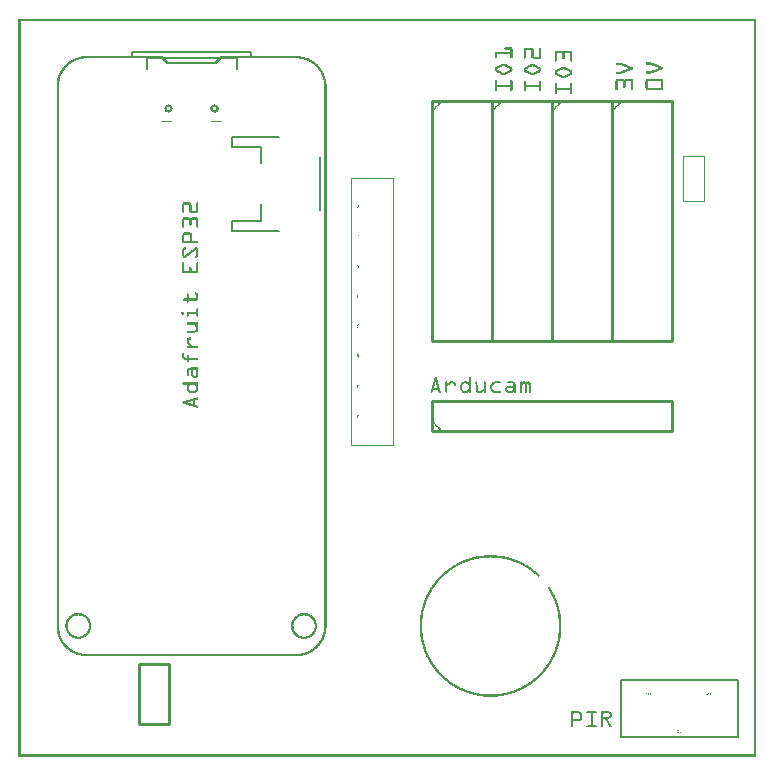
<source format=gto>
G04 MADE WITH FRITZING*
G04 WWW.FRITZING.ORG*
G04 DOUBLE SIDED*
G04 HOLES PLATED*
G04 CONTOUR ON CENTER OF CONTOUR VECTOR*
%ASAXBY*%
%FSLAX23Y23*%
%MOIN*%
%OFA0B0*%
%SFA1.0B1.0*%
%ADD10R,0.395000X0.195000X0.385000X0.185000*%
%ADD11C,0.005000*%
%ADD12R,0.143185X0.893186X0.136813X0.886814*%
%ADD13C,0.003186*%
%ADD14C,0.010000*%
%ADD15C,0.008000*%
%ADD16R,0.001000X0.001000*%
%LNSILK1*%
G90*
G70*
G54D11*
X2007Y255D02*
X2397Y255D01*
X2397Y65D01*
X2007Y65D01*
X2007Y255D01*
D02*
G54D13*
X1107Y1930D02*
X1247Y1930D01*
X1247Y1040D01*
X1107Y1040D01*
X1107Y1930D01*
D02*
G54D14*
X1377Y1085D02*
X2177Y1085D01*
D02*
X2177Y1085D02*
X2177Y1185D01*
D02*
X2177Y1185D02*
X1377Y1185D01*
D02*
X1377Y1185D02*
X1377Y1085D01*
G54D15*
D02*
X1005Y1999D02*
X1005Y1822D01*
D02*
X867Y1753D02*
X710Y1753D01*
D02*
X710Y1753D02*
X710Y1786D01*
D02*
X710Y1786D02*
X808Y1786D01*
D02*
X808Y1786D02*
X808Y1842D01*
D02*
X808Y1979D02*
X808Y2034D01*
D02*
X808Y2034D02*
X710Y2034D01*
D02*
X710Y2034D02*
X710Y2068D01*
D02*
X710Y2068D02*
X867Y2068D01*
G54D11*
D02*
X727Y2294D02*
X727Y2330D01*
D02*
X727Y2330D02*
X427Y2330D01*
D02*
X427Y2330D02*
X427Y2294D01*
G54D15*
D02*
X378Y2349D02*
X378Y2335D01*
D02*
X776Y2349D02*
X776Y2335D01*
D02*
X378Y2349D02*
X776Y2349D01*
G54D14*
D02*
X402Y310D02*
X402Y110D01*
D02*
X402Y110D02*
X502Y110D01*
D02*
X502Y110D02*
X502Y310D01*
D02*
X502Y310D02*
X402Y310D01*
D02*
X1977Y2185D02*
X1977Y1385D01*
D02*
X1977Y1385D02*
X2177Y1385D01*
D02*
X2177Y1385D02*
X2177Y2185D01*
D02*
X2177Y2185D02*
X1977Y2185D01*
D02*
X1777Y2185D02*
X1777Y1385D01*
D02*
X1777Y1385D02*
X1977Y1385D01*
D02*
X1977Y1385D02*
X1977Y2185D01*
D02*
X1977Y2185D02*
X1777Y2185D01*
D02*
X1577Y2185D02*
X1577Y1385D01*
D02*
X1577Y1385D02*
X1777Y1385D01*
D02*
X1777Y1385D02*
X1777Y2185D01*
D02*
X1777Y2185D02*
X1577Y2185D01*
D02*
X1377Y2185D02*
X1377Y1385D01*
D02*
X1377Y1385D02*
X1577Y1385D01*
D02*
X1577Y1385D02*
X1577Y2185D01*
D02*
X1577Y2185D02*
X1377Y2185D01*
G54D16*
X0Y2461D02*
X2459Y2461D01*
X0Y2460D02*
X2459Y2460D01*
X0Y2459D02*
X2459Y2459D01*
X0Y2458D02*
X2459Y2458D01*
X0Y2457D02*
X2459Y2457D01*
X0Y2456D02*
X2459Y2456D01*
X0Y2455D02*
X2459Y2455D01*
X0Y2454D02*
X2459Y2454D01*
X0Y2453D02*
X7Y2453D01*
X2452Y2453D02*
X2459Y2453D01*
X0Y2452D02*
X7Y2452D01*
X2452Y2452D02*
X2459Y2452D01*
X0Y2451D02*
X7Y2451D01*
X2452Y2451D02*
X2459Y2451D01*
X0Y2450D02*
X7Y2450D01*
X2452Y2450D02*
X2459Y2450D01*
X0Y2449D02*
X7Y2449D01*
X2452Y2449D02*
X2459Y2449D01*
X0Y2448D02*
X7Y2448D01*
X2452Y2448D02*
X2459Y2448D01*
X0Y2447D02*
X7Y2447D01*
X2452Y2447D02*
X2459Y2447D01*
X0Y2446D02*
X7Y2446D01*
X2452Y2446D02*
X2459Y2446D01*
X0Y2445D02*
X7Y2445D01*
X2452Y2445D02*
X2459Y2445D01*
X0Y2444D02*
X7Y2444D01*
X2452Y2444D02*
X2459Y2444D01*
X0Y2443D02*
X7Y2443D01*
X2452Y2443D02*
X2459Y2443D01*
X0Y2442D02*
X7Y2442D01*
X2452Y2442D02*
X2459Y2442D01*
X0Y2441D02*
X7Y2441D01*
X2452Y2441D02*
X2459Y2441D01*
X0Y2440D02*
X7Y2440D01*
X2452Y2440D02*
X2459Y2440D01*
X0Y2439D02*
X7Y2439D01*
X2452Y2439D02*
X2459Y2439D01*
X0Y2438D02*
X7Y2438D01*
X2452Y2438D02*
X2459Y2438D01*
X0Y2437D02*
X7Y2437D01*
X2452Y2437D02*
X2459Y2437D01*
X0Y2436D02*
X7Y2436D01*
X2452Y2436D02*
X2459Y2436D01*
X0Y2435D02*
X7Y2435D01*
X2452Y2435D02*
X2459Y2435D01*
X0Y2434D02*
X7Y2434D01*
X2452Y2434D02*
X2459Y2434D01*
X0Y2433D02*
X7Y2433D01*
X2452Y2433D02*
X2459Y2433D01*
X0Y2432D02*
X7Y2432D01*
X2452Y2432D02*
X2459Y2432D01*
X0Y2431D02*
X7Y2431D01*
X2452Y2431D02*
X2459Y2431D01*
X0Y2430D02*
X7Y2430D01*
X2452Y2430D02*
X2459Y2430D01*
X0Y2429D02*
X7Y2429D01*
X2452Y2429D02*
X2459Y2429D01*
X0Y2428D02*
X7Y2428D01*
X2452Y2428D02*
X2459Y2428D01*
X0Y2427D02*
X7Y2427D01*
X2452Y2427D02*
X2459Y2427D01*
X0Y2426D02*
X7Y2426D01*
X2452Y2426D02*
X2459Y2426D01*
X0Y2425D02*
X7Y2425D01*
X2452Y2425D02*
X2459Y2425D01*
X0Y2424D02*
X7Y2424D01*
X2452Y2424D02*
X2459Y2424D01*
X0Y2423D02*
X7Y2423D01*
X2452Y2423D02*
X2459Y2423D01*
X0Y2422D02*
X7Y2422D01*
X2452Y2422D02*
X2459Y2422D01*
X0Y2421D02*
X7Y2421D01*
X2452Y2421D02*
X2459Y2421D01*
X0Y2420D02*
X7Y2420D01*
X2452Y2420D02*
X2459Y2420D01*
X0Y2419D02*
X7Y2419D01*
X2452Y2419D02*
X2459Y2419D01*
X0Y2418D02*
X7Y2418D01*
X2452Y2418D02*
X2459Y2418D01*
X0Y2417D02*
X7Y2417D01*
X2452Y2417D02*
X2459Y2417D01*
X0Y2416D02*
X7Y2416D01*
X2452Y2416D02*
X2459Y2416D01*
X0Y2415D02*
X7Y2415D01*
X2452Y2415D02*
X2459Y2415D01*
X0Y2414D02*
X7Y2414D01*
X2452Y2414D02*
X2459Y2414D01*
X0Y2413D02*
X7Y2413D01*
X2452Y2413D02*
X2459Y2413D01*
X0Y2412D02*
X7Y2412D01*
X2452Y2412D02*
X2459Y2412D01*
X0Y2411D02*
X7Y2411D01*
X2452Y2411D02*
X2459Y2411D01*
X0Y2410D02*
X7Y2410D01*
X2452Y2410D02*
X2459Y2410D01*
X0Y2409D02*
X7Y2409D01*
X2452Y2409D02*
X2459Y2409D01*
X0Y2408D02*
X7Y2408D01*
X2452Y2408D02*
X2459Y2408D01*
X0Y2407D02*
X7Y2407D01*
X2452Y2407D02*
X2459Y2407D01*
X0Y2406D02*
X7Y2406D01*
X2452Y2406D02*
X2459Y2406D01*
X0Y2405D02*
X7Y2405D01*
X2452Y2405D02*
X2459Y2405D01*
X0Y2404D02*
X7Y2404D01*
X2452Y2404D02*
X2459Y2404D01*
X0Y2403D02*
X7Y2403D01*
X2452Y2403D02*
X2459Y2403D01*
X0Y2402D02*
X7Y2402D01*
X2452Y2402D02*
X2459Y2402D01*
X0Y2401D02*
X7Y2401D01*
X2452Y2401D02*
X2459Y2401D01*
X0Y2400D02*
X7Y2400D01*
X2452Y2400D02*
X2459Y2400D01*
X0Y2399D02*
X7Y2399D01*
X2452Y2399D02*
X2459Y2399D01*
X0Y2398D02*
X7Y2398D01*
X2452Y2398D02*
X2459Y2398D01*
X0Y2397D02*
X7Y2397D01*
X2452Y2397D02*
X2459Y2397D01*
X0Y2396D02*
X7Y2396D01*
X2452Y2396D02*
X2459Y2396D01*
X0Y2395D02*
X7Y2395D01*
X2452Y2395D02*
X2459Y2395D01*
X0Y2394D02*
X7Y2394D01*
X2452Y2394D02*
X2459Y2394D01*
X0Y2393D02*
X7Y2393D01*
X2452Y2393D02*
X2459Y2393D01*
X0Y2392D02*
X7Y2392D01*
X2452Y2392D02*
X2459Y2392D01*
X0Y2391D02*
X7Y2391D01*
X2452Y2391D02*
X2459Y2391D01*
X0Y2390D02*
X7Y2390D01*
X2452Y2390D02*
X2459Y2390D01*
X0Y2389D02*
X7Y2389D01*
X2452Y2389D02*
X2459Y2389D01*
X0Y2388D02*
X7Y2388D01*
X2452Y2388D02*
X2459Y2388D01*
X0Y2387D02*
X7Y2387D01*
X2452Y2387D02*
X2459Y2387D01*
X0Y2386D02*
X7Y2386D01*
X2452Y2386D02*
X2459Y2386D01*
X0Y2385D02*
X7Y2385D01*
X2452Y2385D02*
X2459Y2385D01*
X0Y2384D02*
X7Y2384D01*
X2452Y2384D02*
X2459Y2384D01*
X0Y2383D02*
X7Y2383D01*
X2452Y2383D02*
X2459Y2383D01*
X0Y2382D02*
X7Y2382D01*
X2452Y2382D02*
X2459Y2382D01*
X0Y2381D02*
X7Y2381D01*
X2452Y2381D02*
X2459Y2381D01*
X0Y2380D02*
X7Y2380D01*
X2452Y2380D02*
X2459Y2380D01*
X0Y2379D02*
X7Y2379D01*
X2452Y2379D02*
X2459Y2379D01*
X0Y2378D02*
X7Y2378D01*
X2452Y2378D02*
X2459Y2378D01*
X0Y2377D02*
X7Y2377D01*
X2452Y2377D02*
X2459Y2377D01*
X0Y2376D02*
X7Y2376D01*
X2452Y2376D02*
X2459Y2376D01*
X0Y2375D02*
X7Y2375D01*
X2452Y2375D02*
X2459Y2375D01*
X0Y2374D02*
X7Y2374D01*
X2452Y2374D02*
X2459Y2374D01*
X0Y2373D02*
X7Y2373D01*
X2452Y2373D02*
X2459Y2373D01*
X0Y2372D02*
X7Y2372D01*
X2452Y2372D02*
X2459Y2372D01*
X0Y2371D02*
X7Y2371D01*
X2452Y2371D02*
X2459Y2371D01*
X0Y2370D02*
X7Y2370D01*
X2452Y2370D02*
X2459Y2370D01*
X0Y2369D02*
X7Y2369D01*
X2452Y2369D02*
X2459Y2369D01*
X0Y2368D02*
X7Y2368D01*
X2452Y2368D02*
X2459Y2368D01*
X0Y2367D02*
X7Y2367D01*
X2452Y2367D02*
X2459Y2367D01*
X0Y2366D02*
X7Y2366D01*
X2452Y2366D02*
X2459Y2366D01*
X0Y2365D02*
X7Y2365D01*
X1622Y2365D02*
X1643Y2365D01*
X2452Y2365D02*
X2459Y2365D01*
X0Y2364D02*
X7Y2364D01*
X1621Y2364D02*
X1645Y2364D01*
X1689Y2364D02*
X1711Y2364D01*
X1737Y2364D02*
X1739Y2364D01*
X2452Y2364D02*
X2459Y2364D01*
X0Y2363D02*
X7Y2363D01*
X1620Y2363D02*
X1645Y2363D01*
X1688Y2363D02*
X1713Y2363D01*
X1736Y2363D02*
X1741Y2363D01*
X2452Y2363D02*
X2459Y2363D01*
X0Y2362D02*
X7Y2362D01*
X1620Y2362D02*
X1645Y2362D01*
X1686Y2362D02*
X1714Y2362D01*
X1735Y2362D02*
X1741Y2362D01*
X2452Y2362D02*
X2459Y2362D01*
X0Y2361D02*
X7Y2361D01*
X1620Y2361D02*
X1646Y2361D01*
X1686Y2361D02*
X1715Y2361D01*
X1735Y2361D02*
X1742Y2361D01*
X2452Y2361D02*
X2459Y2361D01*
X0Y2360D02*
X7Y2360D01*
X1620Y2360D02*
X1646Y2360D01*
X1685Y2360D02*
X1715Y2360D01*
X1735Y2360D02*
X1742Y2360D01*
X2452Y2360D02*
X2459Y2360D01*
X0Y2359D02*
X7Y2359D01*
X1621Y2359D02*
X1646Y2359D01*
X1685Y2359D02*
X1716Y2359D01*
X1735Y2359D02*
X1742Y2359D01*
X2452Y2359D02*
X2459Y2359D01*
X0Y2358D02*
X7Y2358D01*
X1622Y2358D02*
X1646Y2358D01*
X1684Y2358D02*
X1716Y2358D01*
X1735Y2358D02*
X1742Y2358D01*
X2452Y2358D02*
X2459Y2358D01*
X0Y2357D02*
X7Y2357D01*
X1639Y2357D02*
X1646Y2357D01*
X1684Y2357D02*
X1716Y2357D01*
X1735Y2357D02*
X1742Y2357D01*
X2452Y2357D02*
X2459Y2357D01*
X0Y2356D02*
X7Y2356D01*
X1639Y2356D02*
X1646Y2356D01*
X1684Y2356D02*
X1691Y2356D01*
X1710Y2356D02*
X1716Y2356D01*
X1735Y2356D02*
X1742Y2356D01*
X2452Y2356D02*
X2459Y2356D01*
X0Y2355D02*
X7Y2355D01*
X1639Y2355D02*
X1646Y2355D01*
X1684Y2355D02*
X1691Y2355D01*
X1710Y2355D02*
X1716Y2355D01*
X1735Y2355D02*
X1742Y2355D01*
X2452Y2355D02*
X2459Y2355D01*
X0Y2354D02*
X7Y2354D01*
X1639Y2354D02*
X1646Y2354D01*
X1684Y2354D02*
X1691Y2354D01*
X1710Y2354D02*
X1716Y2354D01*
X1735Y2354D02*
X1742Y2354D01*
X1792Y2354D02*
X1813Y2354D01*
X1820Y2354D02*
X1841Y2354D01*
X2452Y2354D02*
X2459Y2354D01*
X0Y2353D02*
X7Y2353D01*
X1639Y2353D02*
X1646Y2353D01*
X1684Y2353D02*
X1691Y2353D01*
X1710Y2353D02*
X1716Y2353D01*
X1735Y2353D02*
X1742Y2353D01*
X1791Y2353D02*
X1815Y2353D01*
X1818Y2353D02*
X1843Y2353D01*
X2452Y2353D02*
X2459Y2353D01*
X0Y2352D02*
X7Y2352D01*
X1639Y2352D02*
X1646Y2352D01*
X1684Y2352D02*
X1691Y2352D01*
X1710Y2352D02*
X1716Y2352D01*
X1735Y2352D02*
X1742Y2352D01*
X1790Y2352D02*
X1844Y2352D01*
X2452Y2352D02*
X2459Y2352D01*
X0Y2351D02*
X7Y2351D01*
X1639Y2351D02*
X1646Y2351D01*
X1684Y2351D02*
X1691Y2351D01*
X1710Y2351D02*
X1716Y2351D01*
X1735Y2351D02*
X1742Y2351D01*
X1789Y2351D02*
X1844Y2351D01*
X2452Y2351D02*
X2459Y2351D01*
X0Y2350D02*
X7Y2350D01*
X1588Y2350D02*
X1646Y2350D01*
X1684Y2350D02*
X1691Y2350D01*
X1710Y2350D02*
X1716Y2350D01*
X1735Y2350D02*
X1742Y2350D01*
X1788Y2350D02*
X1845Y2350D01*
X2452Y2350D02*
X2459Y2350D01*
X0Y2349D02*
X7Y2349D01*
X1588Y2349D02*
X1646Y2349D01*
X1684Y2349D02*
X1691Y2349D01*
X1710Y2349D02*
X1716Y2349D01*
X1735Y2349D02*
X1742Y2349D01*
X1788Y2349D02*
X1845Y2349D01*
X2452Y2349D02*
X2459Y2349D01*
X0Y2348D02*
X7Y2348D01*
X1588Y2348D02*
X1646Y2348D01*
X1684Y2348D02*
X1691Y2348D01*
X1710Y2348D02*
X1716Y2348D01*
X1735Y2348D02*
X1742Y2348D01*
X1788Y2348D02*
X1845Y2348D01*
X2452Y2348D02*
X2459Y2348D01*
X0Y2347D02*
X7Y2347D01*
X1588Y2347D02*
X1646Y2347D01*
X1684Y2347D02*
X1691Y2347D01*
X1710Y2347D02*
X1716Y2347D01*
X1735Y2347D02*
X1742Y2347D01*
X1788Y2347D02*
X1794Y2347D01*
X1811Y2347D02*
X1822Y2347D01*
X1839Y2347D02*
X1845Y2347D01*
X2452Y2347D02*
X2459Y2347D01*
X0Y2346D02*
X7Y2346D01*
X1588Y2346D02*
X1646Y2346D01*
X1684Y2346D02*
X1691Y2346D01*
X1710Y2346D02*
X1716Y2346D01*
X1735Y2346D02*
X1742Y2346D01*
X1788Y2346D02*
X1794Y2346D01*
X1812Y2346D02*
X1821Y2346D01*
X1839Y2346D02*
X1845Y2346D01*
X2452Y2346D02*
X2459Y2346D01*
X0Y2345D02*
X7Y2345D01*
X1588Y2345D02*
X1646Y2345D01*
X1684Y2345D02*
X1691Y2345D01*
X1710Y2345D02*
X1716Y2345D01*
X1735Y2345D02*
X1742Y2345D01*
X1788Y2345D02*
X1794Y2345D01*
X1813Y2345D02*
X1820Y2345D01*
X1839Y2345D02*
X1845Y2345D01*
X2452Y2345D02*
X2459Y2345D01*
X0Y2344D02*
X7Y2344D01*
X1588Y2344D02*
X1646Y2344D01*
X1684Y2344D02*
X1691Y2344D01*
X1710Y2344D02*
X1716Y2344D01*
X1735Y2344D02*
X1742Y2344D01*
X1788Y2344D02*
X1794Y2344D01*
X1813Y2344D02*
X1820Y2344D01*
X1839Y2344D02*
X1845Y2344D01*
X2452Y2344D02*
X2459Y2344D01*
X0Y2343D02*
X7Y2343D01*
X1588Y2343D02*
X1646Y2343D01*
X1684Y2343D02*
X1691Y2343D01*
X1710Y2343D02*
X1716Y2343D01*
X1735Y2343D02*
X1742Y2343D01*
X1788Y2343D02*
X1794Y2343D01*
X1813Y2343D02*
X1820Y2343D01*
X1839Y2343D02*
X1845Y2343D01*
X2452Y2343D02*
X2459Y2343D01*
X0Y2342D02*
X7Y2342D01*
X1588Y2342D02*
X1595Y2342D01*
X1639Y2342D02*
X1646Y2342D01*
X1684Y2342D02*
X1691Y2342D01*
X1710Y2342D02*
X1716Y2342D01*
X1735Y2342D02*
X1742Y2342D01*
X1788Y2342D02*
X1794Y2342D01*
X1813Y2342D02*
X1820Y2342D01*
X1839Y2342D02*
X1845Y2342D01*
X2452Y2342D02*
X2459Y2342D01*
X0Y2341D02*
X7Y2341D01*
X1588Y2341D02*
X1595Y2341D01*
X1639Y2341D02*
X1646Y2341D01*
X1684Y2341D02*
X1691Y2341D01*
X1710Y2341D02*
X1716Y2341D01*
X1735Y2341D02*
X1742Y2341D01*
X1788Y2341D02*
X1794Y2341D01*
X1813Y2341D02*
X1820Y2341D01*
X1839Y2341D02*
X1845Y2341D01*
X2452Y2341D02*
X2459Y2341D01*
X0Y2340D02*
X7Y2340D01*
X1588Y2340D02*
X1595Y2340D01*
X1639Y2340D02*
X1646Y2340D01*
X1684Y2340D02*
X1691Y2340D01*
X1710Y2340D02*
X1716Y2340D01*
X1735Y2340D02*
X1742Y2340D01*
X1788Y2340D02*
X1794Y2340D01*
X1813Y2340D02*
X1820Y2340D01*
X1839Y2340D02*
X1845Y2340D01*
X2452Y2340D02*
X2459Y2340D01*
X0Y2339D02*
X7Y2339D01*
X1588Y2339D02*
X1595Y2339D01*
X1639Y2339D02*
X1646Y2339D01*
X1684Y2339D02*
X1691Y2339D01*
X1710Y2339D02*
X1716Y2339D01*
X1735Y2339D02*
X1742Y2339D01*
X1788Y2339D02*
X1794Y2339D01*
X1813Y2339D02*
X1820Y2339D01*
X1839Y2339D02*
X1845Y2339D01*
X2452Y2339D02*
X2459Y2339D01*
X0Y2338D02*
X7Y2338D01*
X1588Y2338D02*
X1595Y2338D01*
X1639Y2338D02*
X1646Y2338D01*
X1684Y2338D02*
X1691Y2338D01*
X1710Y2338D02*
X1716Y2338D01*
X1735Y2338D02*
X1742Y2338D01*
X1788Y2338D02*
X1794Y2338D01*
X1813Y2338D02*
X1820Y2338D01*
X1839Y2338D02*
X1845Y2338D01*
X2452Y2338D02*
X2459Y2338D01*
X0Y2337D02*
X7Y2337D01*
X1588Y2337D02*
X1595Y2337D01*
X1639Y2337D02*
X1646Y2337D01*
X1684Y2337D02*
X1691Y2337D01*
X1710Y2337D02*
X1716Y2337D01*
X1735Y2337D02*
X1742Y2337D01*
X1788Y2337D02*
X1794Y2337D01*
X1813Y2337D02*
X1820Y2337D01*
X1839Y2337D02*
X1845Y2337D01*
X2452Y2337D02*
X2459Y2337D01*
X0Y2336D02*
X7Y2336D01*
X218Y2336D02*
X479Y2336D01*
X674Y2336D02*
X935Y2336D01*
X1588Y2336D02*
X1595Y2336D01*
X1639Y2336D02*
X1646Y2336D01*
X1684Y2336D02*
X1691Y2336D01*
X1710Y2336D02*
X1716Y2336D01*
X1735Y2336D02*
X1742Y2336D01*
X1788Y2336D02*
X1794Y2336D01*
X1813Y2336D02*
X1820Y2336D01*
X1839Y2336D02*
X1845Y2336D01*
X2452Y2336D02*
X2459Y2336D01*
X0Y2335D02*
X7Y2335D01*
X210Y2335D02*
X480Y2335D01*
X673Y2335D02*
X942Y2335D01*
X1588Y2335D02*
X1595Y2335D01*
X1639Y2335D02*
X1646Y2335D01*
X1684Y2335D02*
X1691Y2335D01*
X1710Y2335D02*
X1716Y2335D01*
X1735Y2335D02*
X1742Y2335D01*
X1788Y2335D02*
X1794Y2335D01*
X1813Y2335D02*
X1820Y2335D01*
X1839Y2335D02*
X1845Y2335D01*
X2452Y2335D02*
X2459Y2335D01*
X0Y2334D02*
X7Y2334D01*
X205Y2334D02*
X481Y2334D01*
X672Y2334D02*
X947Y2334D01*
X1588Y2334D02*
X1595Y2334D01*
X1639Y2334D02*
X1646Y2334D01*
X1684Y2334D02*
X1691Y2334D01*
X1710Y2334D02*
X1742Y2334D01*
X1788Y2334D02*
X1794Y2334D01*
X1813Y2334D02*
X1820Y2334D01*
X1839Y2334D02*
X1845Y2334D01*
X2452Y2334D02*
X2459Y2334D01*
X0Y2333D02*
X7Y2333D01*
X201Y2333D02*
X482Y2333D01*
X671Y2333D02*
X951Y2333D01*
X1588Y2333D02*
X1595Y2333D01*
X1639Y2333D02*
X1646Y2333D01*
X1684Y2333D02*
X1691Y2333D01*
X1710Y2333D02*
X1742Y2333D01*
X1788Y2333D02*
X1794Y2333D01*
X1813Y2333D02*
X1820Y2333D01*
X1839Y2333D02*
X1845Y2333D01*
X2452Y2333D02*
X2459Y2333D01*
X0Y2332D02*
X7Y2332D01*
X198Y2332D02*
X483Y2332D01*
X670Y2332D02*
X955Y2332D01*
X1588Y2332D02*
X1595Y2332D01*
X1639Y2332D02*
X1646Y2332D01*
X1684Y2332D02*
X1691Y2332D01*
X1710Y2332D02*
X1742Y2332D01*
X1788Y2332D02*
X1794Y2332D01*
X1813Y2332D02*
X1820Y2332D01*
X1839Y2332D02*
X1845Y2332D01*
X2452Y2332D02*
X2459Y2332D01*
X0Y2331D02*
X7Y2331D01*
X195Y2331D02*
X484Y2331D01*
X669Y2331D02*
X958Y2331D01*
X1588Y2331D02*
X1594Y2331D01*
X1639Y2331D02*
X1645Y2331D01*
X1684Y2331D02*
X1691Y2331D01*
X1711Y2331D02*
X1742Y2331D01*
X1788Y2331D02*
X1794Y2331D01*
X1813Y2331D02*
X1820Y2331D01*
X1839Y2331D02*
X1845Y2331D01*
X2452Y2331D02*
X2459Y2331D01*
X0Y2330D02*
X7Y2330D01*
X192Y2330D02*
X485Y2330D01*
X668Y2330D02*
X961Y2330D01*
X1588Y2330D02*
X1594Y2330D01*
X1639Y2330D02*
X1645Y2330D01*
X1684Y2330D02*
X1691Y2330D01*
X1711Y2330D02*
X1742Y2330D01*
X1788Y2330D02*
X1794Y2330D01*
X1813Y2330D02*
X1820Y2330D01*
X1839Y2330D02*
X1845Y2330D01*
X2452Y2330D02*
X2459Y2330D01*
X0Y2329D02*
X7Y2329D01*
X189Y2329D02*
X486Y2329D01*
X667Y2329D02*
X963Y2329D01*
X1589Y2329D02*
X1593Y2329D01*
X1640Y2329D02*
X1644Y2329D01*
X1685Y2329D02*
X1690Y2329D01*
X1712Y2329D02*
X1742Y2329D01*
X1788Y2329D02*
X1794Y2329D01*
X1813Y2329D02*
X1820Y2329D01*
X1839Y2329D02*
X1845Y2329D01*
X2452Y2329D02*
X2459Y2329D01*
X0Y2328D02*
X7Y2328D01*
X187Y2328D02*
X217Y2328D01*
X476Y2328D02*
X487Y2328D01*
X666Y2328D02*
X676Y2328D01*
X936Y2328D02*
X966Y2328D01*
X1591Y2328D02*
X1591Y2328D01*
X1642Y2328D02*
X1642Y2328D01*
X1686Y2328D02*
X1689Y2328D01*
X1714Y2328D02*
X1742Y2328D01*
X1788Y2328D02*
X1794Y2328D01*
X1813Y2328D02*
X1820Y2328D01*
X1839Y2328D02*
X1845Y2328D01*
X2452Y2328D02*
X2459Y2328D01*
X0Y2327D02*
X7Y2327D01*
X185Y2327D02*
X209Y2327D01*
X477Y2327D02*
X488Y2327D01*
X665Y2327D02*
X675Y2327D01*
X943Y2327D02*
X968Y2327D01*
X1788Y2327D02*
X1794Y2327D01*
X1814Y2327D02*
X1819Y2327D01*
X1839Y2327D02*
X1845Y2327D01*
X2452Y2327D02*
X2459Y2327D01*
X0Y2326D02*
X7Y2326D01*
X183Y2326D02*
X205Y2326D01*
X478Y2326D02*
X489Y2326D01*
X664Y2326D02*
X674Y2326D01*
X948Y2326D02*
X970Y2326D01*
X1788Y2326D02*
X1794Y2326D01*
X1814Y2326D02*
X1819Y2326D01*
X1839Y2326D02*
X1845Y2326D01*
X2452Y2326D02*
X2459Y2326D01*
X0Y2325D02*
X7Y2325D01*
X181Y2325D02*
X201Y2325D01*
X479Y2325D02*
X490Y2325D01*
X663Y2325D02*
X673Y2325D01*
X952Y2325D02*
X972Y2325D01*
X1788Y2325D02*
X1794Y2325D01*
X1839Y2325D02*
X1845Y2325D01*
X2452Y2325D02*
X2459Y2325D01*
X0Y2324D02*
X7Y2324D01*
X179Y2324D02*
X197Y2324D01*
X480Y2324D02*
X491Y2324D01*
X662Y2324D02*
X672Y2324D01*
X955Y2324D02*
X974Y2324D01*
X1788Y2324D02*
X1794Y2324D01*
X1839Y2324D02*
X1845Y2324D01*
X2452Y2324D02*
X2459Y2324D01*
X0Y2323D02*
X7Y2323D01*
X177Y2323D02*
X195Y2323D01*
X481Y2323D02*
X492Y2323D01*
X661Y2323D02*
X671Y2323D01*
X958Y2323D02*
X976Y2323D01*
X1788Y2323D02*
X1794Y2323D01*
X1839Y2323D02*
X1845Y2323D01*
X2452Y2323D02*
X2459Y2323D01*
X0Y2322D02*
X7Y2322D01*
X175Y2322D02*
X192Y2322D01*
X482Y2322D02*
X493Y2322D01*
X660Y2322D02*
X670Y2322D01*
X961Y2322D02*
X977Y2322D01*
X1788Y2322D02*
X1794Y2322D01*
X1839Y2322D02*
X1845Y2322D01*
X2452Y2322D02*
X2459Y2322D01*
X0Y2321D02*
X7Y2321D01*
X174Y2321D02*
X190Y2321D01*
X483Y2321D02*
X494Y2321D01*
X659Y2321D02*
X669Y2321D01*
X963Y2321D02*
X979Y2321D01*
X1788Y2321D02*
X1794Y2321D01*
X1839Y2321D02*
X1845Y2321D01*
X2452Y2321D02*
X2459Y2321D01*
X0Y2320D02*
X7Y2320D01*
X172Y2320D02*
X187Y2320D01*
X484Y2320D02*
X495Y2320D01*
X658Y2320D02*
X668Y2320D01*
X965Y2320D02*
X981Y2320D01*
X1788Y2320D02*
X1794Y2320D01*
X1839Y2320D02*
X1845Y2320D01*
X2452Y2320D02*
X2459Y2320D01*
X0Y2319D02*
X7Y2319D01*
X171Y2319D02*
X185Y2319D01*
X485Y2319D02*
X496Y2319D01*
X657Y2319D02*
X667Y2319D01*
X967Y2319D02*
X982Y2319D01*
X1789Y2319D02*
X1793Y2319D01*
X1840Y2319D02*
X1844Y2319D01*
X2452Y2319D02*
X2459Y2319D01*
X0Y2318D02*
X7Y2318D01*
X169Y2318D02*
X183Y2318D01*
X486Y2318D02*
X497Y2318D01*
X656Y2318D02*
X666Y2318D01*
X969Y2318D02*
X984Y2318D01*
X1790Y2318D02*
X1792Y2318D01*
X1841Y2318D02*
X1843Y2318D01*
X2452Y2318D02*
X2459Y2318D01*
X0Y2317D02*
X7Y2317D01*
X168Y2317D02*
X181Y2317D01*
X487Y2317D02*
X498Y2317D01*
X655Y2317D02*
X665Y2317D01*
X971Y2317D02*
X985Y2317D01*
X2452Y2317D02*
X2459Y2317D01*
X0Y2316D02*
X7Y2316D01*
X166Y2316D02*
X180Y2316D01*
X488Y2316D02*
X664Y2316D01*
X973Y2316D02*
X986Y2316D01*
X2452Y2316D02*
X2459Y2316D01*
X0Y2315D02*
X7Y2315D01*
X165Y2315D02*
X178Y2315D01*
X489Y2315D02*
X663Y2315D01*
X975Y2315D02*
X988Y2315D01*
X2093Y2315D02*
X2108Y2315D01*
X2452Y2315D02*
X2459Y2315D01*
X0Y2314D02*
X7Y2314D01*
X164Y2314D02*
X176Y2314D01*
X490Y2314D02*
X662Y2314D01*
X976Y2314D02*
X989Y2314D01*
X1992Y2314D02*
X2008Y2314D01*
X2091Y2314D02*
X2110Y2314D01*
X2452Y2314D02*
X2459Y2314D01*
X0Y2313D02*
X7Y2313D01*
X163Y2313D02*
X175Y2313D01*
X491Y2313D02*
X661Y2313D01*
X978Y2313D02*
X990Y2313D01*
X1991Y2313D02*
X2011Y2313D01*
X2091Y2313D02*
X2113Y2313D01*
X2452Y2313D02*
X2459Y2313D01*
X0Y2312D02*
X7Y2312D01*
X161Y2312D02*
X173Y2312D01*
X492Y2312D02*
X660Y2312D01*
X979Y2312D02*
X991Y2312D01*
X1991Y2312D02*
X2013Y2312D01*
X2091Y2312D02*
X2116Y2312D01*
X2452Y2312D02*
X2459Y2312D01*
X0Y2311D02*
X7Y2311D01*
X160Y2311D02*
X172Y2311D01*
X493Y2311D02*
X659Y2311D01*
X981Y2311D02*
X992Y2311D01*
X1990Y2311D02*
X2016Y2311D01*
X2091Y2311D02*
X2118Y2311D01*
X2452Y2311D02*
X2459Y2311D01*
X0Y2310D02*
X7Y2310D01*
X159Y2310D02*
X171Y2310D01*
X494Y2310D02*
X658Y2310D01*
X982Y2310D02*
X994Y2310D01*
X1613Y2310D02*
X1621Y2310D01*
X1990Y2310D02*
X2018Y2310D01*
X2091Y2310D02*
X2121Y2310D01*
X2452Y2310D02*
X2459Y2310D01*
X0Y2309D02*
X7Y2309D01*
X158Y2309D02*
X169Y2309D01*
X495Y2309D02*
X657Y2309D01*
X983Y2309D02*
X995Y2309D01*
X1610Y2309D02*
X1624Y2309D01*
X1709Y2309D02*
X1717Y2309D01*
X1991Y2309D02*
X2021Y2309D01*
X2092Y2309D02*
X2123Y2309D01*
X2452Y2309D02*
X2459Y2309D01*
X0Y2308D02*
X7Y2308D01*
X157Y2308D02*
X168Y2308D01*
X985Y2308D02*
X996Y2308D01*
X1608Y2308D02*
X1626Y2308D01*
X1706Y2308D02*
X1720Y2308D01*
X1991Y2308D02*
X2023Y2308D01*
X2093Y2308D02*
X2126Y2308D01*
X2452Y2308D02*
X2459Y2308D01*
X0Y2307D02*
X7Y2307D01*
X156Y2307D02*
X167Y2307D01*
X986Y2307D02*
X997Y2307D01*
X1606Y2307D02*
X1628Y2307D01*
X1704Y2307D02*
X1722Y2307D01*
X1993Y2307D02*
X2026Y2307D01*
X2108Y2307D02*
X2128Y2307D01*
X2452Y2307D02*
X2459Y2307D01*
X0Y2306D02*
X7Y2306D01*
X155Y2306D02*
X166Y2306D01*
X987Y2306D02*
X998Y2306D01*
X1604Y2306D02*
X1630Y2306D01*
X1702Y2306D02*
X1724Y2306D01*
X2008Y2306D02*
X2029Y2306D01*
X2111Y2306D02*
X2131Y2306D01*
X2452Y2306D02*
X2459Y2306D01*
X0Y2305D02*
X7Y2305D01*
X154Y2305D02*
X165Y2305D01*
X988Y2305D02*
X999Y2305D01*
X1602Y2305D02*
X1632Y2305D01*
X1700Y2305D02*
X1726Y2305D01*
X2011Y2305D02*
X2031Y2305D01*
X2113Y2305D02*
X2134Y2305D01*
X2452Y2305D02*
X2459Y2305D01*
X0Y2304D02*
X7Y2304D01*
X153Y2304D02*
X164Y2304D01*
X989Y2304D02*
X999Y2304D01*
X1600Y2304D02*
X1634Y2304D01*
X1698Y2304D02*
X1728Y2304D01*
X2014Y2304D02*
X2034Y2304D01*
X2116Y2304D02*
X2136Y2304D01*
X2452Y2304D02*
X2459Y2304D01*
X0Y2303D02*
X7Y2303D01*
X152Y2303D02*
X162Y2303D01*
X990Y2303D02*
X1000Y2303D01*
X1598Y2303D02*
X1615Y2303D01*
X1618Y2303D02*
X1636Y2303D01*
X1696Y2303D02*
X1730Y2303D01*
X2016Y2303D02*
X2036Y2303D01*
X2119Y2303D02*
X2139Y2303D01*
X2452Y2303D02*
X2459Y2303D01*
X0Y2302D02*
X7Y2302D01*
X151Y2302D02*
X161Y2302D01*
X991Y2302D02*
X1001Y2302D01*
X1596Y2302D02*
X1612Y2302D01*
X1622Y2302D02*
X1638Y2302D01*
X1694Y2302D02*
X1710Y2302D01*
X1715Y2302D02*
X1732Y2302D01*
X2019Y2302D02*
X2039Y2302D01*
X2121Y2302D02*
X2141Y2302D01*
X2452Y2302D02*
X2459Y2302D01*
X0Y2301D02*
X7Y2301D01*
X151Y2301D02*
X160Y2301D01*
X992Y2301D02*
X1002Y2301D01*
X1594Y2301D02*
X1610Y2301D01*
X1624Y2301D02*
X1640Y2301D01*
X1692Y2301D02*
X1708Y2301D01*
X1718Y2301D02*
X1734Y2301D01*
X2021Y2301D02*
X2041Y2301D01*
X2124Y2301D02*
X2144Y2301D01*
X2452Y2301D02*
X2459Y2301D01*
X0Y2300D02*
X7Y2300D01*
X150Y2300D02*
X159Y2300D01*
X993Y2300D02*
X1003Y2300D01*
X1592Y2300D02*
X1608Y2300D01*
X1626Y2300D02*
X1641Y2300D01*
X1690Y2300D02*
X1706Y2300D01*
X1720Y2300D02*
X1736Y2300D01*
X1814Y2300D02*
X1819Y2300D01*
X2024Y2300D02*
X2044Y2300D01*
X2126Y2300D02*
X2146Y2300D01*
X2452Y2300D02*
X2459Y2300D01*
X0Y2299D02*
X7Y2299D01*
X149Y2299D02*
X159Y2299D01*
X994Y2299D02*
X1004Y2299D01*
X1591Y2299D02*
X1606Y2299D01*
X1628Y2299D02*
X1643Y2299D01*
X1688Y2299D02*
X1704Y2299D01*
X1722Y2299D02*
X1738Y2299D01*
X1811Y2299D02*
X1822Y2299D01*
X2026Y2299D02*
X2046Y2299D01*
X2129Y2299D02*
X2148Y2299D01*
X2452Y2299D02*
X2459Y2299D01*
X0Y2298D02*
X7Y2298D01*
X148Y2298D02*
X158Y2298D01*
X995Y2298D02*
X1005Y2298D01*
X1590Y2298D02*
X1604Y2298D01*
X1630Y2298D02*
X1643Y2298D01*
X1687Y2298D02*
X1702Y2298D01*
X1724Y2298D02*
X1739Y2298D01*
X1808Y2298D02*
X1825Y2298D01*
X2029Y2298D02*
X2048Y2298D01*
X2131Y2298D02*
X2148Y2298D01*
X2452Y2298D02*
X2459Y2298D01*
X0Y2297D02*
X7Y2297D01*
X147Y2297D02*
X157Y2297D01*
X996Y2297D02*
X1005Y2297D01*
X1589Y2297D02*
X1602Y2297D01*
X1632Y2297D02*
X1644Y2297D01*
X1686Y2297D02*
X1700Y2297D01*
X1726Y2297D02*
X1740Y2297D01*
X1806Y2297D02*
X1827Y2297D01*
X2031Y2297D02*
X2048Y2297D01*
X2134Y2297D02*
X2149Y2297D01*
X2452Y2297D02*
X2459Y2297D01*
X0Y2296D02*
X7Y2296D01*
X147Y2296D02*
X156Y2296D01*
X997Y2296D02*
X1006Y2296D01*
X1589Y2296D02*
X1600Y2296D01*
X1634Y2296D02*
X1645Y2296D01*
X1686Y2296D02*
X1698Y2296D01*
X1728Y2296D02*
X1740Y2296D01*
X1804Y2296D02*
X1829Y2296D01*
X2034Y2296D02*
X2048Y2296D01*
X2134Y2296D02*
X2149Y2296D01*
X2452Y2296D02*
X2459Y2296D01*
X0Y2295D02*
X7Y2295D01*
X146Y2295D02*
X155Y2295D01*
X998Y2295D02*
X1007Y2295D01*
X1589Y2295D02*
X1598Y2295D01*
X1636Y2295D02*
X1645Y2295D01*
X1685Y2295D02*
X1696Y2295D01*
X1730Y2295D02*
X1741Y2295D01*
X1802Y2295D02*
X1831Y2295D01*
X2033Y2295D02*
X2048Y2295D01*
X2131Y2295D02*
X2148Y2295D01*
X2452Y2295D02*
X2459Y2295D01*
X0Y2294D02*
X7Y2294D01*
X145Y2294D02*
X154Y2294D01*
X999Y2294D02*
X1007Y2294D01*
X1588Y2294D02*
X1596Y2294D01*
X1638Y2294D02*
X1645Y2294D01*
X1685Y2294D02*
X1694Y2294D01*
X1732Y2294D02*
X1741Y2294D01*
X1800Y2294D02*
X1833Y2294D01*
X2031Y2294D02*
X2048Y2294D01*
X2129Y2294D02*
X2148Y2294D01*
X2452Y2294D02*
X2459Y2294D01*
X0Y2293D02*
X7Y2293D01*
X144Y2293D02*
X153Y2293D01*
X999Y2293D02*
X1008Y2293D01*
X1588Y2293D02*
X1595Y2293D01*
X1639Y2293D02*
X1645Y2293D01*
X1684Y2293D02*
X1692Y2293D01*
X1734Y2293D02*
X1741Y2293D01*
X1798Y2293D02*
X1835Y2293D01*
X2028Y2293D02*
X2047Y2293D01*
X2126Y2293D02*
X2146Y2293D01*
X2452Y2293D02*
X2459Y2293D01*
X0Y2292D02*
X7Y2292D01*
X144Y2292D02*
X153Y2292D01*
X1000Y2292D02*
X1009Y2292D01*
X1588Y2292D02*
X1595Y2292D01*
X1639Y2292D02*
X1646Y2292D01*
X1684Y2292D02*
X1691Y2292D01*
X1735Y2292D02*
X1742Y2292D01*
X1796Y2292D02*
X1813Y2292D01*
X1820Y2292D02*
X1837Y2292D01*
X2026Y2292D02*
X2046Y2292D01*
X2124Y2292D02*
X2144Y2292D01*
X2452Y2292D02*
X2459Y2292D01*
X0Y2291D02*
X7Y2291D01*
X143Y2291D02*
X152Y2291D01*
X1001Y2291D02*
X1010Y2291D01*
X1588Y2291D02*
X1595Y2291D01*
X1639Y2291D02*
X1645Y2291D01*
X1684Y2291D02*
X1691Y2291D01*
X1735Y2291D02*
X1742Y2291D01*
X1794Y2291D02*
X1810Y2291D01*
X1823Y2291D02*
X1839Y2291D01*
X2023Y2291D02*
X2043Y2291D01*
X2121Y2291D02*
X2141Y2291D01*
X2452Y2291D02*
X2459Y2291D01*
X0Y2290D02*
X7Y2290D01*
X142Y2290D02*
X151Y2290D01*
X1001Y2290D02*
X1010Y2290D01*
X1588Y2290D02*
X1596Y2290D01*
X1638Y2290D02*
X1645Y2290D01*
X1684Y2290D02*
X1691Y2290D01*
X1735Y2290D02*
X1742Y2290D01*
X1793Y2290D02*
X1808Y2290D01*
X1825Y2290D02*
X1840Y2290D01*
X2020Y2290D02*
X2041Y2290D01*
X2118Y2290D02*
X2139Y2290D01*
X2452Y2290D02*
X2459Y2290D01*
X0Y2289D02*
X7Y2289D01*
X142Y2289D02*
X150Y2289D01*
X1002Y2289D02*
X1011Y2289D01*
X1589Y2289D02*
X1598Y2289D01*
X1636Y2289D02*
X1645Y2289D01*
X1684Y2289D02*
X1692Y2289D01*
X1734Y2289D02*
X1741Y2289D01*
X1791Y2289D02*
X1806Y2289D01*
X1827Y2289D02*
X1842Y2289D01*
X2018Y2289D02*
X2038Y2289D01*
X2116Y2289D02*
X2136Y2289D01*
X2452Y2289D02*
X2459Y2289D01*
X0Y2288D02*
X7Y2288D01*
X141Y2288D02*
X150Y2288D01*
X1003Y2288D02*
X1011Y2288D01*
X1589Y2288D02*
X1600Y2288D01*
X1634Y2288D02*
X1645Y2288D01*
X1685Y2288D02*
X1694Y2288D01*
X1732Y2288D02*
X1741Y2288D01*
X1790Y2288D02*
X1804Y2288D01*
X1829Y2288D02*
X1843Y2288D01*
X2015Y2288D02*
X2036Y2288D01*
X2113Y2288D02*
X2134Y2288D01*
X2452Y2288D02*
X2459Y2288D01*
X0Y2287D02*
X7Y2287D01*
X141Y2287D02*
X149Y2287D01*
X1004Y2287D02*
X1012Y2287D01*
X1589Y2287D02*
X1602Y2287D01*
X1632Y2287D02*
X1644Y2287D01*
X1685Y2287D02*
X1696Y2287D01*
X1730Y2287D02*
X1741Y2287D01*
X1789Y2287D02*
X1802Y2287D01*
X1831Y2287D02*
X1844Y2287D01*
X2013Y2287D02*
X2033Y2287D01*
X2111Y2287D02*
X2131Y2287D01*
X2452Y2287D02*
X2459Y2287D01*
X0Y2286D02*
X7Y2286D01*
X140Y2286D02*
X148Y2286D01*
X1004Y2286D02*
X1013Y2286D01*
X1590Y2286D02*
X1604Y2286D01*
X1630Y2286D02*
X1643Y2286D01*
X1686Y2286D02*
X1698Y2286D01*
X1728Y2286D02*
X1740Y2286D01*
X1789Y2286D02*
X1800Y2286D01*
X1833Y2286D02*
X1844Y2286D01*
X2010Y2286D02*
X2030Y2286D01*
X2108Y2286D02*
X2128Y2286D01*
X2452Y2286D02*
X2459Y2286D01*
X0Y2285D02*
X7Y2285D01*
X140Y2285D02*
X148Y2285D01*
X1005Y2285D02*
X1013Y2285D01*
X1591Y2285D02*
X1606Y2285D01*
X1628Y2285D02*
X1643Y2285D01*
X1686Y2285D02*
X1700Y2285D01*
X1726Y2285D02*
X1739Y2285D01*
X1788Y2285D02*
X1798Y2285D01*
X1835Y2285D02*
X1845Y2285D01*
X2008Y2285D02*
X2028Y2285D01*
X2093Y2285D02*
X2126Y2285D01*
X2452Y2285D02*
X2459Y2285D01*
X0Y2284D02*
X7Y2284D01*
X139Y2284D02*
X147Y2284D01*
X1005Y2284D02*
X1014Y2284D01*
X1592Y2284D02*
X1608Y2284D01*
X1626Y2284D02*
X1641Y2284D01*
X1687Y2284D02*
X1702Y2284D01*
X1724Y2284D02*
X1739Y2284D01*
X1788Y2284D02*
X1796Y2284D01*
X1837Y2284D02*
X1845Y2284D01*
X1992Y2284D02*
X2025Y2284D01*
X2092Y2284D02*
X2123Y2284D01*
X2452Y2284D02*
X2459Y2284D01*
X0Y2283D02*
X7Y2283D01*
X138Y2283D02*
X147Y2283D01*
X1006Y2283D02*
X1014Y2283D01*
X1594Y2283D02*
X1610Y2283D01*
X1624Y2283D02*
X1640Y2283D01*
X1689Y2283D02*
X1704Y2283D01*
X1722Y2283D02*
X1737Y2283D01*
X1788Y2283D02*
X1795Y2283D01*
X1838Y2283D02*
X1845Y2283D01*
X1991Y2283D02*
X2023Y2283D01*
X2091Y2283D02*
X2121Y2283D01*
X2452Y2283D02*
X2459Y2283D01*
X0Y2282D02*
X7Y2282D01*
X138Y2282D02*
X146Y2282D01*
X1007Y2282D02*
X1015Y2282D01*
X1596Y2282D02*
X1612Y2282D01*
X1622Y2282D02*
X1638Y2282D01*
X1690Y2282D02*
X1706Y2282D01*
X1720Y2282D02*
X1736Y2282D01*
X1788Y2282D02*
X1794Y2282D01*
X1839Y2282D02*
X1845Y2282D01*
X1991Y2282D02*
X2020Y2282D01*
X2091Y2282D02*
X2118Y2282D01*
X2452Y2282D02*
X2459Y2282D01*
X0Y2281D02*
X7Y2281D01*
X137Y2281D02*
X145Y2281D01*
X1007Y2281D02*
X1015Y2281D01*
X1598Y2281D02*
X1616Y2281D01*
X1618Y2281D02*
X1636Y2281D01*
X1692Y2281D02*
X1708Y2281D01*
X1718Y2281D02*
X1734Y2281D01*
X1788Y2281D02*
X1795Y2281D01*
X1839Y2281D02*
X1845Y2281D01*
X1990Y2281D02*
X2018Y2281D01*
X2091Y2281D02*
X2116Y2281D01*
X2452Y2281D02*
X2459Y2281D01*
X0Y2280D02*
X7Y2280D01*
X137Y2280D02*
X145Y2280D01*
X1008Y2280D02*
X1016Y2280D01*
X1600Y2280D02*
X1634Y2280D01*
X1694Y2280D02*
X1732Y2280D01*
X1788Y2280D02*
X1795Y2280D01*
X1838Y2280D02*
X1845Y2280D01*
X1990Y2280D02*
X2015Y2280D01*
X2091Y2280D02*
X2113Y2280D01*
X2452Y2280D02*
X2459Y2280D01*
X0Y2279D02*
X7Y2279D01*
X136Y2279D02*
X144Y2279D01*
X1008Y2279D02*
X1016Y2279D01*
X1602Y2279D02*
X1632Y2279D01*
X1696Y2279D02*
X1730Y2279D01*
X1788Y2279D02*
X1797Y2279D01*
X1836Y2279D02*
X1845Y2279D01*
X1991Y2279D02*
X2012Y2279D01*
X2091Y2279D02*
X2110Y2279D01*
X2452Y2279D02*
X2459Y2279D01*
X0Y2278D02*
X7Y2278D01*
X136Y2278D02*
X144Y2278D01*
X1009Y2278D02*
X1017Y2278D01*
X1604Y2278D02*
X1630Y2278D01*
X1698Y2278D02*
X1728Y2278D01*
X1789Y2278D02*
X1799Y2278D01*
X1834Y2278D02*
X1845Y2278D01*
X1991Y2278D02*
X2010Y2278D01*
X2093Y2278D02*
X2108Y2278D01*
X2452Y2278D02*
X2459Y2278D01*
X0Y2277D02*
X7Y2277D01*
X136Y2277D02*
X143Y2277D01*
X1009Y2277D02*
X1017Y2277D01*
X1606Y2277D02*
X1628Y2277D01*
X1700Y2277D02*
X1726Y2277D01*
X1789Y2277D02*
X1801Y2277D01*
X1832Y2277D02*
X1844Y2277D01*
X1993Y2277D02*
X2007Y2277D01*
X2452Y2277D02*
X2459Y2277D01*
X0Y2276D02*
X7Y2276D01*
X135Y2276D02*
X143Y2276D01*
X1010Y2276D02*
X1018Y2276D01*
X1608Y2276D02*
X1626Y2276D01*
X1702Y2276D02*
X1724Y2276D01*
X1790Y2276D02*
X1803Y2276D01*
X1830Y2276D02*
X1843Y2276D01*
X2452Y2276D02*
X2459Y2276D01*
X0Y2275D02*
X7Y2275D01*
X135Y2275D02*
X142Y2275D01*
X1010Y2275D02*
X1018Y2275D01*
X1610Y2275D02*
X1624Y2275D01*
X1704Y2275D02*
X1722Y2275D01*
X1790Y2275D02*
X1805Y2275D01*
X1828Y2275D02*
X1843Y2275D01*
X2452Y2275D02*
X2459Y2275D01*
X0Y2274D02*
X7Y2274D01*
X134Y2274D02*
X142Y2274D01*
X1011Y2274D02*
X1018Y2274D01*
X1613Y2274D02*
X1621Y2274D01*
X1707Y2274D02*
X1720Y2274D01*
X1791Y2274D02*
X1807Y2274D01*
X1826Y2274D02*
X1842Y2274D01*
X2452Y2274D02*
X2459Y2274D01*
X0Y2273D02*
X7Y2273D01*
X134Y2273D02*
X141Y2273D01*
X1011Y2273D02*
X1019Y2273D01*
X1709Y2273D02*
X1717Y2273D01*
X1793Y2273D02*
X1809Y2273D01*
X1824Y2273D02*
X1840Y2273D01*
X2452Y2273D02*
X2459Y2273D01*
X0Y2272D02*
X7Y2272D01*
X133Y2272D02*
X141Y2272D01*
X1012Y2272D02*
X1019Y2272D01*
X1795Y2272D02*
X1811Y2272D01*
X1822Y2272D02*
X1838Y2272D01*
X2452Y2272D02*
X2459Y2272D01*
X0Y2271D02*
X7Y2271D01*
X133Y2271D02*
X141Y2271D01*
X1012Y2271D02*
X1019Y2271D01*
X1797Y2271D02*
X1813Y2271D01*
X1820Y2271D02*
X1836Y2271D01*
X2452Y2271D02*
X2459Y2271D01*
X0Y2270D02*
X7Y2270D01*
X133Y2270D02*
X140Y2270D01*
X1013Y2270D02*
X1020Y2270D01*
X1799Y2270D02*
X1834Y2270D01*
X2452Y2270D02*
X2459Y2270D01*
X0Y2269D02*
X7Y2269D01*
X132Y2269D02*
X140Y2269D01*
X1013Y2269D02*
X1020Y2269D01*
X1801Y2269D02*
X1832Y2269D01*
X2452Y2269D02*
X2459Y2269D01*
X0Y2268D02*
X7Y2268D01*
X132Y2268D02*
X139Y2268D01*
X1013Y2268D02*
X1021Y2268D01*
X1803Y2268D02*
X1830Y2268D01*
X2452Y2268D02*
X2459Y2268D01*
X0Y2267D02*
X7Y2267D01*
X132Y2267D02*
X139Y2267D01*
X1014Y2267D02*
X1021Y2267D01*
X1805Y2267D02*
X1828Y2267D01*
X2452Y2267D02*
X2459Y2267D01*
X0Y2266D02*
X7Y2266D01*
X131Y2266D02*
X139Y2266D01*
X1014Y2266D02*
X1021Y2266D01*
X1807Y2266D02*
X1826Y2266D01*
X2452Y2266D02*
X2459Y2266D01*
X0Y2265D02*
X7Y2265D01*
X131Y2265D02*
X138Y2265D01*
X1014Y2265D02*
X1022Y2265D01*
X1809Y2265D02*
X1824Y2265D01*
X2452Y2265D02*
X2459Y2265D01*
X0Y2264D02*
X7Y2264D01*
X131Y2264D02*
X138Y2264D01*
X1015Y2264D02*
X1022Y2264D01*
X1811Y2264D02*
X1822Y2264D01*
X2452Y2264D02*
X2459Y2264D01*
X0Y2263D02*
X7Y2263D01*
X131Y2263D02*
X138Y2263D01*
X1015Y2263D02*
X1022Y2263D01*
X1816Y2263D02*
X1817Y2263D01*
X2452Y2263D02*
X2459Y2263D01*
X0Y2262D02*
X7Y2262D01*
X130Y2262D02*
X137Y2262D01*
X1015Y2262D02*
X1022Y2262D01*
X2452Y2262D02*
X2459Y2262D01*
X0Y2261D02*
X7Y2261D01*
X130Y2261D02*
X137Y2261D01*
X1016Y2261D02*
X1023Y2261D01*
X2452Y2261D02*
X2459Y2261D01*
X0Y2260D02*
X7Y2260D01*
X130Y2260D02*
X137Y2260D01*
X1016Y2260D02*
X1023Y2260D01*
X2095Y2260D02*
X2144Y2260D01*
X2452Y2260D02*
X2459Y2260D01*
X0Y2259D02*
X7Y2259D01*
X130Y2259D02*
X137Y2259D01*
X1016Y2259D02*
X1023Y2259D01*
X1994Y2259D02*
X2016Y2259D01*
X2023Y2259D02*
X2044Y2259D01*
X2093Y2259D02*
X2146Y2259D01*
X2452Y2259D02*
X2459Y2259D01*
X0Y2258D02*
X7Y2258D01*
X129Y2258D02*
X136Y2258D01*
X1016Y2258D02*
X1023Y2258D01*
X1993Y2258D02*
X2017Y2258D01*
X2021Y2258D02*
X2046Y2258D01*
X2092Y2258D02*
X2147Y2258D01*
X2452Y2258D02*
X2459Y2258D01*
X0Y2257D02*
X7Y2257D01*
X129Y2257D02*
X136Y2257D01*
X1017Y2257D02*
X1024Y2257D01*
X1992Y2257D02*
X2047Y2257D01*
X2092Y2257D02*
X2147Y2257D01*
X2452Y2257D02*
X2459Y2257D01*
X0Y2256D02*
X7Y2256D01*
X129Y2256D02*
X136Y2256D01*
X1017Y2256D02*
X1024Y2256D01*
X1591Y2256D02*
X1592Y2256D01*
X1642Y2256D02*
X1643Y2256D01*
X1991Y2256D02*
X2047Y2256D01*
X2091Y2256D02*
X2148Y2256D01*
X2452Y2256D02*
X2459Y2256D01*
X0Y2255D02*
X7Y2255D01*
X129Y2255D02*
X136Y2255D01*
X1017Y2255D02*
X1024Y2255D01*
X1589Y2255D02*
X1593Y2255D01*
X1640Y2255D02*
X1644Y2255D01*
X1687Y2255D02*
X1688Y2255D01*
X1738Y2255D02*
X1739Y2255D01*
X1991Y2255D02*
X2048Y2255D01*
X2091Y2255D02*
X2148Y2255D01*
X2452Y2255D02*
X2459Y2255D01*
X0Y2254D02*
X7Y2254D01*
X128Y2254D02*
X136Y2254D01*
X1017Y2254D02*
X1024Y2254D01*
X1588Y2254D02*
X1594Y2254D01*
X1639Y2254D02*
X1645Y2254D01*
X1685Y2254D02*
X1690Y2254D01*
X1736Y2254D02*
X1741Y2254D01*
X1990Y2254D02*
X2048Y2254D01*
X2091Y2254D02*
X2148Y2254D01*
X2452Y2254D02*
X2459Y2254D01*
X0Y2253D02*
X7Y2253D01*
X128Y2253D02*
X135Y2253D01*
X1017Y2253D02*
X1024Y2253D01*
X1588Y2253D02*
X1595Y2253D01*
X1639Y2253D02*
X1645Y2253D01*
X1685Y2253D02*
X1690Y2253D01*
X1736Y2253D02*
X1741Y2253D01*
X1990Y2253D02*
X2048Y2253D01*
X2090Y2253D02*
X2097Y2253D01*
X2142Y2253D02*
X2149Y2253D01*
X2452Y2253D02*
X2459Y2253D01*
X0Y2252D02*
X7Y2252D01*
X128Y2252D02*
X135Y2252D01*
X1017Y2252D02*
X1024Y2252D01*
X1588Y2252D02*
X1595Y2252D01*
X1639Y2252D02*
X1646Y2252D01*
X1684Y2252D02*
X1691Y2252D01*
X1735Y2252D02*
X1742Y2252D01*
X1990Y2252D02*
X1997Y2252D01*
X2014Y2252D02*
X2025Y2252D01*
X2042Y2252D02*
X2048Y2252D01*
X2090Y2252D02*
X2097Y2252D01*
X2142Y2252D02*
X2149Y2252D01*
X2452Y2252D02*
X2459Y2252D01*
X0Y2251D02*
X7Y2251D01*
X128Y2251D02*
X135Y2251D01*
X1018Y2251D02*
X1025Y2251D01*
X1588Y2251D02*
X1595Y2251D01*
X1639Y2251D02*
X1646Y2251D01*
X1684Y2251D02*
X1691Y2251D01*
X1735Y2251D02*
X1742Y2251D01*
X1990Y2251D02*
X1997Y2251D01*
X2015Y2251D02*
X2024Y2251D01*
X2042Y2251D02*
X2048Y2251D01*
X2090Y2251D02*
X2097Y2251D01*
X2142Y2251D02*
X2149Y2251D01*
X2452Y2251D02*
X2459Y2251D01*
X0Y2250D02*
X7Y2250D01*
X128Y2250D02*
X135Y2250D01*
X1018Y2250D02*
X1025Y2250D01*
X1588Y2250D02*
X1595Y2250D01*
X1639Y2250D02*
X1646Y2250D01*
X1684Y2250D02*
X1691Y2250D01*
X1735Y2250D02*
X1742Y2250D01*
X1990Y2250D02*
X1997Y2250D01*
X2016Y2250D02*
X2023Y2250D01*
X2042Y2250D02*
X2048Y2250D01*
X2090Y2250D02*
X2097Y2250D01*
X2142Y2250D02*
X2149Y2250D01*
X2452Y2250D02*
X2459Y2250D01*
X0Y2249D02*
X7Y2249D01*
X128Y2249D02*
X135Y2249D01*
X1018Y2249D02*
X1025Y2249D01*
X1588Y2249D02*
X1595Y2249D01*
X1639Y2249D02*
X1646Y2249D01*
X1684Y2249D02*
X1691Y2249D01*
X1735Y2249D02*
X1742Y2249D01*
X1990Y2249D02*
X1997Y2249D01*
X2016Y2249D02*
X2023Y2249D01*
X2042Y2249D02*
X2048Y2249D01*
X2090Y2249D02*
X2097Y2249D01*
X2142Y2249D02*
X2149Y2249D01*
X2452Y2249D02*
X2459Y2249D01*
X0Y2248D02*
X7Y2248D01*
X128Y2248D02*
X135Y2248D01*
X1018Y2248D02*
X1025Y2248D01*
X1588Y2248D02*
X1595Y2248D01*
X1639Y2248D02*
X1646Y2248D01*
X1684Y2248D02*
X1691Y2248D01*
X1735Y2248D02*
X1742Y2248D01*
X1990Y2248D02*
X1997Y2248D01*
X2016Y2248D02*
X2023Y2248D01*
X2042Y2248D02*
X2048Y2248D01*
X2090Y2248D02*
X2097Y2248D01*
X2142Y2248D02*
X2149Y2248D01*
X2452Y2248D02*
X2459Y2248D01*
X0Y2247D02*
X7Y2247D01*
X127Y2247D02*
X134Y2247D01*
X1018Y2247D02*
X1025Y2247D01*
X1588Y2247D02*
X1595Y2247D01*
X1639Y2247D02*
X1646Y2247D01*
X1684Y2247D02*
X1691Y2247D01*
X1735Y2247D02*
X1742Y2247D01*
X1990Y2247D02*
X1997Y2247D01*
X2016Y2247D02*
X2023Y2247D01*
X2042Y2247D02*
X2048Y2247D01*
X2090Y2247D02*
X2097Y2247D01*
X2142Y2247D02*
X2149Y2247D01*
X2452Y2247D02*
X2459Y2247D01*
X0Y2246D02*
X7Y2246D01*
X127Y2246D02*
X134Y2246D01*
X1018Y2246D02*
X1025Y2246D01*
X1588Y2246D02*
X1595Y2246D01*
X1639Y2246D02*
X1646Y2246D01*
X1684Y2246D02*
X1691Y2246D01*
X1735Y2246D02*
X1742Y2246D01*
X1990Y2246D02*
X1997Y2246D01*
X2016Y2246D02*
X2023Y2246D01*
X2042Y2246D02*
X2048Y2246D01*
X2090Y2246D02*
X2097Y2246D01*
X2142Y2246D02*
X2149Y2246D01*
X2452Y2246D02*
X2459Y2246D01*
X0Y2245D02*
X7Y2245D01*
X127Y2245D02*
X134Y2245D01*
X1018Y2245D02*
X1025Y2245D01*
X1588Y2245D02*
X1595Y2245D01*
X1639Y2245D02*
X1646Y2245D01*
X1684Y2245D02*
X1691Y2245D01*
X1735Y2245D02*
X1742Y2245D01*
X1789Y2245D02*
X1793Y2245D01*
X1840Y2245D02*
X1844Y2245D01*
X1990Y2245D02*
X1997Y2245D01*
X2016Y2245D02*
X2023Y2245D01*
X2042Y2245D02*
X2048Y2245D01*
X2090Y2245D02*
X2097Y2245D01*
X2142Y2245D02*
X2149Y2245D01*
X2452Y2245D02*
X2459Y2245D01*
X0Y2244D02*
X7Y2244D01*
X127Y2244D02*
X134Y2244D01*
X1018Y2244D02*
X1025Y2244D01*
X1588Y2244D02*
X1595Y2244D01*
X1639Y2244D02*
X1646Y2244D01*
X1684Y2244D02*
X1691Y2244D01*
X1735Y2244D02*
X1742Y2244D01*
X1788Y2244D02*
X1794Y2244D01*
X1839Y2244D02*
X1845Y2244D01*
X1990Y2244D02*
X1997Y2244D01*
X2016Y2244D02*
X2023Y2244D01*
X2042Y2244D02*
X2048Y2244D01*
X2090Y2244D02*
X2097Y2244D01*
X2142Y2244D02*
X2149Y2244D01*
X2452Y2244D02*
X2459Y2244D01*
X0Y2243D02*
X7Y2243D01*
X127Y2243D02*
X134Y2243D01*
X1019Y2243D02*
X1026Y2243D01*
X1588Y2243D02*
X1595Y2243D01*
X1639Y2243D02*
X1646Y2243D01*
X1684Y2243D02*
X1691Y2243D01*
X1735Y2243D02*
X1742Y2243D01*
X1788Y2243D02*
X1794Y2243D01*
X1839Y2243D02*
X1845Y2243D01*
X1990Y2243D02*
X1997Y2243D01*
X2016Y2243D02*
X2023Y2243D01*
X2042Y2243D02*
X2048Y2243D01*
X2090Y2243D02*
X2097Y2243D01*
X2142Y2243D02*
X2149Y2243D01*
X2452Y2243D02*
X2459Y2243D01*
X0Y2242D02*
X7Y2242D01*
X127Y2242D02*
X134Y2242D01*
X1019Y2242D02*
X1026Y2242D01*
X1588Y2242D02*
X1595Y2242D01*
X1639Y2242D02*
X1646Y2242D01*
X1684Y2242D02*
X1691Y2242D01*
X1735Y2242D02*
X1742Y2242D01*
X1788Y2242D02*
X1794Y2242D01*
X1839Y2242D02*
X1845Y2242D01*
X1990Y2242D02*
X1997Y2242D01*
X2016Y2242D02*
X2023Y2242D01*
X2042Y2242D02*
X2048Y2242D01*
X2090Y2242D02*
X2097Y2242D01*
X2142Y2242D02*
X2149Y2242D01*
X2452Y2242D02*
X2459Y2242D01*
X0Y2241D02*
X7Y2241D01*
X127Y2241D02*
X134Y2241D01*
X1019Y2241D02*
X1026Y2241D01*
X1588Y2241D02*
X1646Y2241D01*
X1684Y2241D02*
X1691Y2241D01*
X1735Y2241D02*
X1742Y2241D01*
X1788Y2241D02*
X1794Y2241D01*
X1839Y2241D02*
X1845Y2241D01*
X1990Y2241D02*
X1997Y2241D01*
X2016Y2241D02*
X2023Y2241D01*
X2042Y2241D02*
X2048Y2241D01*
X2090Y2241D02*
X2097Y2241D01*
X2142Y2241D02*
X2149Y2241D01*
X2452Y2241D02*
X2459Y2241D01*
X0Y2240D02*
X7Y2240D01*
X127Y2240D02*
X134Y2240D01*
X1019Y2240D02*
X1026Y2240D01*
X1588Y2240D02*
X1646Y2240D01*
X1684Y2240D02*
X1742Y2240D01*
X1788Y2240D02*
X1794Y2240D01*
X1839Y2240D02*
X1845Y2240D01*
X1990Y2240D02*
X1997Y2240D01*
X2016Y2240D02*
X2023Y2240D01*
X2042Y2240D02*
X2048Y2240D01*
X2090Y2240D02*
X2097Y2240D01*
X2142Y2240D02*
X2149Y2240D01*
X2452Y2240D02*
X2459Y2240D01*
X0Y2239D02*
X7Y2239D01*
X127Y2239D02*
X134Y2239D01*
X1019Y2239D02*
X1026Y2239D01*
X1588Y2239D02*
X1646Y2239D01*
X1684Y2239D02*
X1742Y2239D01*
X1788Y2239D02*
X1794Y2239D01*
X1839Y2239D02*
X1845Y2239D01*
X1990Y2239D02*
X1997Y2239D01*
X2016Y2239D02*
X2023Y2239D01*
X2042Y2239D02*
X2048Y2239D01*
X2090Y2239D02*
X2097Y2239D01*
X2142Y2239D02*
X2149Y2239D01*
X2452Y2239D02*
X2459Y2239D01*
X0Y2238D02*
X7Y2238D01*
X127Y2238D02*
X134Y2238D01*
X1019Y2238D02*
X1026Y2238D01*
X1588Y2238D02*
X1646Y2238D01*
X1684Y2238D02*
X1742Y2238D01*
X1788Y2238D02*
X1794Y2238D01*
X1839Y2238D02*
X1845Y2238D01*
X1990Y2238D02*
X1997Y2238D01*
X2016Y2238D02*
X2023Y2238D01*
X2042Y2238D02*
X2048Y2238D01*
X2090Y2238D02*
X2097Y2238D01*
X2142Y2238D02*
X2149Y2238D01*
X2452Y2238D02*
X2459Y2238D01*
X0Y2237D02*
X7Y2237D01*
X127Y2237D02*
X134Y2237D01*
X1019Y2237D02*
X1026Y2237D01*
X1588Y2237D02*
X1646Y2237D01*
X1684Y2237D02*
X1742Y2237D01*
X1788Y2237D02*
X1794Y2237D01*
X1839Y2237D02*
X1845Y2237D01*
X1990Y2237D02*
X1997Y2237D01*
X2016Y2237D02*
X2023Y2237D01*
X2042Y2237D02*
X2048Y2237D01*
X2090Y2237D02*
X2097Y2237D01*
X2142Y2237D02*
X2149Y2237D01*
X2452Y2237D02*
X2459Y2237D01*
X0Y2236D02*
X7Y2236D01*
X127Y2236D02*
X134Y2236D01*
X1019Y2236D02*
X1026Y2236D01*
X1588Y2236D02*
X1646Y2236D01*
X1684Y2236D02*
X1742Y2236D01*
X1788Y2236D02*
X1794Y2236D01*
X1839Y2236D02*
X1845Y2236D01*
X1990Y2236D02*
X1997Y2236D01*
X2016Y2236D02*
X2023Y2236D01*
X2042Y2236D02*
X2048Y2236D01*
X2090Y2236D02*
X2097Y2236D01*
X2142Y2236D02*
X2149Y2236D01*
X2452Y2236D02*
X2459Y2236D01*
X0Y2235D02*
X7Y2235D01*
X127Y2235D02*
X134Y2235D01*
X1019Y2235D02*
X1026Y2235D01*
X1588Y2235D02*
X1646Y2235D01*
X1684Y2235D02*
X1742Y2235D01*
X1788Y2235D02*
X1794Y2235D01*
X1839Y2235D02*
X1845Y2235D01*
X1990Y2235D02*
X1997Y2235D01*
X2016Y2235D02*
X2023Y2235D01*
X2042Y2235D02*
X2048Y2235D01*
X2090Y2235D02*
X2097Y2235D01*
X2142Y2235D02*
X2149Y2235D01*
X2452Y2235D02*
X2459Y2235D01*
X0Y2234D02*
X7Y2234D01*
X127Y2234D02*
X134Y2234D01*
X1019Y2234D02*
X1026Y2234D01*
X1588Y2234D02*
X1646Y2234D01*
X1684Y2234D02*
X1742Y2234D01*
X1788Y2234D02*
X1794Y2234D01*
X1839Y2234D02*
X1845Y2234D01*
X1990Y2234D02*
X1997Y2234D01*
X2016Y2234D02*
X2023Y2234D01*
X2042Y2234D02*
X2048Y2234D01*
X2090Y2234D02*
X2097Y2234D01*
X2142Y2234D02*
X2149Y2234D01*
X2452Y2234D02*
X2459Y2234D01*
X0Y2233D02*
X7Y2233D01*
X127Y2233D02*
X134Y2233D01*
X1019Y2233D02*
X1026Y2233D01*
X1588Y2233D02*
X1595Y2233D01*
X1639Y2233D02*
X1646Y2233D01*
X1684Y2233D02*
X1742Y2233D01*
X1788Y2233D02*
X1794Y2233D01*
X1839Y2233D02*
X1845Y2233D01*
X1990Y2233D02*
X1997Y2233D01*
X2016Y2233D02*
X2023Y2233D01*
X2042Y2233D02*
X2048Y2233D01*
X2090Y2233D02*
X2097Y2233D01*
X2142Y2233D02*
X2149Y2233D01*
X2452Y2233D02*
X2459Y2233D01*
X0Y2232D02*
X7Y2232D01*
X127Y2232D02*
X134Y2232D01*
X1019Y2232D02*
X1026Y2232D01*
X1588Y2232D02*
X1595Y2232D01*
X1639Y2232D02*
X1646Y2232D01*
X1684Y2232D02*
X1691Y2232D01*
X1735Y2232D02*
X1742Y2232D01*
X1788Y2232D02*
X1794Y2232D01*
X1839Y2232D02*
X1845Y2232D01*
X1990Y2232D02*
X1997Y2232D01*
X2016Y2232D02*
X2022Y2232D01*
X2042Y2232D02*
X2048Y2232D01*
X2090Y2232D02*
X2097Y2232D01*
X2142Y2232D02*
X2149Y2232D01*
X2452Y2232D02*
X2459Y2232D01*
X0Y2231D02*
X7Y2231D01*
X127Y2231D02*
X134Y2231D01*
X1019Y2231D02*
X1026Y2231D01*
X1588Y2231D02*
X1595Y2231D01*
X1639Y2231D02*
X1646Y2231D01*
X1684Y2231D02*
X1691Y2231D01*
X1735Y2231D02*
X1742Y2231D01*
X1788Y2231D02*
X1795Y2231D01*
X1838Y2231D02*
X1845Y2231D01*
X1990Y2231D02*
X1997Y2231D01*
X2017Y2231D02*
X2022Y2231D01*
X2042Y2231D02*
X2048Y2231D01*
X2090Y2231D02*
X2097Y2231D01*
X2142Y2231D02*
X2149Y2231D01*
X2452Y2231D02*
X2459Y2231D01*
X0Y2230D02*
X7Y2230D01*
X127Y2230D02*
X134Y2230D01*
X1019Y2230D02*
X1026Y2230D01*
X1588Y2230D02*
X1595Y2230D01*
X1639Y2230D02*
X1646Y2230D01*
X1684Y2230D02*
X1691Y2230D01*
X1735Y2230D02*
X1742Y2230D01*
X1788Y2230D02*
X1845Y2230D01*
X1990Y2230D02*
X1997Y2230D01*
X2019Y2230D02*
X2020Y2230D01*
X2042Y2230D02*
X2048Y2230D01*
X2091Y2230D02*
X2148Y2230D01*
X2452Y2230D02*
X2459Y2230D01*
X0Y2229D02*
X7Y2229D01*
X127Y2229D02*
X134Y2229D01*
X1019Y2229D02*
X1026Y2229D01*
X1588Y2229D02*
X1595Y2229D01*
X1639Y2229D02*
X1646Y2229D01*
X1684Y2229D02*
X1691Y2229D01*
X1735Y2229D02*
X1742Y2229D01*
X1788Y2229D02*
X1845Y2229D01*
X1990Y2229D02*
X1997Y2229D01*
X2042Y2229D02*
X2048Y2229D01*
X2091Y2229D02*
X2148Y2229D01*
X2452Y2229D02*
X2459Y2229D01*
X0Y2228D02*
X7Y2228D01*
X127Y2228D02*
X134Y2228D01*
X1019Y2228D02*
X1026Y2228D01*
X1588Y2228D02*
X1595Y2228D01*
X1639Y2228D02*
X1646Y2228D01*
X1684Y2228D02*
X1691Y2228D01*
X1735Y2228D02*
X1742Y2228D01*
X1788Y2228D02*
X1845Y2228D01*
X1990Y2228D02*
X1997Y2228D01*
X2042Y2228D02*
X2048Y2228D01*
X2091Y2228D02*
X2148Y2228D01*
X2452Y2228D02*
X2459Y2228D01*
X0Y2227D02*
X7Y2227D01*
X127Y2227D02*
X134Y2227D01*
X1019Y2227D02*
X1026Y2227D01*
X1588Y2227D02*
X1595Y2227D01*
X1639Y2227D02*
X1646Y2227D01*
X1684Y2227D02*
X1691Y2227D01*
X1735Y2227D02*
X1742Y2227D01*
X1788Y2227D02*
X1845Y2227D01*
X1990Y2227D02*
X1997Y2227D01*
X2042Y2227D02*
X2048Y2227D01*
X2092Y2227D02*
X2148Y2227D01*
X2452Y2227D02*
X2459Y2227D01*
X0Y2226D02*
X7Y2226D01*
X127Y2226D02*
X134Y2226D01*
X1019Y2226D02*
X1026Y2226D01*
X1588Y2226D02*
X1595Y2226D01*
X1639Y2226D02*
X1646Y2226D01*
X1684Y2226D02*
X1691Y2226D01*
X1735Y2226D02*
X1742Y2226D01*
X1788Y2226D02*
X1845Y2226D01*
X1990Y2226D02*
X1997Y2226D01*
X2042Y2226D02*
X2048Y2226D01*
X2092Y2226D02*
X2147Y2226D01*
X2452Y2226D02*
X2459Y2226D01*
X0Y2225D02*
X7Y2225D01*
X127Y2225D02*
X134Y2225D01*
X1019Y2225D02*
X1026Y2225D01*
X1588Y2225D02*
X1595Y2225D01*
X1639Y2225D02*
X1646Y2225D01*
X1684Y2225D02*
X1691Y2225D01*
X1735Y2225D02*
X1742Y2225D01*
X1788Y2225D02*
X1845Y2225D01*
X1990Y2225D02*
X1997Y2225D01*
X2042Y2225D02*
X2048Y2225D01*
X2093Y2225D02*
X2146Y2225D01*
X2452Y2225D02*
X2459Y2225D01*
X0Y2224D02*
X7Y2224D01*
X127Y2224D02*
X134Y2224D01*
X1019Y2224D02*
X1026Y2224D01*
X1588Y2224D02*
X1595Y2224D01*
X1639Y2224D02*
X1646Y2224D01*
X1684Y2224D02*
X1691Y2224D01*
X1735Y2224D02*
X1742Y2224D01*
X1788Y2224D02*
X1845Y2224D01*
X1991Y2224D02*
X1996Y2224D01*
X2042Y2224D02*
X2048Y2224D01*
X2095Y2224D02*
X2144Y2224D01*
X2452Y2224D02*
X2459Y2224D01*
X0Y2223D02*
X7Y2223D01*
X127Y2223D02*
X134Y2223D01*
X1019Y2223D02*
X1026Y2223D01*
X1588Y2223D02*
X1595Y2223D01*
X1639Y2223D02*
X1646Y2223D01*
X1684Y2223D02*
X1691Y2223D01*
X1735Y2223D02*
X1742Y2223D01*
X1788Y2223D02*
X1795Y2223D01*
X1839Y2223D02*
X1845Y2223D01*
X1992Y2223D02*
X1995Y2223D01*
X2043Y2223D02*
X2047Y2223D01*
X2452Y2223D02*
X2459Y2223D01*
X0Y2222D02*
X7Y2222D01*
X127Y2222D02*
X134Y2222D01*
X1019Y2222D02*
X1026Y2222D01*
X1588Y2222D02*
X1595Y2222D01*
X1639Y2222D02*
X1645Y2222D01*
X1684Y2222D02*
X1691Y2222D01*
X1735Y2222D02*
X1742Y2222D01*
X1788Y2222D02*
X1794Y2222D01*
X1839Y2222D02*
X1845Y2222D01*
X2452Y2222D02*
X2459Y2222D01*
X0Y2221D02*
X7Y2221D01*
X127Y2221D02*
X134Y2221D01*
X1019Y2221D02*
X1026Y2221D01*
X1588Y2221D02*
X1594Y2221D01*
X1639Y2221D02*
X1645Y2221D01*
X1684Y2221D02*
X1691Y2221D01*
X1735Y2221D02*
X1742Y2221D01*
X1788Y2221D02*
X1794Y2221D01*
X1839Y2221D02*
X1845Y2221D01*
X2452Y2221D02*
X2459Y2221D01*
X0Y2220D02*
X7Y2220D01*
X127Y2220D02*
X134Y2220D01*
X1019Y2220D02*
X1026Y2220D01*
X1589Y2220D02*
X1594Y2220D01*
X1640Y2220D02*
X1644Y2220D01*
X1685Y2220D02*
X1690Y2220D01*
X1736Y2220D02*
X1741Y2220D01*
X1788Y2220D02*
X1794Y2220D01*
X1839Y2220D02*
X1845Y2220D01*
X2452Y2220D02*
X2459Y2220D01*
X0Y2219D02*
X7Y2219D01*
X127Y2219D02*
X134Y2219D01*
X1019Y2219D02*
X1026Y2219D01*
X1591Y2219D02*
X1592Y2219D01*
X1642Y2219D02*
X1643Y2219D01*
X1685Y2219D02*
X1690Y2219D01*
X1736Y2219D02*
X1740Y2219D01*
X1788Y2219D02*
X1794Y2219D01*
X1839Y2219D02*
X1845Y2219D01*
X2452Y2219D02*
X2459Y2219D01*
X0Y2218D02*
X7Y2218D01*
X127Y2218D02*
X134Y2218D01*
X1019Y2218D02*
X1026Y2218D01*
X1738Y2218D02*
X1738Y2218D01*
X1788Y2218D02*
X1794Y2218D01*
X1839Y2218D02*
X1845Y2218D01*
X2452Y2218D02*
X2459Y2218D01*
X0Y2217D02*
X7Y2217D01*
X127Y2217D02*
X134Y2217D01*
X1019Y2217D02*
X1026Y2217D01*
X1788Y2217D02*
X1794Y2217D01*
X1839Y2217D02*
X1845Y2217D01*
X2452Y2217D02*
X2459Y2217D01*
X0Y2216D02*
X7Y2216D01*
X127Y2216D02*
X134Y2216D01*
X1019Y2216D02*
X1026Y2216D01*
X1788Y2216D02*
X1794Y2216D01*
X1839Y2216D02*
X1845Y2216D01*
X2452Y2216D02*
X2459Y2216D01*
X0Y2215D02*
X7Y2215D01*
X127Y2215D02*
X134Y2215D01*
X1019Y2215D02*
X1026Y2215D01*
X1788Y2215D02*
X1794Y2215D01*
X1839Y2215D02*
X1845Y2215D01*
X2452Y2215D02*
X2459Y2215D01*
X0Y2214D02*
X7Y2214D01*
X127Y2214D02*
X134Y2214D01*
X1019Y2214D02*
X1026Y2214D01*
X1788Y2214D02*
X1794Y2214D01*
X1839Y2214D02*
X1845Y2214D01*
X2452Y2214D02*
X2459Y2214D01*
X0Y2213D02*
X7Y2213D01*
X127Y2213D02*
X134Y2213D01*
X1019Y2213D02*
X1026Y2213D01*
X1788Y2213D02*
X1794Y2213D01*
X1839Y2213D02*
X1845Y2213D01*
X2452Y2213D02*
X2459Y2213D01*
X0Y2212D02*
X7Y2212D01*
X127Y2212D02*
X134Y2212D01*
X1019Y2212D02*
X1026Y2212D01*
X1788Y2212D02*
X1794Y2212D01*
X1839Y2212D02*
X1845Y2212D01*
X2452Y2212D02*
X2459Y2212D01*
X0Y2211D02*
X7Y2211D01*
X127Y2211D02*
X134Y2211D01*
X1019Y2211D02*
X1026Y2211D01*
X1788Y2211D02*
X1794Y2211D01*
X1839Y2211D02*
X1845Y2211D01*
X2452Y2211D02*
X2459Y2211D01*
X0Y2210D02*
X7Y2210D01*
X127Y2210D02*
X134Y2210D01*
X1019Y2210D02*
X1026Y2210D01*
X1789Y2210D02*
X1794Y2210D01*
X1839Y2210D02*
X1845Y2210D01*
X2452Y2210D02*
X2459Y2210D01*
X0Y2209D02*
X7Y2209D01*
X127Y2209D02*
X134Y2209D01*
X1019Y2209D02*
X1026Y2209D01*
X1790Y2209D02*
X1792Y2209D01*
X1841Y2209D02*
X1843Y2209D01*
X2452Y2209D02*
X2459Y2209D01*
X0Y2208D02*
X7Y2208D01*
X127Y2208D02*
X134Y2208D01*
X1019Y2208D02*
X1026Y2208D01*
X2452Y2208D02*
X2459Y2208D01*
X0Y2207D02*
X7Y2207D01*
X127Y2207D02*
X134Y2207D01*
X1019Y2207D02*
X1026Y2207D01*
X2452Y2207D02*
X2459Y2207D01*
X0Y2206D02*
X7Y2206D01*
X127Y2206D02*
X134Y2206D01*
X1019Y2206D02*
X1026Y2206D01*
X2452Y2206D02*
X2459Y2206D01*
X0Y2205D02*
X7Y2205D01*
X127Y2205D02*
X134Y2205D01*
X1019Y2205D02*
X1026Y2205D01*
X2452Y2205D02*
X2459Y2205D01*
X0Y2204D02*
X7Y2204D01*
X127Y2204D02*
X134Y2204D01*
X1019Y2204D02*
X1026Y2204D01*
X2452Y2204D02*
X2459Y2204D01*
X0Y2203D02*
X7Y2203D01*
X127Y2203D02*
X134Y2203D01*
X1019Y2203D02*
X1026Y2203D01*
X2452Y2203D02*
X2459Y2203D01*
X0Y2202D02*
X7Y2202D01*
X127Y2202D02*
X134Y2202D01*
X1019Y2202D02*
X1026Y2202D01*
X2452Y2202D02*
X2459Y2202D01*
X0Y2201D02*
X7Y2201D01*
X127Y2201D02*
X134Y2201D01*
X1019Y2201D02*
X1026Y2201D01*
X2452Y2201D02*
X2459Y2201D01*
X0Y2200D02*
X7Y2200D01*
X127Y2200D02*
X134Y2200D01*
X1019Y2200D02*
X1026Y2200D01*
X2452Y2200D02*
X2459Y2200D01*
X0Y2199D02*
X7Y2199D01*
X127Y2199D02*
X134Y2199D01*
X1019Y2199D02*
X1026Y2199D01*
X2452Y2199D02*
X2459Y2199D01*
X0Y2198D02*
X7Y2198D01*
X127Y2198D02*
X134Y2198D01*
X1019Y2198D02*
X1026Y2198D01*
X2452Y2198D02*
X2459Y2198D01*
X0Y2197D02*
X7Y2197D01*
X127Y2197D02*
X134Y2197D01*
X1019Y2197D02*
X1026Y2197D01*
X2452Y2197D02*
X2459Y2197D01*
X0Y2196D02*
X7Y2196D01*
X127Y2196D02*
X134Y2196D01*
X1019Y2196D02*
X1026Y2196D01*
X2452Y2196D02*
X2459Y2196D01*
X0Y2195D02*
X7Y2195D01*
X127Y2195D02*
X134Y2195D01*
X1019Y2195D02*
X1026Y2195D01*
X2452Y2195D02*
X2459Y2195D01*
X0Y2194D02*
X7Y2194D01*
X127Y2194D02*
X134Y2194D01*
X1019Y2194D02*
X1026Y2194D01*
X2452Y2194D02*
X2459Y2194D01*
X0Y2193D02*
X7Y2193D01*
X127Y2193D02*
X134Y2193D01*
X1019Y2193D02*
X1026Y2193D01*
X2452Y2193D02*
X2459Y2193D01*
X0Y2192D02*
X7Y2192D01*
X127Y2192D02*
X134Y2192D01*
X1019Y2192D02*
X1026Y2192D01*
X2452Y2192D02*
X2459Y2192D01*
X0Y2191D02*
X7Y2191D01*
X127Y2191D02*
X134Y2191D01*
X1019Y2191D02*
X1026Y2191D01*
X2452Y2191D02*
X2459Y2191D01*
X0Y2190D02*
X7Y2190D01*
X127Y2190D02*
X134Y2190D01*
X1019Y2190D02*
X1026Y2190D01*
X2452Y2190D02*
X2459Y2190D01*
X0Y2189D02*
X7Y2189D01*
X127Y2189D02*
X134Y2189D01*
X1019Y2189D02*
X1026Y2189D01*
X2452Y2189D02*
X2459Y2189D01*
X0Y2188D02*
X7Y2188D01*
X127Y2188D02*
X134Y2188D01*
X1019Y2188D02*
X1026Y2188D01*
X2452Y2188D02*
X2459Y2188D01*
X0Y2187D02*
X7Y2187D01*
X127Y2187D02*
X134Y2187D01*
X1019Y2187D02*
X1026Y2187D01*
X1409Y2187D02*
X1410Y2187D01*
X1609Y2187D02*
X1610Y2187D01*
X1809Y2187D02*
X1810Y2187D01*
X2009Y2187D02*
X2010Y2187D01*
X2452Y2187D02*
X2459Y2187D01*
X0Y2186D02*
X7Y2186D01*
X127Y2186D02*
X134Y2186D01*
X1019Y2186D02*
X1026Y2186D01*
X1408Y2186D02*
X1411Y2186D01*
X1608Y2186D02*
X1611Y2186D01*
X1808Y2186D02*
X1811Y2186D01*
X2008Y2186D02*
X2011Y2186D01*
X2452Y2186D02*
X2459Y2186D01*
X0Y2185D02*
X7Y2185D01*
X127Y2185D02*
X134Y2185D01*
X1019Y2185D02*
X1026Y2185D01*
X1407Y2185D02*
X1412Y2185D01*
X1607Y2185D02*
X1612Y2185D01*
X1807Y2185D02*
X1812Y2185D01*
X2007Y2185D02*
X2012Y2185D01*
X2452Y2185D02*
X2459Y2185D01*
X0Y2184D02*
X7Y2184D01*
X127Y2184D02*
X134Y2184D01*
X1019Y2184D02*
X1026Y2184D01*
X1406Y2184D02*
X1412Y2184D01*
X1606Y2184D02*
X1612Y2184D01*
X1806Y2184D02*
X1812Y2184D01*
X2006Y2184D02*
X2012Y2184D01*
X2452Y2184D02*
X2459Y2184D01*
X0Y2183D02*
X7Y2183D01*
X127Y2183D02*
X134Y2183D01*
X1019Y2183D02*
X1026Y2183D01*
X1405Y2183D02*
X1411Y2183D01*
X1605Y2183D02*
X1611Y2183D01*
X1805Y2183D02*
X1811Y2183D01*
X2005Y2183D02*
X2011Y2183D01*
X2452Y2183D02*
X2459Y2183D01*
X0Y2182D02*
X7Y2182D01*
X127Y2182D02*
X134Y2182D01*
X1019Y2182D02*
X1026Y2182D01*
X1404Y2182D02*
X1410Y2182D01*
X1604Y2182D02*
X1610Y2182D01*
X1804Y2182D02*
X1810Y2182D01*
X2004Y2182D02*
X2010Y2182D01*
X2452Y2182D02*
X2459Y2182D01*
X0Y2181D02*
X7Y2181D01*
X127Y2181D02*
X134Y2181D01*
X1019Y2181D02*
X1026Y2181D01*
X1403Y2181D02*
X1409Y2181D01*
X1603Y2181D02*
X1609Y2181D01*
X1803Y2181D02*
X1809Y2181D01*
X2003Y2181D02*
X2009Y2181D01*
X2452Y2181D02*
X2459Y2181D01*
X0Y2180D02*
X7Y2180D01*
X127Y2180D02*
X134Y2180D01*
X1019Y2180D02*
X1026Y2180D01*
X1402Y2180D02*
X1408Y2180D01*
X1602Y2180D02*
X1608Y2180D01*
X1802Y2180D02*
X1808Y2180D01*
X2002Y2180D02*
X2008Y2180D01*
X2452Y2180D02*
X2459Y2180D01*
X0Y2179D02*
X7Y2179D01*
X127Y2179D02*
X134Y2179D01*
X1019Y2179D02*
X1026Y2179D01*
X1401Y2179D02*
X1407Y2179D01*
X1601Y2179D02*
X1607Y2179D01*
X1801Y2179D02*
X1807Y2179D01*
X2001Y2179D02*
X2007Y2179D01*
X2452Y2179D02*
X2459Y2179D01*
X0Y2178D02*
X7Y2178D01*
X127Y2178D02*
X134Y2178D01*
X1019Y2178D02*
X1026Y2178D01*
X1400Y2178D02*
X1406Y2178D01*
X1600Y2178D02*
X1606Y2178D01*
X1800Y2178D02*
X1806Y2178D01*
X2000Y2178D02*
X2006Y2178D01*
X2452Y2178D02*
X2459Y2178D01*
X0Y2177D02*
X7Y2177D01*
X127Y2177D02*
X134Y2177D01*
X1019Y2177D02*
X1026Y2177D01*
X1399Y2177D02*
X1405Y2177D01*
X1599Y2177D02*
X1605Y2177D01*
X1799Y2177D02*
X1805Y2177D01*
X1999Y2177D02*
X2005Y2177D01*
X2452Y2177D02*
X2459Y2177D01*
X0Y2176D02*
X7Y2176D01*
X127Y2176D02*
X134Y2176D01*
X1019Y2176D02*
X1026Y2176D01*
X1398Y2176D02*
X1404Y2176D01*
X1598Y2176D02*
X1604Y2176D01*
X1798Y2176D02*
X1804Y2176D01*
X1998Y2176D02*
X2004Y2176D01*
X2452Y2176D02*
X2459Y2176D01*
X0Y2175D02*
X7Y2175D01*
X127Y2175D02*
X134Y2175D01*
X499Y2175D02*
X500Y2175D01*
X652Y2175D02*
X654Y2175D01*
X1019Y2175D02*
X1026Y2175D01*
X1397Y2175D02*
X1403Y2175D01*
X1597Y2175D02*
X1603Y2175D01*
X1797Y2175D02*
X1803Y2175D01*
X1997Y2175D02*
X2003Y2175D01*
X2452Y2175D02*
X2459Y2175D01*
X0Y2174D02*
X7Y2174D01*
X127Y2174D02*
X134Y2174D01*
X495Y2174D02*
X504Y2174D01*
X648Y2174D02*
X658Y2174D01*
X1019Y2174D02*
X1026Y2174D01*
X1396Y2174D02*
X1402Y2174D01*
X1596Y2174D02*
X1602Y2174D01*
X1796Y2174D02*
X1802Y2174D01*
X1996Y2174D02*
X2002Y2174D01*
X2452Y2174D02*
X2459Y2174D01*
X0Y2173D02*
X7Y2173D01*
X127Y2173D02*
X134Y2173D01*
X493Y2173D02*
X506Y2173D01*
X646Y2173D02*
X660Y2173D01*
X1019Y2173D02*
X1026Y2173D01*
X1395Y2173D02*
X1401Y2173D01*
X1595Y2173D02*
X1601Y2173D01*
X1795Y2173D02*
X1801Y2173D01*
X1995Y2173D02*
X2001Y2173D01*
X2452Y2173D02*
X2459Y2173D01*
X0Y2172D02*
X7Y2172D01*
X127Y2172D02*
X134Y2172D01*
X491Y2172D02*
X508Y2172D01*
X645Y2172D02*
X661Y2172D01*
X1019Y2172D02*
X1026Y2172D01*
X1394Y2172D02*
X1400Y2172D01*
X1594Y2172D02*
X1600Y2172D01*
X1794Y2172D02*
X1800Y2172D01*
X1994Y2172D02*
X2000Y2172D01*
X2452Y2172D02*
X2459Y2172D01*
X0Y2171D02*
X7Y2171D01*
X127Y2171D02*
X134Y2171D01*
X490Y2171D02*
X509Y2171D01*
X644Y2171D02*
X662Y2171D01*
X1019Y2171D02*
X1026Y2171D01*
X1393Y2171D02*
X1399Y2171D01*
X1593Y2171D02*
X1599Y2171D01*
X1793Y2171D02*
X1799Y2171D01*
X1993Y2171D02*
X1998Y2171D01*
X2452Y2171D02*
X2459Y2171D01*
X0Y2170D02*
X7Y2170D01*
X127Y2170D02*
X134Y2170D01*
X489Y2170D02*
X510Y2170D01*
X643Y2170D02*
X663Y2170D01*
X1019Y2170D02*
X1026Y2170D01*
X1392Y2170D02*
X1397Y2170D01*
X1592Y2170D02*
X1597Y2170D01*
X1792Y2170D02*
X1797Y2170D01*
X1992Y2170D02*
X1997Y2170D01*
X2452Y2170D02*
X2459Y2170D01*
X0Y2169D02*
X7Y2169D01*
X127Y2169D02*
X134Y2169D01*
X489Y2169D02*
X510Y2169D01*
X642Y2169D02*
X664Y2169D01*
X1019Y2169D02*
X1026Y2169D01*
X1391Y2169D02*
X1396Y2169D01*
X1591Y2169D02*
X1596Y2169D01*
X1791Y2169D02*
X1796Y2169D01*
X1991Y2169D02*
X1996Y2169D01*
X2452Y2169D02*
X2459Y2169D01*
X0Y2168D02*
X7Y2168D01*
X127Y2168D02*
X134Y2168D01*
X488Y2168D02*
X511Y2168D01*
X642Y2168D02*
X664Y2168D01*
X1019Y2168D02*
X1026Y2168D01*
X1390Y2168D02*
X1395Y2168D01*
X1590Y2168D02*
X1595Y2168D01*
X1790Y2168D02*
X1795Y2168D01*
X1990Y2168D02*
X1995Y2168D01*
X2452Y2168D02*
X2459Y2168D01*
X0Y2167D02*
X7Y2167D01*
X127Y2167D02*
X134Y2167D01*
X488Y2167D02*
X498Y2167D01*
X501Y2167D02*
X512Y2167D01*
X641Y2167D02*
X651Y2167D01*
X655Y2167D02*
X665Y2167D01*
X1019Y2167D02*
X1026Y2167D01*
X1389Y2167D02*
X1394Y2167D01*
X1589Y2167D02*
X1594Y2167D01*
X1789Y2167D02*
X1794Y2167D01*
X1989Y2167D02*
X1994Y2167D01*
X2452Y2167D02*
X2459Y2167D01*
X0Y2166D02*
X7Y2166D01*
X127Y2166D02*
X134Y2166D01*
X487Y2166D02*
X496Y2166D01*
X503Y2166D02*
X512Y2166D01*
X641Y2166D02*
X649Y2166D01*
X657Y2166D02*
X665Y2166D01*
X1019Y2166D02*
X1026Y2166D01*
X1388Y2166D02*
X1393Y2166D01*
X1588Y2166D02*
X1593Y2166D01*
X1788Y2166D02*
X1793Y2166D01*
X1988Y2166D02*
X1993Y2166D01*
X2452Y2166D02*
X2459Y2166D01*
X0Y2165D02*
X7Y2165D01*
X127Y2165D02*
X134Y2165D01*
X487Y2165D02*
X495Y2165D01*
X504Y2165D02*
X512Y2165D01*
X640Y2165D02*
X648Y2165D01*
X658Y2165D02*
X666Y2165D01*
X1019Y2165D02*
X1026Y2165D01*
X1387Y2165D02*
X1392Y2165D01*
X1587Y2165D02*
X1592Y2165D01*
X1787Y2165D02*
X1792Y2165D01*
X1987Y2165D02*
X1992Y2165D01*
X2452Y2165D02*
X2459Y2165D01*
X0Y2164D02*
X7Y2164D01*
X127Y2164D02*
X134Y2164D01*
X487Y2164D02*
X494Y2164D01*
X505Y2164D02*
X513Y2164D01*
X640Y2164D02*
X647Y2164D01*
X659Y2164D02*
X666Y2164D01*
X1019Y2164D02*
X1026Y2164D01*
X1386Y2164D02*
X1391Y2164D01*
X1586Y2164D02*
X1591Y2164D01*
X1786Y2164D02*
X1791Y2164D01*
X1986Y2164D02*
X1991Y2164D01*
X2452Y2164D02*
X2459Y2164D01*
X0Y2163D02*
X7Y2163D01*
X127Y2163D02*
X134Y2163D01*
X486Y2163D02*
X493Y2163D01*
X506Y2163D02*
X513Y2163D01*
X640Y2163D02*
X647Y2163D01*
X659Y2163D02*
X666Y2163D01*
X1019Y2163D02*
X1026Y2163D01*
X1385Y2163D02*
X1391Y2163D01*
X1585Y2163D02*
X1591Y2163D01*
X1785Y2163D02*
X1791Y2163D01*
X1985Y2163D02*
X1991Y2163D01*
X2452Y2163D02*
X2459Y2163D01*
X0Y2162D02*
X7Y2162D01*
X127Y2162D02*
X134Y2162D01*
X486Y2162D02*
X493Y2162D01*
X506Y2162D02*
X513Y2162D01*
X640Y2162D02*
X647Y2162D01*
X659Y2162D02*
X666Y2162D01*
X1019Y2162D02*
X1026Y2162D01*
X1384Y2162D02*
X1390Y2162D01*
X1584Y2162D02*
X1590Y2162D01*
X1784Y2162D02*
X1790Y2162D01*
X1984Y2162D02*
X1990Y2162D01*
X2452Y2162D02*
X2459Y2162D01*
X0Y2161D02*
X7Y2161D01*
X127Y2161D02*
X134Y2161D01*
X486Y2161D02*
X493Y2161D01*
X506Y2161D02*
X513Y2161D01*
X640Y2161D02*
X647Y2161D01*
X659Y2161D02*
X666Y2161D01*
X1019Y2161D02*
X1026Y2161D01*
X1383Y2161D02*
X1389Y2161D01*
X1583Y2161D02*
X1589Y2161D01*
X1783Y2161D02*
X1789Y2161D01*
X1983Y2161D02*
X1989Y2161D01*
X2452Y2161D02*
X2459Y2161D01*
X0Y2160D02*
X7Y2160D01*
X127Y2160D02*
X134Y2160D01*
X486Y2160D02*
X493Y2160D01*
X506Y2160D02*
X513Y2160D01*
X640Y2160D02*
X647Y2160D01*
X659Y2160D02*
X666Y2160D01*
X1019Y2160D02*
X1026Y2160D01*
X1382Y2160D02*
X1388Y2160D01*
X1582Y2160D02*
X1588Y2160D01*
X1782Y2160D02*
X1788Y2160D01*
X1982Y2160D02*
X1988Y2160D01*
X2452Y2160D02*
X2459Y2160D01*
X0Y2159D02*
X7Y2159D01*
X127Y2159D02*
X134Y2159D01*
X487Y2159D02*
X494Y2159D01*
X505Y2159D02*
X513Y2159D01*
X640Y2159D02*
X647Y2159D01*
X659Y2159D02*
X666Y2159D01*
X1019Y2159D02*
X1026Y2159D01*
X1381Y2159D02*
X1387Y2159D01*
X1581Y2159D02*
X1587Y2159D01*
X1781Y2159D02*
X1787Y2159D01*
X1981Y2159D02*
X1987Y2159D01*
X2452Y2159D02*
X2459Y2159D01*
X0Y2158D02*
X7Y2158D01*
X127Y2158D02*
X134Y2158D01*
X487Y2158D02*
X494Y2158D01*
X505Y2158D02*
X512Y2158D01*
X640Y2158D02*
X648Y2158D01*
X658Y2158D02*
X666Y2158D01*
X1019Y2158D02*
X1026Y2158D01*
X1380Y2158D02*
X1386Y2158D01*
X1580Y2158D02*
X1586Y2158D01*
X1780Y2158D02*
X1786Y2158D01*
X1980Y2158D02*
X1986Y2158D01*
X2452Y2158D02*
X2459Y2158D01*
X0Y2157D02*
X7Y2157D01*
X127Y2157D02*
X134Y2157D01*
X487Y2157D02*
X495Y2157D01*
X504Y2157D02*
X512Y2157D01*
X641Y2157D02*
X649Y2157D01*
X657Y2157D02*
X666Y2157D01*
X1019Y2157D02*
X1026Y2157D01*
X1379Y2157D02*
X1385Y2157D01*
X1579Y2157D02*
X1585Y2157D01*
X1779Y2157D02*
X1785Y2157D01*
X1979Y2157D02*
X1985Y2157D01*
X2452Y2157D02*
X2459Y2157D01*
X0Y2156D02*
X7Y2156D01*
X127Y2156D02*
X134Y2156D01*
X487Y2156D02*
X497Y2156D01*
X502Y2156D02*
X512Y2156D01*
X641Y2156D02*
X650Y2156D01*
X656Y2156D02*
X665Y2156D01*
X1019Y2156D02*
X1026Y2156D01*
X1378Y2156D02*
X1384Y2156D01*
X1578Y2156D02*
X1584Y2156D01*
X1778Y2156D02*
X1784Y2156D01*
X1978Y2156D02*
X1984Y2156D01*
X2452Y2156D02*
X2459Y2156D01*
X0Y2155D02*
X7Y2155D01*
X127Y2155D02*
X134Y2155D01*
X488Y2155D02*
X511Y2155D01*
X641Y2155D02*
X665Y2155D01*
X1019Y2155D02*
X1026Y2155D01*
X1377Y2155D02*
X1383Y2155D01*
X1577Y2155D02*
X1583Y2155D01*
X1777Y2155D02*
X1783Y2155D01*
X1977Y2155D02*
X1983Y2155D01*
X2452Y2155D02*
X2459Y2155D01*
X0Y2154D02*
X7Y2154D01*
X127Y2154D02*
X134Y2154D01*
X489Y2154D02*
X511Y2154D01*
X642Y2154D02*
X664Y2154D01*
X1019Y2154D02*
X1026Y2154D01*
X1376Y2154D02*
X1382Y2154D01*
X1576Y2154D02*
X1582Y2154D01*
X1776Y2154D02*
X1782Y2154D01*
X1976Y2154D02*
X1982Y2154D01*
X2452Y2154D02*
X2459Y2154D01*
X0Y2153D02*
X7Y2153D01*
X127Y2153D02*
X134Y2153D01*
X489Y2153D02*
X510Y2153D01*
X643Y2153D02*
X663Y2153D01*
X1019Y2153D02*
X1026Y2153D01*
X1375Y2153D02*
X1381Y2153D01*
X1575Y2153D02*
X1581Y2153D01*
X1775Y2153D02*
X1781Y2153D01*
X1975Y2153D02*
X1981Y2153D01*
X2452Y2153D02*
X2459Y2153D01*
X0Y2152D02*
X7Y2152D01*
X127Y2152D02*
X134Y2152D01*
X490Y2152D02*
X509Y2152D01*
X644Y2152D02*
X663Y2152D01*
X1019Y2152D02*
X1026Y2152D01*
X1376Y2152D02*
X1380Y2152D01*
X1576Y2152D02*
X1580Y2152D01*
X1776Y2152D02*
X1780Y2152D01*
X1976Y2152D02*
X1980Y2152D01*
X2452Y2152D02*
X2459Y2152D01*
X0Y2151D02*
X7Y2151D01*
X127Y2151D02*
X134Y2151D01*
X491Y2151D02*
X508Y2151D01*
X645Y2151D02*
X662Y2151D01*
X1019Y2151D02*
X1026Y2151D01*
X1377Y2151D02*
X1379Y2151D01*
X1577Y2151D02*
X1579Y2151D01*
X1777Y2151D02*
X1779Y2151D01*
X1977Y2151D02*
X1979Y2151D01*
X2452Y2151D02*
X2459Y2151D01*
X0Y2150D02*
X7Y2150D01*
X127Y2150D02*
X134Y2150D01*
X492Y2150D02*
X507Y2150D01*
X646Y2150D02*
X660Y2150D01*
X1019Y2150D02*
X1026Y2150D01*
X1378Y2150D02*
X1378Y2150D01*
X1578Y2150D02*
X1578Y2150D01*
X1778Y2150D02*
X1778Y2150D01*
X1978Y2150D02*
X1978Y2150D01*
X2452Y2150D02*
X2459Y2150D01*
X0Y2149D02*
X7Y2149D01*
X127Y2149D02*
X134Y2149D01*
X494Y2149D02*
X505Y2149D01*
X648Y2149D02*
X658Y2149D01*
X1019Y2149D02*
X1026Y2149D01*
X2452Y2149D02*
X2459Y2149D01*
X0Y2148D02*
X7Y2148D01*
X127Y2148D02*
X134Y2148D01*
X497Y2148D02*
X502Y2148D01*
X651Y2148D02*
X656Y2148D01*
X1019Y2148D02*
X1026Y2148D01*
X2452Y2148D02*
X2459Y2148D01*
X0Y2147D02*
X7Y2147D01*
X127Y2147D02*
X134Y2147D01*
X1019Y2147D02*
X1026Y2147D01*
X2452Y2147D02*
X2459Y2147D01*
X0Y2146D02*
X7Y2146D01*
X127Y2146D02*
X134Y2146D01*
X1019Y2146D02*
X1026Y2146D01*
X2452Y2146D02*
X2459Y2146D01*
X0Y2145D02*
X7Y2145D01*
X127Y2145D02*
X134Y2145D01*
X1019Y2145D02*
X1026Y2145D01*
X2452Y2145D02*
X2459Y2145D01*
X0Y2144D02*
X7Y2144D01*
X127Y2144D02*
X134Y2144D01*
X1019Y2144D02*
X1026Y2144D01*
X2452Y2144D02*
X2459Y2144D01*
X0Y2143D02*
X7Y2143D01*
X127Y2143D02*
X134Y2143D01*
X1019Y2143D02*
X1026Y2143D01*
X2452Y2143D02*
X2459Y2143D01*
X0Y2142D02*
X7Y2142D01*
X127Y2142D02*
X134Y2142D01*
X1019Y2142D02*
X1026Y2142D01*
X2452Y2142D02*
X2459Y2142D01*
X0Y2141D02*
X7Y2141D01*
X127Y2141D02*
X134Y2141D01*
X1019Y2141D02*
X1026Y2141D01*
X2452Y2141D02*
X2459Y2141D01*
X0Y2140D02*
X7Y2140D01*
X127Y2140D02*
X134Y2140D01*
X1019Y2140D02*
X1026Y2140D01*
X2452Y2140D02*
X2459Y2140D01*
X0Y2139D02*
X7Y2139D01*
X127Y2139D02*
X134Y2139D01*
X1019Y2139D02*
X1026Y2139D01*
X2452Y2139D02*
X2459Y2139D01*
X0Y2138D02*
X7Y2138D01*
X127Y2138D02*
X134Y2138D01*
X1019Y2138D02*
X1026Y2138D01*
X2452Y2138D02*
X2459Y2138D01*
X0Y2137D02*
X7Y2137D01*
X127Y2137D02*
X134Y2137D01*
X1019Y2137D02*
X1026Y2137D01*
X2452Y2137D02*
X2459Y2137D01*
X0Y2136D02*
X7Y2136D01*
X127Y2136D02*
X134Y2136D01*
X1019Y2136D02*
X1026Y2136D01*
X2452Y2136D02*
X2459Y2136D01*
X0Y2135D02*
X7Y2135D01*
X127Y2135D02*
X134Y2135D01*
X1019Y2135D02*
X1026Y2135D01*
X2452Y2135D02*
X2459Y2135D01*
X0Y2134D02*
X7Y2134D01*
X127Y2134D02*
X134Y2134D01*
X1019Y2134D02*
X1026Y2134D01*
X2452Y2134D02*
X2459Y2134D01*
X0Y2133D02*
X7Y2133D01*
X127Y2133D02*
X134Y2133D01*
X1019Y2133D02*
X1026Y2133D01*
X2452Y2133D02*
X2459Y2133D01*
X0Y2132D02*
X7Y2132D01*
X127Y2132D02*
X134Y2132D01*
X1019Y2132D02*
X1026Y2132D01*
X2452Y2132D02*
X2459Y2132D01*
X0Y2131D02*
X7Y2131D01*
X127Y2131D02*
X134Y2131D01*
X1019Y2131D02*
X1026Y2131D01*
X2452Y2131D02*
X2459Y2131D01*
X0Y2130D02*
X7Y2130D01*
X127Y2130D02*
X134Y2130D01*
X1019Y2130D02*
X1026Y2130D01*
X2452Y2130D02*
X2459Y2130D01*
X0Y2129D02*
X7Y2129D01*
X127Y2129D02*
X134Y2129D01*
X1019Y2129D02*
X1026Y2129D01*
X2452Y2129D02*
X2459Y2129D01*
X0Y2128D02*
X7Y2128D01*
X127Y2128D02*
X134Y2128D01*
X1019Y2128D02*
X1026Y2128D01*
X2452Y2128D02*
X2459Y2128D01*
X0Y2127D02*
X7Y2127D01*
X127Y2127D02*
X134Y2127D01*
X1019Y2127D02*
X1026Y2127D01*
X2452Y2127D02*
X2459Y2127D01*
X0Y2126D02*
X7Y2126D01*
X127Y2126D02*
X134Y2126D01*
X1019Y2126D02*
X1026Y2126D01*
X2452Y2126D02*
X2459Y2126D01*
X0Y2125D02*
X7Y2125D01*
X127Y2125D02*
X134Y2125D01*
X1019Y2125D02*
X1026Y2125D01*
X2452Y2125D02*
X2459Y2125D01*
X0Y2124D02*
X7Y2124D01*
X127Y2124D02*
X134Y2124D01*
X1019Y2124D02*
X1026Y2124D01*
X2452Y2124D02*
X2459Y2124D01*
X0Y2123D02*
X7Y2123D01*
X127Y2123D02*
X134Y2123D01*
X1019Y2123D02*
X1026Y2123D01*
X2452Y2123D02*
X2459Y2123D01*
X0Y2122D02*
X7Y2122D01*
X127Y2122D02*
X134Y2122D01*
X1019Y2122D02*
X1026Y2122D01*
X2452Y2122D02*
X2459Y2122D01*
X0Y2121D02*
X7Y2121D01*
X127Y2121D02*
X134Y2121D01*
X1019Y2121D02*
X1026Y2121D01*
X2452Y2121D02*
X2459Y2121D01*
X0Y2120D02*
X7Y2120D01*
X127Y2120D02*
X134Y2120D01*
X477Y2120D02*
X510Y2120D01*
X642Y2120D02*
X676Y2120D01*
X1019Y2120D02*
X1026Y2120D01*
X2452Y2120D02*
X2459Y2120D01*
X0Y2119D02*
X7Y2119D01*
X127Y2119D02*
X134Y2119D01*
X477Y2119D02*
X511Y2119D01*
X641Y2119D02*
X676Y2119D01*
X1019Y2119D02*
X1026Y2119D01*
X2452Y2119D02*
X2459Y2119D01*
X0Y2118D02*
X7Y2118D01*
X127Y2118D02*
X134Y2118D01*
X476Y2118D02*
X511Y2118D01*
X641Y2118D02*
X676Y2118D01*
X1019Y2118D02*
X1026Y2118D01*
X2452Y2118D02*
X2459Y2118D01*
X0Y2117D02*
X7Y2117D01*
X127Y2117D02*
X134Y2117D01*
X476Y2117D02*
X511Y2117D01*
X642Y2117D02*
X676Y2117D01*
X1019Y2117D02*
X1026Y2117D01*
X2452Y2117D02*
X2459Y2117D01*
X0Y2116D02*
X7Y2116D01*
X127Y2116D02*
X134Y2116D01*
X477Y2116D02*
X510Y2116D01*
X642Y2116D02*
X676Y2116D01*
X1019Y2116D02*
X1026Y2116D01*
X2452Y2116D02*
X2459Y2116D01*
X0Y2115D02*
X7Y2115D01*
X127Y2115D02*
X134Y2115D01*
X1019Y2115D02*
X1026Y2115D01*
X2452Y2115D02*
X2459Y2115D01*
X0Y2114D02*
X7Y2114D01*
X127Y2114D02*
X134Y2114D01*
X1019Y2114D02*
X1026Y2114D01*
X2452Y2114D02*
X2459Y2114D01*
X0Y2113D02*
X7Y2113D01*
X127Y2113D02*
X134Y2113D01*
X1019Y2113D02*
X1026Y2113D01*
X2452Y2113D02*
X2459Y2113D01*
X0Y2112D02*
X7Y2112D01*
X127Y2112D02*
X134Y2112D01*
X1019Y2112D02*
X1026Y2112D01*
X2452Y2112D02*
X2459Y2112D01*
X0Y2111D02*
X7Y2111D01*
X127Y2111D02*
X134Y2111D01*
X1019Y2111D02*
X1026Y2111D01*
X2452Y2111D02*
X2459Y2111D01*
X0Y2110D02*
X7Y2110D01*
X127Y2110D02*
X134Y2110D01*
X1019Y2110D02*
X1026Y2110D01*
X2452Y2110D02*
X2459Y2110D01*
X0Y2109D02*
X7Y2109D01*
X127Y2109D02*
X134Y2109D01*
X1019Y2109D02*
X1026Y2109D01*
X2452Y2109D02*
X2459Y2109D01*
X0Y2108D02*
X7Y2108D01*
X127Y2108D02*
X134Y2108D01*
X1019Y2108D02*
X1026Y2108D01*
X2452Y2108D02*
X2459Y2108D01*
X0Y2107D02*
X7Y2107D01*
X127Y2107D02*
X134Y2107D01*
X1019Y2107D02*
X1026Y2107D01*
X2452Y2107D02*
X2459Y2107D01*
X0Y2106D02*
X7Y2106D01*
X127Y2106D02*
X134Y2106D01*
X1019Y2106D02*
X1026Y2106D01*
X2452Y2106D02*
X2459Y2106D01*
X0Y2105D02*
X7Y2105D01*
X127Y2105D02*
X134Y2105D01*
X1019Y2105D02*
X1026Y2105D01*
X2452Y2105D02*
X2459Y2105D01*
X0Y2104D02*
X7Y2104D01*
X127Y2104D02*
X134Y2104D01*
X1019Y2104D02*
X1026Y2104D01*
X2452Y2104D02*
X2459Y2104D01*
X0Y2103D02*
X7Y2103D01*
X127Y2103D02*
X134Y2103D01*
X1019Y2103D02*
X1026Y2103D01*
X2452Y2103D02*
X2459Y2103D01*
X0Y2102D02*
X7Y2102D01*
X127Y2102D02*
X134Y2102D01*
X1019Y2102D02*
X1026Y2102D01*
X2452Y2102D02*
X2459Y2102D01*
X0Y2101D02*
X7Y2101D01*
X127Y2101D02*
X134Y2101D01*
X1019Y2101D02*
X1026Y2101D01*
X2452Y2101D02*
X2459Y2101D01*
X0Y2100D02*
X7Y2100D01*
X127Y2100D02*
X134Y2100D01*
X1019Y2100D02*
X1026Y2100D01*
X2452Y2100D02*
X2459Y2100D01*
X0Y2099D02*
X7Y2099D01*
X127Y2099D02*
X134Y2099D01*
X1019Y2099D02*
X1026Y2099D01*
X2452Y2099D02*
X2459Y2099D01*
X0Y2098D02*
X7Y2098D01*
X127Y2098D02*
X134Y2098D01*
X1019Y2098D02*
X1026Y2098D01*
X2452Y2098D02*
X2459Y2098D01*
X0Y2097D02*
X7Y2097D01*
X127Y2097D02*
X134Y2097D01*
X1019Y2097D02*
X1026Y2097D01*
X2452Y2097D02*
X2459Y2097D01*
X0Y2096D02*
X7Y2096D01*
X127Y2096D02*
X134Y2096D01*
X1019Y2096D02*
X1026Y2096D01*
X2452Y2096D02*
X2459Y2096D01*
X0Y2095D02*
X7Y2095D01*
X127Y2095D02*
X134Y2095D01*
X1019Y2095D02*
X1026Y2095D01*
X2452Y2095D02*
X2459Y2095D01*
X0Y2094D02*
X7Y2094D01*
X127Y2094D02*
X134Y2094D01*
X1019Y2094D02*
X1026Y2094D01*
X2452Y2094D02*
X2459Y2094D01*
X0Y2093D02*
X7Y2093D01*
X127Y2093D02*
X134Y2093D01*
X1019Y2093D02*
X1026Y2093D01*
X2452Y2093D02*
X2459Y2093D01*
X0Y2092D02*
X7Y2092D01*
X127Y2092D02*
X134Y2092D01*
X1019Y2092D02*
X1026Y2092D01*
X2452Y2092D02*
X2459Y2092D01*
X0Y2091D02*
X7Y2091D01*
X127Y2091D02*
X134Y2091D01*
X1019Y2091D02*
X1026Y2091D01*
X2452Y2091D02*
X2459Y2091D01*
X0Y2090D02*
X7Y2090D01*
X127Y2090D02*
X134Y2090D01*
X1019Y2090D02*
X1026Y2090D01*
X2452Y2090D02*
X2459Y2090D01*
X0Y2089D02*
X7Y2089D01*
X127Y2089D02*
X134Y2089D01*
X1019Y2089D02*
X1026Y2089D01*
X2452Y2089D02*
X2459Y2089D01*
X0Y2088D02*
X7Y2088D01*
X127Y2088D02*
X134Y2088D01*
X1019Y2088D02*
X1026Y2088D01*
X2452Y2088D02*
X2459Y2088D01*
X0Y2087D02*
X7Y2087D01*
X127Y2087D02*
X134Y2087D01*
X1019Y2087D02*
X1026Y2087D01*
X2452Y2087D02*
X2459Y2087D01*
X0Y2086D02*
X7Y2086D01*
X127Y2086D02*
X134Y2086D01*
X1019Y2086D02*
X1026Y2086D01*
X2452Y2086D02*
X2459Y2086D01*
X0Y2085D02*
X7Y2085D01*
X127Y2085D02*
X134Y2085D01*
X1019Y2085D02*
X1026Y2085D01*
X2452Y2085D02*
X2459Y2085D01*
X0Y2084D02*
X7Y2084D01*
X127Y2084D02*
X134Y2084D01*
X1019Y2084D02*
X1026Y2084D01*
X2452Y2084D02*
X2459Y2084D01*
X0Y2083D02*
X7Y2083D01*
X127Y2083D02*
X134Y2083D01*
X1019Y2083D02*
X1026Y2083D01*
X2452Y2083D02*
X2459Y2083D01*
X0Y2082D02*
X7Y2082D01*
X127Y2082D02*
X134Y2082D01*
X1019Y2082D02*
X1026Y2082D01*
X2452Y2082D02*
X2459Y2082D01*
X0Y2081D02*
X7Y2081D01*
X127Y2081D02*
X134Y2081D01*
X1019Y2081D02*
X1026Y2081D01*
X2452Y2081D02*
X2459Y2081D01*
X0Y2080D02*
X7Y2080D01*
X127Y2080D02*
X134Y2080D01*
X1019Y2080D02*
X1026Y2080D01*
X2452Y2080D02*
X2459Y2080D01*
X0Y2079D02*
X7Y2079D01*
X127Y2079D02*
X134Y2079D01*
X1019Y2079D02*
X1026Y2079D01*
X2452Y2079D02*
X2459Y2079D01*
X0Y2078D02*
X7Y2078D01*
X127Y2078D02*
X134Y2078D01*
X1019Y2078D02*
X1026Y2078D01*
X2452Y2078D02*
X2459Y2078D01*
X0Y2077D02*
X7Y2077D01*
X127Y2077D02*
X134Y2077D01*
X1019Y2077D02*
X1026Y2077D01*
X2452Y2077D02*
X2459Y2077D01*
X0Y2076D02*
X7Y2076D01*
X127Y2076D02*
X134Y2076D01*
X1019Y2076D02*
X1026Y2076D01*
X2452Y2076D02*
X2459Y2076D01*
X0Y2075D02*
X7Y2075D01*
X127Y2075D02*
X134Y2075D01*
X1019Y2075D02*
X1026Y2075D01*
X2452Y2075D02*
X2459Y2075D01*
X0Y2074D02*
X7Y2074D01*
X127Y2074D02*
X134Y2074D01*
X1019Y2074D02*
X1026Y2074D01*
X2452Y2074D02*
X2459Y2074D01*
X0Y2073D02*
X7Y2073D01*
X127Y2073D02*
X134Y2073D01*
X1019Y2073D02*
X1026Y2073D01*
X2452Y2073D02*
X2459Y2073D01*
X0Y2072D02*
X7Y2072D01*
X127Y2072D02*
X134Y2072D01*
X1019Y2072D02*
X1026Y2072D01*
X2452Y2072D02*
X2459Y2072D01*
X0Y2071D02*
X7Y2071D01*
X127Y2071D02*
X134Y2071D01*
X1019Y2071D02*
X1026Y2071D01*
X2452Y2071D02*
X2459Y2071D01*
X0Y2070D02*
X7Y2070D01*
X127Y2070D02*
X134Y2070D01*
X1019Y2070D02*
X1026Y2070D01*
X2452Y2070D02*
X2459Y2070D01*
X0Y2069D02*
X7Y2069D01*
X127Y2069D02*
X134Y2069D01*
X1019Y2069D02*
X1026Y2069D01*
X2452Y2069D02*
X2459Y2069D01*
X0Y2068D02*
X7Y2068D01*
X127Y2068D02*
X134Y2068D01*
X1019Y2068D02*
X1026Y2068D01*
X2452Y2068D02*
X2459Y2068D01*
X0Y2067D02*
X7Y2067D01*
X127Y2067D02*
X134Y2067D01*
X1019Y2067D02*
X1026Y2067D01*
X2452Y2067D02*
X2459Y2067D01*
X0Y2066D02*
X7Y2066D01*
X127Y2066D02*
X134Y2066D01*
X1019Y2066D02*
X1026Y2066D01*
X2452Y2066D02*
X2459Y2066D01*
X0Y2065D02*
X7Y2065D01*
X127Y2065D02*
X134Y2065D01*
X1019Y2065D02*
X1026Y2065D01*
X2452Y2065D02*
X2459Y2065D01*
X0Y2064D02*
X7Y2064D01*
X127Y2064D02*
X134Y2064D01*
X1019Y2064D02*
X1026Y2064D01*
X2452Y2064D02*
X2459Y2064D01*
X0Y2063D02*
X7Y2063D01*
X127Y2063D02*
X134Y2063D01*
X1019Y2063D02*
X1026Y2063D01*
X2452Y2063D02*
X2459Y2063D01*
X0Y2062D02*
X7Y2062D01*
X127Y2062D02*
X134Y2062D01*
X1019Y2062D02*
X1026Y2062D01*
X2452Y2062D02*
X2459Y2062D01*
X0Y2061D02*
X7Y2061D01*
X127Y2061D02*
X134Y2061D01*
X1019Y2061D02*
X1026Y2061D01*
X2452Y2061D02*
X2459Y2061D01*
X0Y2060D02*
X7Y2060D01*
X127Y2060D02*
X134Y2060D01*
X1019Y2060D02*
X1026Y2060D01*
X2452Y2060D02*
X2459Y2060D01*
X0Y2059D02*
X7Y2059D01*
X127Y2059D02*
X134Y2059D01*
X1019Y2059D02*
X1026Y2059D01*
X2452Y2059D02*
X2459Y2059D01*
X0Y2058D02*
X7Y2058D01*
X127Y2058D02*
X134Y2058D01*
X1019Y2058D02*
X1026Y2058D01*
X2452Y2058D02*
X2459Y2058D01*
X0Y2057D02*
X7Y2057D01*
X127Y2057D02*
X134Y2057D01*
X1019Y2057D02*
X1026Y2057D01*
X2452Y2057D02*
X2459Y2057D01*
X0Y2056D02*
X7Y2056D01*
X127Y2056D02*
X134Y2056D01*
X1019Y2056D02*
X1026Y2056D01*
X2452Y2056D02*
X2459Y2056D01*
X0Y2055D02*
X7Y2055D01*
X127Y2055D02*
X134Y2055D01*
X1019Y2055D02*
X1026Y2055D01*
X2452Y2055D02*
X2459Y2055D01*
X0Y2054D02*
X7Y2054D01*
X127Y2054D02*
X134Y2054D01*
X1019Y2054D02*
X1026Y2054D01*
X2452Y2054D02*
X2459Y2054D01*
X0Y2053D02*
X7Y2053D01*
X127Y2053D02*
X134Y2053D01*
X1019Y2053D02*
X1026Y2053D01*
X2452Y2053D02*
X2459Y2053D01*
X0Y2052D02*
X7Y2052D01*
X127Y2052D02*
X134Y2052D01*
X1019Y2052D02*
X1026Y2052D01*
X2452Y2052D02*
X2459Y2052D01*
X0Y2051D02*
X7Y2051D01*
X127Y2051D02*
X134Y2051D01*
X1019Y2051D02*
X1026Y2051D01*
X2452Y2051D02*
X2459Y2051D01*
X0Y2050D02*
X7Y2050D01*
X127Y2050D02*
X134Y2050D01*
X1019Y2050D02*
X1026Y2050D01*
X2452Y2050D02*
X2459Y2050D01*
X0Y2049D02*
X7Y2049D01*
X127Y2049D02*
X134Y2049D01*
X1019Y2049D02*
X1026Y2049D01*
X2452Y2049D02*
X2459Y2049D01*
X0Y2048D02*
X7Y2048D01*
X127Y2048D02*
X134Y2048D01*
X1019Y2048D02*
X1026Y2048D01*
X2452Y2048D02*
X2459Y2048D01*
X0Y2047D02*
X7Y2047D01*
X127Y2047D02*
X134Y2047D01*
X1019Y2047D02*
X1026Y2047D01*
X2452Y2047D02*
X2459Y2047D01*
X0Y2046D02*
X7Y2046D01*
X127Y2046D02*
X134Y2046D01*
X1019Y2046D02*
X1026Y2046D01*
X2452Y2046D02*
X2459Y2046D01*
X0Y2045D02*
X7Y2045D01*
X127Y2045D02*
X134Y2045D01*
X1019Y2045D02*
X1026Y2045D01*
X2452Y2045D02*
X2459Y2045D01*
X0Y2044D02*
X7Y2044D01*
X127Y2044D02*
X134Y2044D01*
X1019Y2044D02*
X1026Y2044D01*
X2452Y2044D02*
X2459Y2044D01*
X0Y2043D02*
X7Y2043D01*
X127Y2043D02*
X134Y2043D01*
X1019Y2043D02*
X1026Y2043D01*
X2452Y2043D02*
X2459Y2043D01*
X0Y2042D02*
X7Y2042D01*
X127Y2042D02*
X134Y2042D01*
X1019Y2042D02*
X1026Y2042D01*
X2452Y2042D02*
X2459Y2042D01*
X0Y2041D02*
X7Y2041D01*
X127Y2041D02*
X134Y2041D01*
X1019Y2041D02*
X1026Y2041D01*
X2452Y2041D02*
X2459Y2041D01*
X0Y2040D02*
X7Y2040D01*
X127Y2040D02*
X134Y2040D01*
X1019Y2040D02*
X1026Y2040D01*
X2452Y2040D02*
X2459Y2040D01*
X0Y2039D02*
X7Y2039D01*
X127Y2039D02*
X134Y2039D01*
X1019Y2039D02*
X1026Y2039D01*
X2452Y2039D02*
X2459Y2039D01*
X0Y2038D02*
X7Y2038D01*
X127Y2038D02*
X134Y2038D01*
X1019Y2038D02*
X1026Y2038D01*
X2452Y2038D02*
X2459Y2038D01*
X0Y2037D02*
X7Y2037D01*
X127Y2037D02*
X134Y2037D01*
X1019Y2037D02*
X1026Y2037D01*
X2452Y2037D02*
X2459Y2037D01*
X0Y2036D02*
X7Y2036D01*
X127Y2036D02*
X134Y2036D01*
X1019Y2036D02*
X1026Y2036D01*
X2452Y2036D02*
X2459Y2036D01*
X0Y2035D02*
X7Y2035D01*
X127Y2035D02*
X134Y2035D01*
X1019Y2035D02*
X1026Y2035D01*
X2452Y2035D02*
X2459Y2035D01*
X0Y2034D02*
X7Y2034D01*
X127Y2034D02*
X134Y2034D01*
X1019Y2034D02*
X1026Y2034D01*
X2452Y2034D02*
X2459Y2034D01*
X0Y2033D02*
X7Y2033D01*
X127Y2033D02*
X134Y2033D01*
X1019Y2033D02*
X1026Y2033D01*
X2452Y2033D02*
X2459Y2033D01*
X0Y2032D02*
X7Y2032D01*
X127Y2032D02*
X134Y2032D01*
X1019Y2032D02*
X1026Y2032D01*
X2452Y2032D02*
X2459Y2032D01*
X0Y2031D02*
X7Y2031D01*
X127Y2031D02*
X134Y2031D01*
X1019Y2031D02*
X1026Y2031D01*
X2452Y2031D02*
X2459Y2031D01*
X0Y2030D02*
X7Y2030D01*
X127Y2030D02*
X134Y2030D01*
X1019Y2030D02*
X1026Y2030D01*
X2452Y2030D02*
X2459Y2030D01*
X0Y2029D02*
X7Y2029D01*
X127Y2029D02*
X134Y2029D01*
X1019Y2029D02*
X1026Y2029D01*
X2452Y2029D02*
X2459Y2029D01*
X0Y2028D02*
X7Y2028D01*
X127Y2028D02*
X134Y2028D01*
X1019Y2028D02*
X1026Y2028D01*
X2452Y2028D02*
X2459Y2028D01*
X0Y2027D02*
X7Y2027D01*
X127Y2027D02*
X134Y2027D01*
X1019Y2027D02*
X1026Y2027D01*
X2452Y2027D02*
X2459Y2027D01*
X0Y2026D02*
X7Y2026D01*
X127Y2026D02*
X134Y2026D01*
X1019Y2026D02*
X1026Y2026D01*
X2452Y2026D02*
X2459Y2026D01*
X0Y2025D02*
X7Y2025D01*
X127Y2025D02*
X134Y2025D01*
X1019Y2025D02*
X1026Y2025D01*
X2452Y2025D02*
X2459Y2025D01*
X0Y2024D02*
X7Y2024D01*
X127Y2024D02*
X134Y2024D01*
X1019Y2024D02*
X1026Y2024D01*
X2452Y2024D02*
X2459Y2024D01*
X0Y2023D02*
X7Y2023D01*
X127Y2023D02*
X134Y2023D01*
X1019Y2023D02*
X1026Y2023D01*
X2452Y2023D02*
X2459Y2023D01*
X0Y2022D02*
X7Y2022D01*
X127Y2022D02*
X134Y2022D01*
X1019Y2022D02*
X1026Y2022D01*
X2452Y2022D02*
X2459Y2022D01*
X0Y2021D02*
X7Y2021D01*
X127Y2021D02*
X134Y2021D01*
X1019Y2021D02*
X1026Y2021D01*
X2452Y2021D02*
X2459Y2021D01*
X0Y2020D02*
X7Y2020D01*
X127Y2020D02*
X134Y2020D01*
X1019Y2020D02*
X1026Y2020D01*
X2452Y2020D02*
X2459Y2020D01*
X0Y2019D02*
X7Y2019D01*
X127Y2019D02*
X134Y2019D01*
X1019Y2019D02*
X1026Y2019D01*
X2452Y2019D02*
X2459Y2019D01*
X0Y2018D02*
X7Y2018D01*
X127Y2018D02*
X134Y2018D01*
X1019Y2018D02*
X1026Y2018D01*
X2452Y2018D02*
X2459Y2018D01*
X0Y2017D02*
X7Y2017D01*
X127Y2017D02*
X134Y2017D01*
X1019Y2017D02*
X1026Y2017D01*
X2452Y2017D02*
X2459Y2017D01*
X0Y2016D02*
X7Y2016D01*
X127Y2016D02*
X134Y2016D01*
X1019Y2016D02*
X1026Y2016D01*
X2452Y2016D02*
X2459Y2016D01*
X0Y2015D02*
X7Y2015D01*
X127Y2015D02*
X134Y2015D01*
X1019Y2015D02*
X1026Y2015D01*
X2452Y2015D02*
X2459Y2015D01*
X0Y2014D02*
X7Y2014D01*
X127Y2014D02*
X134Y2014D01*
X1019Y2014D02*
X1026Y2014D01*
X2452Y2014D02*
X2459Y2014D01*
X0Y2013D02*
X7Y2013D01*
X127Y2013D02*
X134Y2013D01*
X1019Y2013D02*
X1026Y2013D01*
X2452Y2013D02*
X2459Y2013D01*
X0Y2012D02*
X7Y2012D01*
X127Y2012D02*
X134Y2012D01*
X1019Y2012D02*
X1026Y2012D01*
X2452Y2012D02*
X2459Y2012D01*
X0Y2011D02*
X7Y2011D01*
X127Y2011D02*
X134Y2011D01*
X1019Y2011D02*
X1026Y2011D01*
X2452Y2011D02*
X2459Y2011D01*
X0Y2010D02*
X7Y2010D01*
X127Y2010D02*
X134Y2010D01*
X1019Y2010D02*
X1026Y2010D01*
X2452Y2010D02*
X2459Y2010D01*
X0Y2009D02*
X7Y2009D01*
X127Y2009D02*
X134Y2009D01*
X1019Y2009D02*
X1026Y2009D01*
X2452Y2009D02*
X2459Y2009D01*
X0Y2008D02*
X7Y2008D01*
X127Y2008D02*
X134Y2008D01*
X1019Y2008D02*
X1026Y2008D01*
X2452Y2008D02*
X2459Y2008D01*
X0Y2007D02*
X7Y2007D01*
X127Y2007D02*
X134Y2007D01*
X1019Y2007D02*
X1026Y2007D01*
X2452Y2007D02*
X2459Y2007D01*
X0Y2006D02*
X7Y2006D01*
X127Y2006D02*
X134Y2006D01*
X1019Y2006D02*
X1026Y2006D01*
X2452Y2006D02*
X2459Y2006D01*
X0Y2005D02*
X7Y2005D01*
X127Y2005D02*
X134Y2005D01*
X1019Y2005D02*
X1026Y2005D01*
X2452Y2005D02*
X2459Y2005D01*
X0Y2004D02*
X7Y2004D01*
X127Y2004D02*
X134Y2004D01*
X1019Y2004D02*
X1026Y2004D01*
X2452Y2004D02*
X2459Y2004D01*
X0Y2003D02*
X7Y2003D01*
X127Y2003D02*
X134Y2003D01*
X1019Y2003D02*
X1026Y2003D01*
X2452Y2003D02*
X2459Y2003D01*
X0Y2002D02*
X7Y2002D01*
X127Y2002D02*
X134Y2002D01*
X1019Y2002D02*
X1026Y2002D01*
X2214Y2002D02*
X2288Y2002D01*
X2452Y2002D02*
X2459Y2002D01*
X0Y2001D02*
X7Y2001D01*
X127Y2001D02*
X134Y2001D01*
X1019Y2001D02*
X1026Y2001D01*
X2214Y2001D02*
X2288Y2001D01*
X2452Y2001D02*
X2459Y2001D01*
X0Y2000D02*
X7Y2000D01*
X127Y2000D02*
X134Y2000D01*
X1019Y2000D02*
X1026Y2000D01*
X2214Y2000D02*
X2288Y2000D01*
X2452Y2000D02*
X2459Y2000D01*
X0Y1999D02*
X7Y1999D01*
X127Y1999D02*
X134Y1999D01*
X1019Y1999D02*
X1026Y1999D01*
X2214Y1999D02*
X2216Y1999D01*
X2286Y1999D02*
X2288Y1999D01*
X2452Y1999D02*
X2459Y1999D01*
X0Y1998D02*
X7Y1998D01*
X127Y1998D02*
X134Y1998D01*
X1019Y1998D02*
X1026Y1998D01*
X2214Y1998D02*
X2216Y1998D01*
X2286Y1998D02*
X2288Y1998D01*
X2452Y1998D02*
X2459Y1998D01*
X0Y1997D02*
X7Y1997D01*
X127Y1997D02*
X134Y1997D01*
X1019Y1997D02*
X1026Y1997D01*
X2214Y1997D02*
X2216Y1997D01*
X2286Y1997D02*
X2288Y1997D01*
X2452Y1997D02*
X2459Y1997D01*
X0Y1996D02*
X7Y1996D01*
X127Y1996D02*
X134Y1996D01*
X1019Y1996D02*
X1026Y1996D01*
X2214Y1996D02*
X2216Y1996D01*
X2286Y1996D02*
X2288Y1996D01*
X2452Y1996D02*
X2459Y1996D01*
X0Y1995D02*
X7Y1995D01*
X127Y1995D02*
X134Y1995D01*
X1019Y1995D02*
X1026Y1995D01*
X2214Y1995D02*
X2216Y1995D01*
X2286Y1995D02*
X2288Y1995D01*
X2452Y1995D02*
X2459Y1995D01*
X0Y1994D02*
X7Y1994D01*
X127Y1994D02*
X134Y1994D01*
X1019Y1994D02*
X1026Y1994D01*
X2214Y1994D02*
X2216Y1994D01*
X2286Y1994D02*
X2288Y1994D01*
X2452Y1994D02*
X2459Y1994D01*
X0Y1993D02*
X7Y1993D01*
X127Y1993D02*
X134Y1993D01*
X1019Y1993D02*
X1026Y1993D01*
X2214Y1993D02*
X2216Y1993D01*
X2286Y1993D02*
X2288Y1993D01*
X2452Y1993D02*
X2459Y1993D01*
X0Y1992D02*
X7Y1992D01*
X127Y1992D02*
X134Y1992D01*
X1019Y1992D02*
X1026Y1992D01*
X2214Y1992D02*
X2216Y1992D01*
X2286Y1992D02*
X2288Y1992D01*
X2452Y1992D02*
X2459Y1992D01*
X0Y1991D02*
X7Y1991D01*
X127Y1991D02*
X134Y1991D01*
X1019Y1991D02*
X1026Y1991D01*
X2214Y1991D02*
X2216Y1991D01*
X2286Y1991D02*
X2288Y1991D01*
X2452Y1991D02*
X2459Y1991D01*
X0Y1990D02*
X7Y1990D01*
X127Y1990D02*
X134Y1990D01*
X1019Y1990D02*
X1026Y1990D01*
X2214Y1990D02*
X2216Y1990D01*
X2286Y1990D02*
X2288Y1990D01*
X2452Y1990D02*
X2459Y1990D01*
X0Y1989D02*
X7Y1989D01*
X127Y1989D02*
X134Y1989D01*
X1019Y1989D02*
X1026Y1989D01*
X2214Y1989D02*
X2216Y1989D01*
X2286Y1989D02*
X2288Y1989D01*
X2452Y1989D02*
X2459Y1989D01*
X0Y1988D02*
X7Y1988D01*
X127Y1988D02*
X134Y1988D01*
X1019Y1988D02*
X1026Y1988D01*
X2214Y1988D02*
X2216Y1988D01*
X2286Y1988D02*
X2288Y1988D01*
X2452Y1988D02*
X2459Y1988D01*
X0Y1987D02*
X7Y1987D01*
X127Y1987D02*
X134Y1987D01*
X1019Y1987D02*
X1026Y1987D01*
X2214Y1987D02*
X2216Y1987D01*
X2286Y1987D02*
X2288Y1987D01*
X2452Y1987D02*
X2459Y1987D01*
X0Y1986D02*
X7Y1986D01*
X127Y1986D02*
X134Y1986D01*
X1019Y1986D02*
X1026Y1986D01*
X2214Y1986D02*
X2216Y1986D01*
X2286Y1986D02*
X2288Y1986D01*
X2452Y1986D02*
X2459Y1986D01*
X0Y1985D02*
X7Y1985D01*
X127Y1985D02*
X134Y1985D01*
X1019Y1985D02*
X1026Y1985D01*
X2214Y1985D02*
X2216Y1985D01*
X2286Y1985D02*
X2288Y1985D01*
X2452Y1985D02*
X2459Y1985D01*
X0Y1984D02*
X7Y1984D01*
X127Y1984D02*
X134Y1984D01*
X1019Y1984D02*
X1026Y1984D01*
X2214Y1984D02*
X2216Y1984D01*
X2286Y1984D02*
X2288Y1984D01*
X2452Y1984D02*
X2459Y1984D01*
X0Y1983D02*
X7Y1983D01*
X127Y1983D02*
X134Y1983D01*
X1019Y1983D02*
X1026Y1983D01*
X2214Y1983D02*
X2216Y1983D01*
X2286Y1983D02*
X2288Y1983D01*
X2452Y1983D02*
X2459Y1983D01*
X0Y1982D02*
X7Y1982D01*
X127Y1982D02*
X134Y1982D01*
X1019Y1982D02*
X1026Y1982D01*
X2214Y1982D02*
X2216Y1982D01*
X2286Y1982D02*
X2288Y1982D01*
X2452Y1982D02*
X2459Y1982D01*
X0Y1981D02*
X7Y1981D01*
X127Y1981D02*
X134Y1981D01*
X1019Y1981D02*
X1026Y1981D01*
X2214Y1981D02*
X2216Y1981D01*
X2286Y1981D02*
X2288Y1981D01*
X2452Y1981D02*
X2459Y1981D01*
X0Y1980D02*
X7Y1980D01*
X127Y1980D02*
X134Y1980D01*
X1019Y1980D02*
X1026Y1980D01*
X2214Y1980D02*
X2216Y1980D01*
X2286Y1980D02*
X2288Y1980D01*
X2452Y1980D02*
X2459Y1980D01*
X0Y1979D02*
X7Y1979D01*
X127Y1979D02*
X134Y1979D01*
X1019Y1979D02*
X1026Y1979D01*
X2214Y1979D02*
X2216Y1979D01*
X2286Y1979D02*
X2288Y1979D01*
X2452Y1979D02*
X2459Y1979D01*
X0Y1978D02*
X7Y1978D01*
X127Y1978D02*
X134Y1978D01*
X1019Y1978D02*
X1026Y1978D01*
X2214Y1978D02*
X2216Y1978D01*
X2286Y1978D02*
X2288Y1978D01*
X2452Y1978D02*
X2459Y1978D01*
X0Y1977D02*
X7Y1977D01*
X127Y1977D02*
X134Y1977D01*
X1019Y1977D02*
X1026Y1977D01*
X2214Y1977D02*
X2216Y1977D01*
X2286Y1977D02*
X2288Y1977D01*
X2452Y1977D02*
X2459Y1977D01*
X0Y1976D02*
X7Y1976D01*
X127Y1976D02*
X134Y1976D01*
X1019Y1976D02*
X1026Y1976D01*
X2214Y1976D02*
X2216Y1976D01*
X2286Y1976D02*
X2288Y1976D01*
X2452Y1976D02*
X2459Y1976D01*
X0Y1975D02*
X7Y1975D01*
X127Y1975D02*
X134Y1975D01*
X1019Y1975D02*
X1026Y1975D01*
X2214Y1975D02*
X2216Y1975D01*
X2286Y1975D02*
X2288Y1975D01*
X2452Y1975D02*
X2459Y1975D01*
X0Y1974D02*
X7Y1974D01*
X127Y1974D02*
X134Y1974D01*
X1019Y1974D02*
X1026Y1974D01*
X2214Y1974D02*
X2216Y1974D01*
X2286Y1974D02*
X2288Y1974D01*
X2452Y1974D02*
X2459Y1974D01*
X0Y1973D02*
X7Y1973D01*
X127Y1973D02*
X134Y1973D01*
X1019Y1973D02*
X1026Y1973D01*
X2214Y1973D02*
X2216Y1973D01*
X2286Y1973D02*
X2288Y1973D01*
X2452Y1973D02*
X2459Y1973D01*
X0Y1972D02*
X7Y1972D01*
X127Y1972D02*
X134Y1972D01*
X1019Y1972D02*
X1026Y1972D01*
X2214Y1972D02*
X2216Y1972D01*
X2286Y1972D02*
X2288Y1972D01*
X2452Y1972D02*
X2459Y1972D01*
X0Y1971D02*
X7Y1971D01*
X127Y1971D02*
X134Y1971D01*
X1019Y1971D02*
X1026Y1971D01*
X2214Y1971D02*
X2216Y1971D01*
X2286Y1971D02*
X2288Y1971D01*
X2452Y1971D02*
X2459Y1971D01*
X0Y1970D02*
X7Y1970D01*
X127Y1970D02*
X134Y1970D01*
X1019Y1970D02*
X1026Y1970D01*
X2214Y1970D02*
X2216Y1970D01*
X2286Y1970D02*
X2288Y1970D01*
X2452Y1970D02*
X2459Y1970D01*
X0Y1969D02*
X7Y1969D01*
X127Y1969D02*
X134Y1969D01*
X1019Y1969D02*
X1026Y1969D01*
X2214Y1969D02*
X2216Y1969D01*
X2286Y1969D02*
X2288Y1969D01*
X2452Y1969D02*
X2459Y1969D01*
X0Y1968D02*
X7Y1968D01*
X127Y1968D02*
X134Y1968D01*
X1019Y1968D02*
X1026Y1968D01*
X2214Y1968D02*
X2216Y1968D01*
X2286Y1968D02*
X2288Y1968D01*
X2452Y1968D02*
X2459Y1968D01*
X0Y1967D02*
X7Y1967D01*
X127Y1967D02*
X134Y1967D01*
X1019Y1967D02*
X1026Y1967D01*
X2214Y1967D02*
X2216Y1967D01*
X2286Y1967D02*
X2288Y1967D01*
X2452Y1967D02*
X2459Y1967D01*
X0Y1966D02*
X7Y1966D01*
X127Y1966D02*
X134Y1966D01*
X1019Y1966D02*
X1026Y1966D01*
X2214Y1966D02*
X2216Y1966D01*
X2286Y1966D02*
X2288Y1966D01*
X2452Y1966D02*
X2459Y1966D01*
X0Y1965D02*
X7Y1965D01*
X127Y1965D02*
X134Y1965D01*
X1019Y1965D02*
X1026Y1965D01*
X2214Y1965D02*
X2216Y1965D01*
X2286Y1965D02*
X2288Y1965D01*
X2452Y1965D02*
X2459Y1965D01*
X0Y1964D02*
X7Y1964D01*
X127Y1964D02*
X134Y1964D01*
X1019Y1964D02*
X1026Y1964D01*
X2214Y1964D02*
X2216Y1964D01*
X2286Y1964D02*
X2288Y1964D01*
X2452Y1964D02*
X2459Y1964D01*
X0Y1963D02*
X7Y1963D01*
X127Y1963D02*
X134Y1963D01*
X1019Y1963D02*
X1026Y1963D01*
X2214Y1963D02*
X2216Y1963D01*
X2286Y1963D02*
X2288Y1963D01*
X2452Y1963D02*
X2459Y1963D01*
X0Y1962D02*
X7Y1962D01*
X127Y1962D02*
X134Y1962D01*
X1019Y1962D02*
X1026Y1962D01*
X2214Y1962D02*
X2216Y1962D01*
X2286Y1962D02*
X2288Y1962D01*
X2452Y1962D02*
X2459Y1962D01*
X0Y1961D02*
X7Y1961D01*
X127Y1961D02*
X134Y1961D01*
X1019Y1961D02*
X1026Y1961D01*
X2214Y1961D02*
X2216Y1961D01*
X2286Y1961D02*
X2288Y1961D01*
X2452Y1961D02*
X2459Y1961D01*
X0Y1960D02*
X7Y1960D01*
X127Y1960D02*
X134Y1960D01*
X1019Y1960D02*
X1026Y1960D01*
X2214Y1960D02*
X2216Y1960D01*
X2286Y1960D02*
X2288Y1960D01*
X2452Y1960D02*
X2459Y1960D01*
X0Y1959D02*
X7Y1959D01*
X127Y1959D02*
X134Y1959D01*
X1019Y1959D02*
X1026Y1959D01*
X2214Y1959D02*
X2216Y1959D01*
X2286Y1959D02*
X2288Y1959D01*
X2452Y1959D02*
X2459Y1959D01*
X0Y1958D02*
X7Y1958D01*
X127Y1958D02*
X134Y1958D01*
X1019Y1958D02*
X1026Y1958D01*
X2214Y1958D02*
X2216Y1958D01*
X2286Y1958D02*
X2288Y1958D01*
X2452Y1958D02*
X2459Y1958D01*
X0Y1957D02*
X7Y1957D01*
X127Y1957D02*
X134Y1957D01*
X1019Y1957D02*
X1026Y1957D01*
X2214Y1957D02*
X2216Y1957D01*
X2286Y1957D02*
X2288Y1957D01*
X2452Y1957D02*
X2459Y1957D01*
X0Y1956D02*
X7Y1956D01*
X127Y1956D02*
X134Y1956D01*
X1019Y1956D02*
X1026Y1956D01*
X2214Y1956D02*
X2216Y1956D01*
X2286Y1956D02*
X2288Y1956D01*
X2452Y1956D02*
X2459Y1956D01*
X0Y1955D02*
X7Y1955D01*
X127Y1955D02*
X134Y1955D01*
X1019Y1955D02*
X1026Y1955D01*
X2214Y1955D02*
X2216Y1955D01*
X2286Y1955D02*
X2288Y1955D01*
X2452Y1955D02*
X2459Y1955D01*
X0Y1954D02*
X7Y1954D01*
X127Y1954D02*
X134Y1954D01*
X1019Y1954D02*
X1026Y1954D01*
X2214Y1954D02*
X2216Y1954D01*
X2286Y1954D02*
X2288Y1954D01*
X2452Y1954D02*
X2459Y1954D01*
X0Y1953D02*
X7Y1953D01*
X127Y1953D02*
X134Y1953D01*
X1019Y1953D02*
X1026Y1953D01*
X2214Y1953D02*
X2216Y1953D01*
X2286Y1953D02*
X2288Y1953D01*
X2452Y1953D02*
X2459Y1953D01*
X0Y1952D02*
X7Y1952D01*
X127Y1952D02*
X134Y1952D01*
X1019Y1952D02*
X1026Y1952D01*
X2214Y1952D02*
X2216Y1952D01*
X2286Y1952D02*
X2288Y1952D01*
X2452Y1952D02*
X2459Y1952D01*
X0Y1951D02*
X7Y1951D01*
X127Y1951D02*
X134Y1951D01*
X1019Y1951D02*
X1026Y1951D01*
X2214Y1951D02*
X2216Y1951D01*
X2286Y1951D02*
X2288Y1951D01*
X2452Y1951D02*
X2459Y1951D01*
X0Y1950D02*
X7Y1950D01*
X127Y1950D02*
X134Y1950D01*
X1019Y1950D02*
X1026Y1950D01*
X2214Y1950D02*
X2216Y1950D01*
X2286Y1950D02*
X2288Y1950D01*
X2452Y1950D02*
X2459Y1950D01*
X0Y1949D02*
X7Y1949D01*
X127Y1949D02*
X134Y1949D01*
X1019Y1949D02*
X1026Y1949D01*
X2214Y1949D02*
X2216Y1949D01*
X2286Y1949D02*
X2288Y1949D01*
X2452Y1949D02*
X2459Y1949D01*
X0Y1948D02*
X7Y1948D01*
X127Y1948D02*
X134Y1948D01*
X1019Y1948D02*
X1026Y1948D01*
X2214Y1948D02*
X2216Y1948D01*
X2286Y1948D02*
X2288Y1948D01*
X2452Y1948D02*
X2459Y1948D01*
X0Y1947D02*
X7Y1947D01*
X127Y1947D02*
X134Y1947D01*
X1019Y1947D02*
X1026Y1947D01*
X2214Y1947D02*
X2216Y1947D01*
X2286Y1947D02*
X2288Y1947D01*
X2452Y1947D02*
X2459Y1947D01*
X0Y1946D02*
X7Y1946D01*
X127Y1946D02*
X134Y1946D01*
X1019Y1946D02*
X1026Y1946D01*
X2214Y1946D02*
X2216Y1946D01*
X2286Y1946D02*
X2288Y1946D01*
X2452Y1946D02*
X2459Y1946D01*
X0Y1945D02*
X7Y1945D01*
X127Y1945D02*
X134Y1945D01*
X1019Y1945D02*
X1026Y1945D01*
X2214Y1945D02*
X2216Y1945D01*
X2286Y1945D02*
X2288Y1945D01*
X2452Y1945D02*
X2459Y1945D01*
X0Y1944D02*
X7Y1944D01*
X127Y1944D02*
X134Y1944D01*
X1019Y1944D02*
X1026Y1944D01*
X2214Y1944D02*
X2216Y1944D01*
X2286Y1944D02*
X2288Y1944D01*
X2452Y1944D02*
X2459Y1944D01*
X0Y1943D02*
X7Y1943D01*
X127Y1943D02*
X134Y1943D01*
X1019Y1943D02*
X1026Y1943D01*
X2214Y1943D02*
X2216Y1943D01*
X2286Y1943D02*
X2288Y1943D01*
X2452Y1943D02*
X2459Y1943D01*
X0Y1942D02*
X7Y1942D01*
X127Y1942D02*
X134Y1942D01*
X1019Y1942D02*
X1026Y1942D01*
X2214Y1942D02*
X2216Y1942D01*
X2286Y1942D02*
X2288Y1942D01*
X2452Y1942D02*
X2459Y1942D01*
X0Y1941D02*
X7Y1941D01*
X127Y1941D02*
X134Y1941D01*
X1019Y1941D02*
X1026Y1941D01*
X2214Y1941D02*
X2216Y1941D01*
X2286Y1941D02*
X2288Y1941D01*
X2452Y1941D02*
X2459Y1941D01*
X0Y1940D02*
X7Y1940D01*
X127Y1940D02*
X134Y1940D01*
X1019Y1940D02*
X1026Y1940D01*
X2214Y1940D02*
X2216Y1940D01*
X2286Y1940D02*
X2288Y1940D01*
X2452Y1940D02*
X2459Y1940D01*
X0Y1939D02*
X7Y1939D01*
X127Y1939D02*
X134Y1939D01*
X1019Y1939D02*
X1026Y1939D01*
X2214Y1939D02*
X2216Y1939D01*
X2286Y1939D02*
X2288Y1939D01*
X2452Y1939D02*
X2459Y1939D01*
X0Y1938D02*
X7Y1938D01*
X127Y1938D02*
X134Y1938D01*
X1019Y1938D02*
X1026Y1938D01*
X2214Y1938D02*
X2216Y1938D01*
X2286Y1938D02*
X2288Y1938D01*
X2452Y1938D02*
X2459Y1938D01*
X0Y1937D02*
X7Y1937D01*
X127Y1937D02*
X134Y1937D01*
X1019Y1937D02*
X1026Y1937D01*
X2214Y1937D02*
X2216Y1937D01*
X2286Y1937D02*
X2288Y1937D01*
X2452Y1937D02*
X2459Y1937D01*
X0Y1936D02*
X7Y1936D01*
X127Y1936D02*
X134Y1936D01*
X1019Y1936D02*
X1026Y1936D01*
X2214Y1936D02*
X2216Y1936D01*
X2286Y1936D02*
X2288Y1936D01*
X2452Y1936D02*
X2459Y1936D01*
X0Y1935D02*
X7Y1935D01*
X127Y1935D02*
X134Y1935D01*
X1019Y1935D02*
X1026Y1935D01*
X2214Y1935D02*
X2216Y1935D01*
X2286Y1935D02*
X2288Y1935D01*
X2452Y1935D02*
X2459Y1935D01*
X0Y1934D02*
X7Y1934D01*
X127Y1934D02*
X134Y1934D01*
X1019Y1934D02*
X1026Y1934D01*
X2214Y1934D02*
X2217Y1934D01*
X2285Y1934D02*
X2288Y1934D01*
X2452Y1934D02*
X2459Y1934D01*
X0Y1933D02*
X7Y1933D01*
X127Y1933D02*
X134Y1933D01*
X1019Y1933D02*
X1026Y1933D01*
X2214Y1933D02*
X2217Y1933D01*
X2285Y1933D02*
X2288Y1933D01*
X2452Y1933D02*
X2459Y1933D01*
X0Y1932D02*
X7Y1932D01*
X127Y1932D02*
X134Y1932D01*
X1019Y1932D02*
X1026Y1932D01*
X2214Y1932D02*
X2217Y1932D01*
X2285Y1932D02*
X2288Y1932D01*
X2452Y1932D02*
X2459Y1932D01*
X0Y1931D02*
X7Y1931D01*
X127Y1931D02*
X134Y1931D01*
X1019Y1931D02*
X1026Y1931D01*
X2214Y1931D02*
X2217Y1931D01*
X2285Y1931D02*
X2288Y1931D01*
X2452Y1931D02*
X2459Y1931D01*
X0Y1930D02*
X7Y1930D01*
X127Y1930D02*
X134Y1930D01*
X1019Y1930D02*
X1026Y1930D01*
X2214Y1930D02*
X2217Y1930D01*
X2285Y1930D02*
X2288Y1930D01*
X2452Y1930D02*
X2459Y1930D01*
X0Y1929D02*
X7Y1929D01*
X127Y1929D02*
X134Y1929D01*
X1019Y1929D02*
X1026Y1929D01*
X2214Y1929D02*
X2217Y1929D01*
X2285Y1929D02*
X2288Y1929D01*
X2452Y1929D02*
X2459Y1929D01*
X0Y1928D02*
X7Y1928D01*
X127Y1928D02*
X134Y1928D01*
X1019Y1928D02*
X1026Y1928D01*
X2214Y1928D02*
X2217Y1928D01*
X2285Y1928D02*
X2288Y1928D01*
X2452Y1928D02*
X2459Y1928D01*
X0Y1927D02*
X7Y1927D01*
X127Y1927D02*
X134Y1927D01*
X1019Y1927D02*
X1026Y1927D01*
X2214Y1927D02*
X2217Y1927D01*
X2285Y1927D02*
X2288Y1927D01*
X2452Y1927D02*
X2459Y1927D01*
X0Y1926D02*
X7Y1926D01*
X127Y1926D02*
X134Y1926D01*
X1019Y1926D02*
X1026Y1926D01*
X2214Y1926D02*
X2217Y1926D01*
X2285Y1926D02*
X2288Y1926D01*
X2452Y1926D02*
X2459Y1926D01*
X0Y1925D02*
X7Y1925D01*
X127Y1925D02*
X134Y1925D01*
X1019Y1925D02*
X1026Y1925D01*
X2214Y1925D02*
X2217Y1925D01*
X2285Y1925D02*
X2288Y1925D01*
X2452Y1925D02*
X2459Y1925D01*
X0Y1924D02*
X7Y1924D01*
X127Y1924D02*
X134Y1924D01*
X1019Y1924D02*
X1026Y1924D01*
X2214Y1924D02*
X2217Y1924D01*
X2285Y1924D02*
X2288Y1924D01*
X2452Y1924D02*
X2459Y1924D01*
X0Y1923D02*
X7Y1923D01*
X127Y1923D02*
X134Y1923D01*
X1019Y1923D02*
X1026Y1923D01*
X2214Y1923D02*
X2217Y1923D01*
X2285Y1923D02*
X2288Y1923D01*
X2452Y1923D02*
X2459Y1923D01*
X0Y1922D02*
X7Y1922D01*
X127Y1922D02*
X134Y1922D01*
X1019Y1922D02*
X1026Y1922D01*
X2214Y1922D02*
X2217Y1922D01*
X2285Y1922D02*
X2288Y1922D01*
X2452Y1922D02*
X2459Y1922D01*
X0Y1921D02*
X7Y1921D01*
X127Y1921D02*
X134Y1921D01*
X1019Y1921D02*
X1026Y1921D01*
X2214Y1921D02*
X2217Y1921D01*
X2285Y1921D02*
X2288Y1921D01*
X2452Y1921D02*
X2459Y1921D01*
X0Y1920D02*
X7Y1920D01*
X127Y1920D02*
X134Y1920D01*
X1019Y1920D02*
X1026Y1920D01*
X2214Y1920D02*
X2217Y1920D01*
X2285Y1920D02*
X2288Y1920D01*
X2452Y1920D02*
X2459Y1920D01*
X0Y1919D02*
X7Y1919D01*
X127Y1919D02*
X134Y1919D01*
X1019Y1919D02*
X1026Y1919D01*
X2214Y1919D02*
X2217Y1919D01*
X2285Y1919D02*
X2288Y1919D01*
X2452Y1919D02*
X2459Y1919D01*
X0Y1918D02*
X7Y1918D01*
X127Y1918D02*
X134Y1918D01*
X1019Y1918D02*
X1026Y1918D01*
X2214Y1918D02*
X2216Y1918D01*
X2286Y1918D02*
X2288Y1918D01*
X2452Y1918D02*
X2459Y1918D01*
X0Y1917D02*
X7Y1917D01*
X127Y1917D02*
X134Y1917D01*
X1019Y1917D02*
X1026Y1917D01*
X2214Y1917D02*
X2216Y1917D01*
X2286Y1917D02*
X2288Y1917D01*
X2452Y1917D02*
X2459Y1917D01*
X0Y1916D02*
X7Y1916D01*
X127Y1916D02*
X134Y1916D01*
X1019Y1916D02*
X1026Y1916D01*
X2214Y1916D02*
X2216Y1916D01*
X2286Y1916D02*
X2288Y1916D01*
X2452Y1916D02*
X2459Y1916D01*
X0Y1915D02*
X7Y1915D01*
X127Y1915D02*
X134Y1915D01*
X1019Y1915D02*
X1026Y1915D01*
X2214Y1915D02*
X2216Y1915D01*
X2286Y1915D02*
X2288Y1915D01*
X2452Y1915D02*
X2459Y1915D01*
X0Y1914D02*
X7Y1914D01*
X127Y1914D02*
X134Y1914D01*
X1019Y1914D02*
X1026Y1914D01*
X2214Y1914D02*
X2216Y1914D01*
X2286Y1914D02*
X2288Y1914D01*
X2452Y1914D02*
X2459Y1914D01*
X0Y1913D02*
X7Y1913D01*
X127Y1913D02*
X134Y1913D01*
X1019Y1913D02*
X1026Y1913D01*
X2214Y1913D02*
X2216Y1913D01*
X2286Y1913D02*
X2288Y1913D01*
X2452Y1913D02*
X2459Y1913D01*
X0Y1912D02*
X7Y1912D01*
X127Y1912D02*
X134Y1912D01*
X1019Y1912D02*
X1026Y1912D01*
X2214Y1912D02*
X2216Y1912D01*
X2286Y1912D02*
X2288Y1912D01*
X2452Y1912D02*
X2459Y1912D01*
X0Y1911D02*
X7Y1911D01*
X127Y1911D02*
X134Y1911D01*
X1019Y1911D02*
X1026Y1911D01*
X2214Y1911D02*
X2216Y1911D01*
X2286Y1911D02*
X2288Y1911D01*
X2452Y1911D02*
X2459Y1911D01*
X0Y1910D02*
X7Y1910D01*
X127Y1910D02*
X134Y1910D01*
X1019Y1910D02*
X1026Y1910D01*
X2214Y1910D02*
X2216Y1910D01*
X2286Y1910D02*
X2288Y1910D01*
X2452Y1910D02*
X2459Y1910D01*
X0Y1909D02*
X7Y1909D01*
X127Y1909D02*
X134Y1909D01*
X1019Y1909D02*
X1026Y1909D01*
X2214Y1909D02*
X2216Y1909D01*
X2286Y1909D02*
X2288Y1909D01*
X2452Y1909D02*
X2459Y1909D01*
X0Y1908D02*
X7Y1908D01*
X127Y1908D02*
X134Y1908D01*
X1019Y1908D02*
X1026Y1908D01*
X2214Y1908D02*
X2216Y1908D01*
X2286Y1908D02*
X2288Y1908D01*
X2452Y1908D02*
X2459Y1908D01*
X0Y1907D02*
X7Y1907D01*
X127Y1907D02*
X134Y1907D01*
X1019Y1907D02*
X1026Y1907D01*
X2214Y1907D02*
X2216Y1907D01*
X2286Y1907D02*
X2288Y1907D01*
X2452Y1907D02*
X2459Y1907D01*
X0Y1906D02*
X7Y1906D01*
X127Y1906D02*
X134Y1906D01*
X1019Y1906D02*
X1026Y1906D01*
X2214Y1906D02*
X2216Y1906D01*
X2286Y1906D02*
X2288Y1906D01*
X2452Y1906D02*
X2459Y1906D01*
X0Y1905D02*
X7Y1905D01*
X127Y1905D02*
X134Y1905D01*
X1019Y1905D02*
X1026Y1905D01*
X2214Y1905D02*
X2216Y1905D01*
X2286Y1905D02*
X2288Y1905D01*
X2452Y1905D02*
X2459Y1905D01*
X0Y1904D02*
X7Y1904D01*
X127Y1904D02*
X134Y1904D01*
X1019Y1904D02*
X1026Y1904D01*
X2214Y1904D02*
X2216Y1904D01*
X2286Y1904D02*
X2288Y1904D01*
X2452Y1904D02*
X2459Y1904D01*
X0Y1903D02*
X7Y1903D01*
X127Y1903D02*
X134Y1903D01*
X1019Y1903D02*
X1026Y1903D01*
X2214Y1903D02*
X2216Y1903D01*
X2286Y1903D02*
X2288Y1903D01*
X2452Y1903D02*
X2459Y1903D01*
X0Y1902D02*
X7Y1902D01*
X127Y1902D02*
X134Y1902D01*
X1019Y1902D02*
X1026Y1902D01*
X2214Y1902D02*
X2216Y1902D01*
X2286Y1902D02*
X2288Y1902D01*
X2452Y1902D02*
X2459Y1902D01*
X0Y1901D02*
X7Y1901D01*
X127Y1901D02*
X134Y1901D01*
X1019Y1901D02*
X1026Y1901D01*
X2214Y1901D02*
X2216Y1901D01*
X2286Y1901D02*
X2288Y1901D01*
X2452Y1901D02*
X2459Y1901D01*
X0Y1900D02*
X7Y1900D01*
X127Y1900D02*
X134Y1900D01*
X1019Y1900D02*
X1026Y1900D01*
X2214Y1900D02*
X2216Y1900D01*
X2286Y1900D02*
X2288Y1900D01*
X2452Y1900D02*
X2459Y1900D01*
X0Y1899D02*
X7Y1899D01*
X127Y1899D02*
X134Y1899D01*
X1019Y1899D02*
X1026Y1899D01*
X2214Y1899D02*
X2216Y1899D01*
X2286Y1899D02*
X2288Y1899D01*
X2452Y1899D02*
X2459Y1899D01*
X0Y1898D02*
X7Y1898D01*
X127Y1898D02*
X134Y1898D01*
X1019Y1898D02*
X1026Y1898D01*
X2214Y1898D02*
X2216Y1898D01*
X2286Y1898D02*
X2288Y1898D01*
X2452Y1898D02*
X2459Y1898D01*
X0Y1897D02*
X7Y1897D01*
X127Y1897D02*
X134Y1897D01*
X1019Y1897D02*
X1026Y1897D01*
X2214Y1897D02*
X2216Y1897D01*
X2286Y1897D02*
X2288Y1897D01*
X2452Y1897D02*
X2459Y1897D01*
X0Y1896D02*
X7Y1896D01*
X127Y1896D02*
X134Y1896D01*
X1019Y1896D02*
X1026Y1896D01*
X2214Y1896D02*
X2216Y1896D01*
X2286Y1896D02*
X2288Y1896D01*
X2452Y1896D02*
X2459Y1896D01*
X0Y1895D02*
X7Y1895D01*
X127Y1895D02*
X134Y1895D01*
X1019Y1895D02*
X1026Y1895D01*
X2214Y1895D02*
X2216Y1895D01*
X2286Y1895D02*
X2288Y1895D01*
X2452Y1895D02*
X2459Y1895D01*
X0Y1894D02*
X7Y1894D01*
X127Y1894D02*
X134Y1894D01*
X1019Y1894D02*
X1026Y1894D01*
X2214Y1894D02*
X2216Y1894D01*
X2286Y1894D02*
X2288Y1894D01*
X2452Y1894D02*
X2459Y1894D01*
X0Y1893D02*
X7Y1893D01*
X127Y1893D02*
X134Y1893D01*
X1019Y1893D02*
X1026Y1893D01*
X2214Y1893D02*
X2216Y1893D01*
X2286Y1893D02*
X2288Y1893D01*
X2452Y1893D02*
X2459Y1893D01*
X0Y1892D02*
X7Y1892D01*
X127Y1892D02*
X134Y1892D01*
X1019Y1892D02*
X1026Y1892D01*
X2214Y1892D02*
X2216Y1892D01*
X2286Y1892D02*
X2288Y1892D01*
X2452Y1892D02*
X2459Y1892D01*
X0Y1891D02*
X7Y1891D01*
X127Y1891D02*
X134Y1891D01*
X1019Y1891D02*
X1026Y1891D01*
X2214Y1891D02*
X2216Y1891D01*
X2286Y1891D02*
X2288Y1891D01*
X2452Y1891D02*
X2459Y1891D01*
X0Y1890D02*
X7Y1890D01*
X127Y1890D02*
X134Y1890D01*
X1019Y1890D02*
X1026Y1890D01*
X2214Y1890D02*
X2216Y1890D01*
X2286Y1890D02*
X2288Y1890D01*
X2452Y1890D02*
X2459Y1890D01*
X0Y1889D02*
X7Y1889D01*
X127Y1889D02*
X134Y1889D01*
X1019Y1889D02*
X1026Y1889D01*
X2214Y1889D02*
X2216Y1889D01*
X2286Y1889D02*
X2288Y1889D01*
X2452Y1889D02*
X2459Y1889D01*
X0Y1888D02*
X7Y1888D01*
X127Y1888D02*
X134Y1888D01*
X1019Y1888D02*
X1026Y1888D01*
X2214Y1888D02*
X2216Y1888D01*
X2286Y1888D02*
X2288Y1888D01*
X2452Y1888D02*
X2459Y1888D01*
X0Y1887D02*
X7Y1887D01*
X127Y1887D02*
X134Y1887D01*
X1019Y1887D02*
X1026Y1887D01*
X2214Y1887D02*
X2216Y1887D01*
X2286Y1887D02*
X2288Y1887D01*
X2452Y1887D02*
X2459Y1887D01*
X0Y1886D02*
X7Y1886D01*
X127Y1886D02*
X134Y1886D01*
X1019Y1886D02*
X1026Y1886D01*
X2214Y1886D02*
X2216Y1886D01*
X2286Y1886D02*
X2288Y1886D01*
X2452Y1886D02*
X2459Y1886D01*
X0Y1885D02*
X7Y1885D01*
X127Y1885D02*
X134Y1885D01*
X1019Y1885D02*
X1026Y1885D01*
X2214Y1885D02*
X2216Y1885D01*
X2286Y1885D02*
X2288Y1885D01*
X2452Y1885D02*
X2459Y1885D01*
X0Y1884D02*
X7Y1884D01*
X127Y1884D02*
X134Y1884D01*
X1019Y1884D02*
X1026Y1884D01*
X2214Y1884D02*
X2216Y1884D01*
X2286Y1884D02*
X2288Y1884D01*
X2452Y1884D02*
X2459Y1884D01*
X0Y1883D02*
X7Y1883D01*
X127Y1883D02*
X134Y1883D01*
X1019Y1883D02*
X1026Y1883D01*
X2214Y1883D02*
X2216Y1883D01*
X2286Y1883D02*
X2288Y1883D01*
X2452Y1883D02*
X2459Y1883D01*
X0Y1882D02*
X7Y1882D01*
X127Y1882D02*
X134Y1882D01*
X1019Y1882D02*
X1026Y1882D01*
X2214Y1882D02*
X2216Y1882D01*
X2286Y1882D02*
X2288Y1882D01*
X2452Y1882D02*
X2459Y1882D01*
X0Y1881D02*
X7Y1881D01*
X127Y1881D02*
X134Y1881D01*
X1019Y1881D02*
X1026Y1881D01*
X2214Y1881D02*
X2216Y1881D01*
X2286Y1881D02*
X2288Y1881D01*
X2452Y1881D02*
X2459Y1881D01*
X0Y1880D02*
X7Y1880D01*
X127Y1880D02*
X134Y1880D01*
X1019Y1880D02*
X1026Y1880D01*
X2214Y1880D02*
X2216Y1880D01*
X2286Y1880D02*
X2288Y1880D01*
X2452Y1880D02*
X2459Y1880D01*
X0Y1879D02*
X7Y1879D01*
X127Y1879D02*
X134Y1879D01*
X1019Y1879D02*
X1026Y1879D01*
X2214Y1879D02*
X2216Y1879D01*
X2286Y1879D02*
X2288Y1879D01*
X2452Y1879D02*
X2459Y1879D01*
X0Y1878D02*
X7Y1878D01*
X127Y1878D02*
X134Y1878D01*
X1019Y1878D02*
X1026Y1878D01*
X2214Y1878D02*
X2216Y1878D01*
X2286Y1878D02*
X2288Y1878D01*
X2452Y1878D02*
X2459Y1878D01*
X0Y1877D02*
X7Y1877D01*
X127Y1877D02*
X134Y1877D01*
X1019Y1877D02*
X1026Y1877D01*
X2214Y1877D02*
X2216Y1877D01*
X2286Y1877D02*
X2288Y1877D01*
X2452Y1877D02*
X2459Y1877D01*
X0Y1876D02*
X7Y1876D01*
X127Y1876D02*
X134Y1876D01*
X1019Y1876D02*
X1026Y1876D01*
X2214Y1876D02*
X2216Y1876D01*
X2286Y1876D02*
X2288Y1876D01*
X2452Y1876D02*
X2459Y1876D01*
X0Y1875D02*
X7Y1875D01*
X127Y1875D02*
X134Y1875D01*
X1019Y1875D02*
X1026Y1875D01*
X2214Y1875D02*
X2216Y1875D01*
X2286Y1875D02*
X2288Y1875D01*
X2452Y1875D02*
X2459Y1875D01*
X0Y1874D02*
X7Y1874D01*
X127Y1874D02*
X134Y1874D01*
X1019Y1874D02*
X1026Y1874D01*
X2214Y1874D02*
X2216Y1874D01*
X2286Y1874D02*
X2288Y1874D01*
X2452Y1874D02*
X2459Y1874D01*
X0Y1873D02*
X7Y1873D01*
X127Y1873D02*
X134Y1873D01*
X1019Y1873D02*
X1026Y1873D01*
X2214Y1873D02*
X2216Y1873D01*
X2286Y1873D02*
X2288Y1873D01*
X2452Y1873D02*
X2459Y1873D01*
X0Y1872D02*
X7Y1872D01*
X127Y1872D02*
X134Y1872D01*
X1019Y1872D02*
X1026Y1872D01*
X2214Y1872D02*
X2216Y1872D01*
X2286Y1872D02*
X2288Y1872D01*
X2452Y1872D02*
X2459Y1872D01*
X0Y1871D02*
X7Y1871D01*
X127Y1871D02*
X134Y1871D01*
X1019Y1871D02*
X1026Y1871D01*
X2214Y1871D02*
X2216Y1871D01*
X2286Y1871D02*
X2288Y1871D01*
X2452Y1871D02*
X2459Y1871D01*
X0Y1870D02*
X7Y1870D01*
X127Y1870D02*
X134Y1870D01*
X1019Y1870D02*
X1026Y1870D01*
X2214Y1870D02*
X2216Y1870D01*
X2286Y1870D02*
X2288Y1870D01*
X2452Y1870D02*
X2459Y1870D01*
X0Y1869D02*
X7Y1869D01*
X127Y1869D02*
X134Y1869D01*
X1019Y1869D02*
X1026Y1869D01*
X2214Y1869D02*
X2216Y1869D01*
X2286Y1869D02*
X2288Y1869D01*
X2452Y1869D02*
X2459Y1869D01*
X0Y1868D02*
X7Y1868D01*
X127Y1868D02*
X134Y1868D01*
X1019Y1868D02*
X1026Y1868D01*
X2214Y1868D02*
X2216Y1868D01*
X2286Y1868D02*
X2288Y1868D01*
X2452Y1868D02*
X2459Y1868D01*
X0Y1867D02*
X7Y1867D01*
X127Y1867D02*
X134Y1867D01*
X1019Y1867D02*
X1026Y1867D01*
X2214Y1867D02*
X2216Y1867D01*
X2286Y1867D02*
X2288Y1867D01*
X2452Y1867D02*
X2459Y1867D01*
X0Y1866D02*
X7Y1866D01*
X127Y1866D02*
X134Y1866D01*
X1019Y1866D02*
X1026Y1866D01*
X2214Y1866D02*
X2216Y1866D01*
X2286Y1866D02*
X2288Y1866D01*
X2452Y1866D02*
X2459Y1866D01*
X0Y1865D02*
X7Y1865D01*
X127Y1865D02*
X134Y1865D01*
X1019Y1865D02*
X1026Y1865D01*
X2214Y1865D02*
X2216Y1865D01*
X2286Y1865D02*
X2288Y1865D01*
X2452Y1865D02*
X2459Y1865D01*
X0Y1864D02*
X7Y1864D01*
X127Y1864D02*
X134Y1864D01*
X1019Y1864D02*
X1026Y1864D01*
X2214Y1864D02*
X2216Y1864D01*
X2286Y1864D02*
X2288Y1864D01*
X2452Y1864D02*
X2459Y1864D01*
X0Y1863D02*
X7Y1863D01*
X127Y1863D02*
X134Y1863D01*
X1019Y1863D02*
X1026Y1863D01*
X2214Y1863D02*
X2216Y1863D01*
X2286Y1863D02*
X2288Y1863D01*
X2452Y1863D02*
X2459Y1863D01*
X0Y1862D02*
X7Y1862D01*
X127Y1862D02*
X134Y1862D01*
X1019Y1862D02*
X1026Y1862D01*
X2214Y1862D02*
X2216Y1862D01*
X2286Y1862D02*
X2288Y1862D01*
X2452Y1862D02*
X2459Y1862D01*
X0Y1861D02*
X7Y1861D01*
X127Y1861D02*
X134Y1861D01*
X1019Y1861D02*
X1026Y1861D01*
X2214Y1861D02*
X2216Y1861D01*
X2286Y1861D02*
X2288Y1861D01*
X2452Y1861D02*
X2459Y1861D01*
X0Y1860D02*
X7Y1860D01*
X127Y1860D02*
X134Y1860D01*
X1019Y1860D02*
X1026Y1860D01*
X2214Y1860D02*
X2216Y1860D01*
X2286Y1860D02*
X2288Y1860D01*
X2452Y1860D02*
X2459Y1860D01*
X0Y1859D02*
X7Y1859D01*
X127Y1859D02*
X134Y1859D01*
X1019Y1859D02*
X1026Y1859D01*
X2214Y1859D02*
X2216Y1859D01*
X2286Y1859D02*
X2288Y1859D01*
X2452Y1859D02*
X2459Y1859D01*
X0Y1858D02*
X7Y1858D01*
X127Y1858D02*
X134Y1858D01*
X1019Y1858D02*
X1026Y1858D01*
X2214Y1858D02*
X2216Y1858D01*
X2286Y1858D02*
X2288Y1858D01*
X2452Y1858D02*
X2459Y1858D01*
X0Y1857D02*
X7Y1857D01*
X127Y1857D02*
X134Y1857D01*
X1019Y1857D02*
X1026Y1857D01*
X2214Y1857D02*
X2216Y1857D01*
X2286Y1857D02*
X2288Y1857D01*
X2452Y1857D02*
X2459Y1857D01*
X0Y1856D02*
X7Y1856D01*
X127Y1856D02*
X134Y1856D01*
X1019Y1856D02*
X1026Y1856D01*
X2214Y1856D02*
X2216Y1856D01*
X2286Y1856D02*
X2288Y1856D01*
X2452Y1856D02*
X2459Y1856D01*
X0Y1855D02*
X7Y1855D01*
X127Y1855D02*
X134Y1855D01*
X1019Y1855D02*
X1026Y1855D01*
X2214Y1855D02*
X2216Y1855D01*
X2286Y1855D02*
X2288Y1855D01*
X2452Y1855D02*
X2459Y1855D01*
X0Y1854D02*
X7Y1854D01*
X127Y1854D02*
X134Y1854D01*
X1019Y1854D02*
X1026Y1854D01*
X2214Y1854D02*
X2216Y1854D01*
X2286Y1854D02*
X2288Y1854D01*
X2452Y1854D02*
X2459Y1854D01*
X0Y1853D02*
X7Y1853D01*
X127Y1853D02*
X134Y1853D01*
X1019Y1853D02*
X1026Y1853D01*
X2214Y1853D02*
X2288Y1853D01*
X2452Y1853D02*
X2459Y1853D01*
X0Y1852D02*
X7Y1852D01*
X127Y1852D02*
X134Y1852D01*
X1019Y1852D02*
X1026Y1852D01*
X2214Y1852D02*
X2288Y1852D01*
X2452Y1852D02*
X2459Y1852D01*
X0Y1851D02*
X7Y1851D01*
X127Y1851D02*
X134Y1851D01*
X1019Y1851D02*
X1026Y1851D01*
X2452Y1851D02*
X2459Y1851D01*
X0Y1850D02*
X7Y1850D01*
X127Y1850D02*
X134Y1850D01*
X1019Y1850D02*
X1026Y1850D01*
X2452Y1850D02*
X2459Y1850D01*
X0Y1849D02*
X7Y1849D01*
X127Y1849D02*
X134Y1849D01*
X1019Y1849D02*
X1026Y1849D01*
X2452Y1849D02*
X2459Y1849D01*
X0Y1848D02*
X7Y1848D01*
X127Y1848D02*
X134Y1848D01*
X550Y1848D02*
X571Y1848D01*
X595Y1848D02*
X597Y1848D01*
X1019Y1848D02*
X1026Y1848D01*
X2452Y1848D02*
X2459Y1848D01*
X0Y1847D02*
X7Y1847D01*
X127Y1847D02*
X134Y1847D01*
X549Y1847D02*
X573Y1847D01*
X594Y1847D02*
X598Y1847D01*
X1019Y1847D02*
X1026Y1847D01*
X2452Y1847D02*
X2459Y1847D01*
X0Y1846D02*
X7Y1846D01*
X127Y1846D02*
X134Y1846D01*
X548Y1846D02*
X574Y1846D01*
X593Y1846D02*
X599Y1846D01*
X1019Y1846D02*
X1026Y1846D01*
X2452Y1846D02*
X2459Y1846D01*
X0Y1845D02*
X7Y1845D01*
X127Y1845D02*
X134Y1845D01*
X547Y1845D02*
X575Y1845D01*
X593Y1845D02*
X599Y1845D01*
X1019Y1845D02*
X1026Y1845D01*
X2452Y1845D02*
X2459Y1845D01*
X0Y1844D02*
X7Y1844D01*
X127Y1844D02*
X134Y1844D01*
X546Y1844D02*
X575Y1844D01*
X593Y1844D02*
X599Y1844D01*
X1019Y1844D02*
X1026Y1844D01*
X2452Y1844D02*
X2459Y1844D01*
X0Y1843D02*
X7Y1843D01*
X127Y1843D02*
X134Y1843D01*
X546Y1843D02*
X575Y1843D01*
X593Y1843D02*
X599Y1843D01*
X1019Y1843D02*
X1026Y1843D01*
X2452Y1843D02*
X2459Y1843D01*
X0Y1842D02*
X7Y1842D01*
X127Y1842D02*
X134Y1842D01*
X546Y1842D02*
X575Y1842D01*
X593Y1842D02*
X599Y1842D01*
X1019Y1842D02*
X1026Y1842D01*
X2452Y1842D02*
X2459Y1842D01*
X0Y1841D02*
X7Y1841D01*
X127Y1841D02*
X134Y1841D01*
X546Y1841D02*
X552Y1841D01*
X570Y1841D02*
X576Y1841D01*
X593Y1841D02*
X599Y1841D01*
X1019Y1841D02*
X1026Y1841D01*
X1130Y1841D02*
X1131Y1841D01*
X2452Y1841D02*
X2459Y1841D01*
X0Y1840D02*
X7Y1840D01*
X127Y1840D02*
X134Y1840D01*
X546Y1840D02*
X552Y1840D01*
X570Y1840D02*
X576Y1840D01*
X593Y1840D02*
X599Y1840D01*
X1019Y1840D02*
X1026Y1840D01*
X1128Y1840D02*
X1129Y1840D01*
X1132Y1840D02*
X1133Y1840D01*
X2452Y1840D02*
X2459Y1840D01*
X0Y1839D02*
X7Y1839D01*
X127Y1839D02*
X134Y1839D01*
X546Y1839D02*
X552Y1839D01*
X570Y1839D02*
X576Y1839D01*
X593Y1839D02*
X599Y1839D01*
X1019Y1839D02*
X1026Y1839D01*
X1128Y1839D02*
X1128Y1839D01*
X1133Y1839D02*
X1133Y1839D01*
X2452Y1839D02*
X2459Y1839D01*
X0Y1838D02*
X7Y1838D01*
X127Y1838D02*
X134Y1838D01*
X546Y1838D02*
X552Y1838D01*
X570Y1838D02*
X576Y1838D01*
X593Y1838D02*
X599Y1838D01*
X1019Y1838D02*
X1026Y1838D01*
X1128Y1838D02*
X1128Y1838D01*
X1133Y1838D02*
X1133Y1838D01*
X2452Y1838D02*
X2459Y1838D01*
X0Y1837D02*
X7Y1837D01*
X127Y1837D02*
X134Y1837D01*
X546Y1837D02*
X552Y1837D01*
X570Y1837D02*
X576Y1837D01*
X593Y1837D02*
X599Y1837D01*
X1019Y1837D02*
X1026Y1837D01*
X2452Y1837D02*
X2459Y1837D01*
X0Y1836D02*
X7Y1836D01*
X127Y1836D02*
X134Y1836D01*
X546Y1836D02*
X552Y1836D01*
X570Y1836D02*
X576Y1836D01*
X593Y1836D02*
X599Y1836D01*
X1019Y1836D02*
X1026Y1836D01*
X2452Y1836D02*
X2459Y1836D01*
X0Y1835D02*
X7Y1835D01*
X127Y1835D02*
X134Y1835D01*
X546Y1835D02*
X552Y1835D01*
X570Y1835D02*
X576Y1835D01*
X593Y1835D02*
X599Y1835D01*
X1019Y1835D02*
X1026Y1835D01*
X1128Y1835D02*
X1128Y1835D01*
X1133Y1835D02*
X1133Y1835D01*
X2452Y1835D02*
X2459Y1835D01*
X0Y1834D02*
X7Y1834D01*
X127Y1834D02*
X134Y1834D01*
X546Y1834D02*
X552Y1834D01*
X570Y1834D02*
X576Y1834D01*
X593Y1834D02*
X599Y1834D01*
X1019Y1834D02*
X1026Y1834D01*
X1128Y1834D02*
X1133Y1834D01*
X2452Y1834D02*
X2459Y1834D01*
X0Y1833D02*
X7Y1833D01*
X127Y1833D02*
X134Y1833D01*
X546Y1833D02*
X552Y1833D01*
X570Y1833D02*
X576Y1833D01*
X593Y1833D02*
X599Y1833D01*
X1019Y1833D02*
X1026Y1833D01*
X1128Y1833D02*
X1128Y1833D01*
X1133Y1833D02*
X1133Y1833D01*
X2452Y1833D02*
X2459Y1833D01*
X0Y1832D02*
X7Y1832D01*
X127Y1832D02*
X134Y1832D01*
X546Y1832D02*
X552Y1832D01*
X570Y1832D02*
X576Y1832D01*
X593Y1832D02*
X599Y1832D01*
X1019Y1832D02*
X1026Y1832D01*
X1129Y1832D02*
X1132Y1832D01*
X2452Y1832D02*
X2459Y1832D01*
X0Y1831D02*
X7Y1831D01*
X127Y1831D02*
X134Y1831D01*
X546Y1831D02*
X552Y1831D01*
X570Y1831D02*
X576Y1831D01*
X593Y1831D02*
X599Y1831D01*
X1019Y1831D02*
X1026Y1831D01*
X2452Y1831D02*
X2459Y1831D01*
X0Y1830D02*
X7Y1830D01*
X127Y1830D02*
X134Y1830D01*
X546Y1830D02*
X552Y1830D01*
X570Y1830D02*
X576Y1830D01*
X593Y1830D02*
X599Y1830D01*
X1019Y1830D02*
X1026Y1830D01*
X2452Y1830D02*
X2459Y1830D01*
X0Y1829D02*
X7Y1829D01*
X127Y1829D02*
X134Y1829D01*
X546Y1829D02*
X552Y1829D01*
X570Y1829D02*
X576Y1829D01*
X593Y1829D02*
X599Y1829D01*
X1019Y1829D02*
X1026Y1829D01*
X2452Y1829D02*
X2459Y1829D01*
X0Y1828D02*
X7Y1828D01*
X127Y1828D02*
X134Y1828D01*
X546Y1828D02*
X552Y1828D01*
X570Y1828D02*
X576Y1828D01*
X593Y1828D02*
X599Y1828D01*
X1019Y1828D02*
X1026Y1828D01*
X2452Y1828D02*
X2459Y1828D01*
X0Y1827D02*
X7Y1827D01*
X127Y1827D02*
X134Y1827D01*
X546Y1827D02*
X552Y1827D01*
X570Y1827D02*
X576Y1827D01*
X593Y1827D02*
X599Y1827D01*
X1019Y1827D02*
X1026Y1827D01*
X2452Y1827D02*
X2459Y1827D01*
X0Y1826D02*
X7Y1826D01*
X127Y1826D02*
X134Y1826D01*
X546Y1826D02*
X552Y1826D01*
X570Y1826D02*
X576Y1826D01*
X593Y1826D02*
X599Y1826D01*
X1019Y1826D02*
X1026Y1826D01*
X2452Y1826D02*
X2459Y1826D01*
X0Y1825D02*
X7Y1825D01*
X127Y1825D02*
X134Y1825D01*
X546Y1825D02*
X552Y1825D01*
X570Y1825D02*
X576Y1825D01*
X593Y1825D02*
X599Y1825D01*
X1019Y1825D02*
X1026Y1825D01*
X2452Y1825D02*
X2459Y1825D01*
X0Y1824D02*
X7Y1824D01*
X127Y1824D02*
X134Y1824D01*
X546Y1824D02*
X552Y1824D01*
X570Y1824D02*
X576Y1824D01*
X593Y1824D02*
X599Y1824D01*
X1019Y1824D02*
X1026Y1824D01*
X2452Y1824D02*
X2459Y1824D01*
X0Y1823D02*
X7Y1823D01*
X127Y1823D02*
X134Y1823D01*
X546Y1823D02*
X552Y1823D01*
X570Y1823D02*
X576Y1823D01*
X593Y1823D02*
X599Y1823D01*
X1019Y1823D02*
X1026Y1823D01*
X2452Y1823D02*
X2459Y1823D01*
X0Y1822D02*
X7Y1822D01*
X127Y1822D02*
X134Y1822D01*
X546Y1822D02*
X552Y1822D01*
X570Y1822D02*
X576Y1822D01*
X593Y1822D02*
X599Y1822D01*
X1019Y1822D02*
X1026Y1822D01*
X2452Y1822D02*
X2459Y1822D01*
X0Y1821D02*
X7Y1821D01*
X127Y1821D02*
X134Y1821D01*
X546Y1821D02*
X552Y1821D01*
X570Y1821D02*
X599Y1821D01*
X1019Y1821D02*
X1026Y1821D01*
X2452Y1821D02*
X2459Y1821D01*
X0Y1820D02*
X7Y1820D01*
X127Y1820D02*
X134Y1820D01*
X546Y1820D02*
X552Y1820D01*
X570Y1820D02*
X599Y1820D01*
X1019Y1820D02*
X1026Y1820D01*
X2452Y1820D02*
X2459Y1820D01*
X0Y1819D02*
X7Y1819D01*
X127Y1819D02*
X134Y1819D01*
X546Y1819D02*
X552Y1819D01*
X570Y1819D02*
X599Y1819D01*
X1019Y1819D02*
X1026Y1819D01*
X2452Y1819D02*
X2459Y1819D01*
X0Y1818D02*
X7Y1818D01*
X127Y1818D02*
X134Y1818D01*
X546Y1818D02*
X552Y1818D01*
X570Y1818D02*
X599Y1818D01*
X1019Y1818D02*
X1026Y1818D01*
X2452Y1818D02*
X2459Y1818D01*
X0Y1817D02*
X7Y1817D01*
X127Y1817D02*
X134Y1817D01*
X546Y1817D02*
X552Y1817D01*
X571Y1817D02*
X599Y1817D01*
X1019Y1817D02*
X1026Y1817D01*
X2452Y1817D02*
X2459Y1817D01*
X0Y1816D02*
X7Y1816D01*
X127Y1816D02*
X134Y1816D01*
X546Y1816D02*
X552Y1816D01*
X572Y1816D02*
X599Y1816D01*
X1019Y1816D02*
X1026Y1816D01*
X2452Y1816D02*
X2459Y1816D01*
X0Y1815D02*
X7Y1815D01*
X127Y1815D02*
X134Y1815D01*
X547Y1815D02*
X551Y1815D01*
X573Y1815D02*
X599Y1815D01*
X1019Y1815D02*
X1026Y1815D01*
X2452Y1815D02*
X2459Y1815D01*
X0Y1814D02*
X7Y1814D01*
X127Y1814D02*
X134Y1814D01*
X1019Y1814D02*
X1026Y1814D01*
X2452Y1814D02*
X2459Y1814D01*
X0Y1813D02*
X7Y1813D01*
X127Y1813D02*
X134Y1813D01*
X1019Y1813D02*
X1026Y1813D01*
X2452Y1813D02*
X2459Y1813D01*
X0Y1812D02*
X7Y1812D01*
X127Y1812D02*
X134Y1812D01*
X1019Y1812D02*
X1026Y1812D01*
X2452Y1812D02*
X2459Y1812D01*
X0Y1811D02*
X7Y1811D01*
X127Y1811D02*
X134Y1811D01*
X1019Y1811D02*
X1026Y1811D01*
X2452Y1811D02*
X2459Y1811D01*
X0Y1810D02*
X7Y1810D01*
X127Y1810D02*
X134Y1810D01*
X1019Y1810D02*
X1026Y1810D01*
X2452Y1810D02*
X2459Y1810D01*
X0Y1809D02*
X7Y1809D01*
X127Y1809D02*
X134Y1809D01*
X1019Y1809D02*
X1026Y1809D01*
X2452Y1809D02*
X2459Y1809D01*
X0Y1808D02*
X7Y1808D01*
X127Y1808D02*
X134Y1808D01*
X1019Y1808D02*
X1026Y1808D01*
X2452Y1808D02*
X2459Y1808D01*
X0Y1807D02*
X7Y1807D01*
X127Y1807D02*
X134Y1807D01*
X1019Y1807D02*
X1026Y1807D01*
X2452Y1807D02*
X2459Y1807D01*
X0Y1806D02*
X7Y1806D01*
X127Y1806D02*
X134Y1806D01*
X1019Y1806D02*
X1026Y1806D01*
X2452Y1806D02*
X2459Y1806D01*
X0Y1805D02*
X7Y1805D01*
X127Y1805D02*
X134Y1805D01*
X1019Y1805D02*
X1026Y1805D01*
X2452Y1805D02*
X2459Y1805D01*
X0Y1804D02*
X7Y1804D01*
X127Y1804D02*
X134Y1804D01*
X1019Y1804D02*
X1026Y1804D01*
X2452Y1804D02*
X2459Y1804D01*
X0Y1803D02*
X7Y1803D01*
X127Y1803D02*
X134Y1803D01*
X1019Y1803D02*
X1026Y1803D01*
X2452Y1803D02*
X2459Y1803D01*
X0Y1802D02*
X7Y1802D01*
X127Y1802D02*
X134Y1802D01*
X1019Y1802D02*
X1026Y1802D01*
X2452Y1802D02*
X2459Y1802D01*
X0Y1801D02*
X7Y1801D01*
X127Y1801D02*
X134Y1801D01*
X1019Y1801D02*
X1026Y1801D01*
X2452Y1801D02*
X2459Y1801D01*
X0Y1800D02*
X7Y1800D01*
X127Y1800D02*
X134Y1800D01*
X1019Y1800D02*
X1026Y1800D01*
X2452Y1800D02*
X2459Y1800D01*
X0Y1799D02*
X7Y1799D01*
X127Y1799D02*
X134Y1799D01*
X1019Y1799D02*
X1026Y1799D01*
X2452Y1799D02*
X2459Y1799D01*
X0Y1798D02*
X7Y1798D01*
X127Y1798D02*
X134Y1798D01*
X550Y1798D02*
X569Y1798D01*
X577Y1798D02*
X595Y1798D01*
X1019Y1798D02*
X1026Y1798D01*
X2452Y1798D02*
X2459Y1798D01*
X0Y1797D02*
X7Y1797D01*
X127Y1797D02*
X134Y1797D01*
X549Y1797D02*
X571Y1797D01*
X575Y1797D02*
X596Y1797D01*
X1019Y1797D02*
X1026Y1797D01*
X2452Y1797D02*
X2459Y1797D01*
X0Y1796D02*
X7Y1796D01*
X127Y1796D02*
X134Y1796D01*
X548Y1796D02*
X597Y1796D01*
X1019Y1796D02*
X1026Y1796D01*
X2452Y1796D02*
X2459Y1796D01*
X0Y1795D02*
X7Y1795D01*
X127Y1795D02*
X134Y1795D01*
X547Y1795D02*
X598Y1795D01*
X1019Y1795D02*
X1026Y1795D01*
X2452Y1795D02*
X2459Y1795D01*
X0Y1794D02*
X7Y1794D01*
X127Y1794D02*
X134Y1794D01*
X546Y1794D02*
X599Y1794D01*
X1019Y1794D02*
X1026Y1794D01*
X2452Y1794D02*
X2459Y1794D01*
X0Y1793D02*
X7Y1793D01*
X127Y1793D02*
X134Y1793D01*
X546Y1793D02*
X599Y1793D01*
X1019Y1793D02*
X1026Y1793D01*
X2452Y1793D02*
X2459Y1793D01*
X0Y1792D02*
X7Y1792D01*
X127Y1792D02*
X134Y1792D01*
X546Y1792D02*
X599Y1792D01*
X1019Y1792D02*
X1026Y1792D01*
X2452Y1792D02*
X2459Y1792D01*
X0Y1791D02*
X7Y1791D01*
X127Y1791D02*
X134Y1791D01*
X546Y1791D02*
X552Y1791D01*
X568Y1791D02*
X577Y1791D01*
X593Y1791D02*
X599Y1791D01*
X1019Y1791D02*
X1026Y1791D01*
X2452Y1791D02*
X2459Y1791D01*
X0Y1790D02*
X7Y1790D01*
X127Y1790D02*
X134Y1790D01*
X546Y1790D02*
X552Y1790D01*
X569Y1790D02*
X576Y1790D01*
X593Y1790D02*
X599Y1790D01*
X1019Y1790D02*
X1026Y1790D01*
X2452Y1790D02*
X2459Y1790D01*
X0Y1789D02*
X7Y1789D01*
X127Y1789D02*
X134Y1789D01*
X546Y1789D02*
X552Y1789D01*
X569Y1789D02*
X576Y1789D01*
X593Y1789D02*
X599Y1789D01*
X1019Y1789D02*
X1026Y1789D01*
X2452Y1789D02*
X2459Y1789D01*
X0Y1788D02*
X7Y1788D01*
X127Y1788D02*
X134Y1788D01*
X546Y1788D02*
X552Y1788D01*
X569Y1788D02*
X576Y1788D01*
X593Y1788D02*
X599Y1788D01*
X1019Y1788D02*
X1026Y1788D01*
X2452Y1788D02*
X2459Y1788D01*
X0Y1787D02*
X7Y1787D01*
X127Y1787D02*
X134Y1787D01*
X546Y1787D02*
X552Y1787D01*
X569Y1787D02*
X576Y1787D01*
X593Y1787D02*
X599Y1787D01*
X1019Y1787D02*
X1026Y1787D01*
X2452Y1787D02*
X2459Y1787D01*
X0Y1786D02*
X7Y1786D01*
X127Y1786D02*
X134Y1786D01*
X546Y1786D02*
X552Y1786D01*
X569Y1786D02*
X576Y1786D01*
X593Y1786D02*
X599Y1786D01*
X1019Y1786D02*
X1026Y1786D01*
X2452Y1786D02*
X2459Y1786D01*
X0Y1785D02*
X7Y1785D01*
X127Y1785D02*
X134Y1785D01*
X546Y1785D02*
X552Y1785D01*
X569Y1785D02*
X576Y1785D01*
X593Y1785D02*
X599Y1785D01*
X1019Y1785D02*
X1026Y1785D01*
X2452Y1785D02*
X2459Y1785D01*
X0Y1784D02*
X7Y1784D01*
X127Y1784D02*
X134Y1784D01*
X546Y1784D02*
X552Y1784D01*
X569Y1784D02*
X576Y1784D01*
X593Y1784D02*
X599Y1784D01*
X1019Y1784D02*
X1026Y1784D01*
X2452Y1784D02*
X2459Y1784D01*
X0Y1783D02*
X7Y1783D01*
X127Y1783D02*
X134Y1783D01*
X546Y1783D02*
X552Y1783D01*
X569Y1783D02*
X576Y1783D01*
X593Y1783D02*
X599Y1783D01*
X1019Y1783D02*
X1026Y1783D01*
X2452Y1783D02*
X2459Y1783D01*
X0Y1782D02*
X7Y1782D01*
X127Y1782D02*
X134Y1782D01*
X546Y1782D02*
X552Y1782D01*
X569Y1782D02*
X576Y1782D01*
X593Y1782D02*
X599Y1782D01*
X1019Y1782D02*
X1026Y1782D01*
X2452Y1782D02*
X2459Y1782D01*
X0Y1781D02*
X7Y1781D01*
X127Y1781D02*
X134Y1781D01*
X546Y1781D02*
X552Y1781D01*
X569Y1781D02*
X576Y1781D01*
X593Y1781D02*
X599Y1781D01*
X1019Y1781D02*
X1026Y1781D01*
X2452Y1781D02*
X2459Y1781D01*
X0Y1780D02*
X7Y1780D01*
X127Y1780D02*
X134Y1780D01*
X546Y1780D02*
X552Y1780D01*
X569Y1780D02*
X576Y1780D01*
X593Y1780D02*
X599Y1780D01*
X1019Y1780D02*
X1026Y1780D01*
X2452Y1780D02*
X2459Y1780D01*
X0Y1779D02*
X7Y1779D01*
X127Y1779D02*
X134Y1779D01*
X546Y1779D02*
X552Y1779D01*
X569Y1779D02*
X576Y1779D01*
X593Y1779D02*
X599Y1779D01*
X1019Y1779D02*
X1026Y1779D01*
X2452Y1779D02*
X2459Y1779D01*
X0Y1778D02*
X7Y1778D01*
X127Y1778D02*
X134Y1778D01*
X546Y1778D02*
X552Y1778D01*
X569Y1778D02*
X576Y1778D01*
X593Y1778D02*
X599Y1778D01*
X1019Y1778D02*
X1026Y1778D01*
X2452Y1778D02*
X2459Y1778D01*
X0Y1777D02*
X7Y1777D01*
X127Y1777D02*
X134Y1777D01*
X546Y1777D02*
X552Y1777D01*
X569Y1777D02*
X576Y1777D01*
X593Y1777D02*
X599Y1777D01*
X1019Y1777D02*
X1026Y1777D01*
X2452Y1777D02*
X2459Y1777D01*
X0Y1776D02*
X7Y1776D01*
X127Y1776D02*
X134Y1776D01*
X546Y1776D02*
X552Y1776D01*
X569Y1776D02*
X576Y1776D01*
X593Y1776D02*
X599Y1776D01*
X1019Y1776D02*
X1026Y1776D01*
X2452Y1776D02*
X2459Y1776D01*
X0Y1775D02*
X7Y1775D01*
X127Y1775D02*
X134Y1775D01*
X546Y1775D02*
X552Y1775D01*
X569Y1775D02*
X576Y1775D01*
X593Y1775D02*
X599Y1775D01*
X1019Y1775D02*
X1026Y1775D01*
X2452Y1775D02*
X2459Y1775D01*
X0Y1774D02*
X7Y1774D01*
X127Y1774D02*
X134Y1774D01*
X546Y1774D02*
X552Y1774D01*
X570Y1774D02*
X575Y1774D01*
X593Y1774D02*
X599Y1774D01*
X1019Y1774D02*
X1026Y1774D01*
X2452Y1774D02*
X2459Y1774D01*
X0Y1773D02*
X7Y1773D01*
X127Y1773D02*
X134Y1773D01*
X546Y1773D02*
X552Y1773D01*
X570Y1773D02*
X575Y1773D01*
X593Y1773D02*
X599Y1773D01*
X1019Y1773D02*
X1026Y1773D01*
X2452Y1773D02*
X2459Y1773D01*
X0Y1772D02*
X7Y1772D01*
X127Y1772D02*
X134Y1772D01*
X546Y1772D02*
X552Y1772D01*
X571Y1772D02*
X574Y1772D01*
X593Y1772D02*
X599Y1772D01*
X1019Y1772D02*
X1026Y1772D01*
X2452Y1772D02*
X2459Y1772D01*
X0Y1771D02*
X7Y1771D01*
X127Y1771D02*
X134Y1771D01*
X546Y1771D02*
X552Y1771D01*
X593Y1771D02*
X599Y1771D01*
X1019Y1771D02*
X1026Y1771D01*
X2452Y1771D02*
X2459Y1771D01*
X0Y1770D02*
X7Y1770D01*
X127Y1770D02*
X134Y1770D01*
X546Y1770D02*
X552Y1770D01*
X593Y1770D02*
X599Y1770D01*
X1019Y1770D02*
X1026Y1770D01*
X2452Y1770D02*
X2459Y1770D01*
X0Y1769D02*
X7Y1769D01*
X127Y1769D02*
X134Y1769D01*
X546Y1769D02*
X552Y1769D01*
X593Y1769D02*
X599Y1769D01*
X1019Y1769D02*
X1026Y1769D01*
X2452Y1769D02*
X2459Y1769D01*
X0Y1768D02*
X7Y1768D01*
X127Y1768D02*
X134Y1768D01*
X546Y1768D02*
X552Y1768D01*
X593Y1768D02*
X599Y1768D01*
X1019Y1768D02*
X1026Y1768D01*
X2452Y1768D02*
X2459Y1768D01*
X0Y1767D02*
X7Y1767D01*
X127Y1767D02*
X134Y1767D01*
X546Y1767D02*
X552Y1767D01*
X593Y1767D02*
X599Y1767D01*
X1019Y1767D02*
X1026Y1767D01*
X2452Y1767D02*
X2459Y1767D01*
X0Y1766D02*
X7Y1766D01*
X127Y1766D02*
X134Y1766D01*
X546Y1766D02*
X552Y1766D01*
X594Y1766D02*
X599Y1766D01*
X1019Y1766D02*
X1026Y1766D01*
X2452Y1766D02*
X2459Y1766D01*
X0Y1765D02*
X7Y1765D01*
X127Y1765D02*
X134Y1765D01*
X547Y1765D02*
X551Y1765D01*
X594Y1765D02*
X598Y1765D01*
X1019Y1765D02*
X1026Y1765D01*
X2452Y1765D02*
X2459Y1765D01*
X0Y1764D02*
X7Y1764D01*
X127Y1764D02*
X134Y1764D01*
X1019Y1764D02*
X1026Y1764D01*
X2452Y1764D02*
X2459Y1764D01*
X0Y1763D02*
X7Y1763D01*
X127Y1763D02*
X134Y1763D01*
X1019Y1763D02*
X1026Y1763D01*
X2452Y1763D02*
X2459Y1763D01*
X0Y1762D02*
X7Y1762D01*
X127Y1762D02*
X134Y1762D01*
X1019Y1762D02*
X1026Y1762D01*
X2452Y1762D02*
X2459Y1762D01*
X0Y1761D02*
X7Y1761D01*
X127Y1761D02*
X134Y1761D01*
X1019Y1761D02*
X1026Y1761D01*
X2452Y1761D02*
X2459Y1761D01*
X0Y1760D02*
X7Y1760D01*
X127Y1760D02*
X134Y1760D01*
X1019Y1760D02*
X1026Y1760D01*
X2452Y1760D02*
X2459Y1760D01*
X0Y1759D02*
X7Y1759D01*
X127Y1759D02*
X134Y1759D01*
X1019Y1759D02*
X1026Y1759D01*
X2452Y1759D02*
X2459Y1759D01*
X0Y1758D02*
X7Y1758D01*
X127Y1758D02*
X134Y1758D01*
X1019Y1758D02*
X1026Y1758D01*
X2452Y1758D02*
X2459Y1758D01*
X0Y1757D02*
X7Y1757D01*
X127Y1757D02*
X134Y1757D01*
X1019Y1757D02*
X1026Y1757D01*
X2452Y1757D02*
X2459Y1757D01*
X0Y1756D02*
X7Y1756D01*
X127Y1756D02*
X134Y1756D01*
X1019Y1756D02*
X1026Y1756D01*
X2452Y1756D02*
X2459Y1756D01*
X0Y1755D02*
X7Y1755D01*
X127Y1755D02*
X134Y1755D01*
X1019Y1755D02*
X1026Y1755D01*
X2452Y1755D02*
X2459Y1755D01*
X0Y1754D02*
X7Y1754D01*
X127Y1754D02*
X134Y1754D01*
X1019Y1754D02*
X1026Y1754D01*
X2452Y1754D02*
X2459Y1754D01*
X0Y1753D02*
X7Y1753D01*
X127Y1753D02*
X134Y1753D01*
X1019Y1753D02*
X1026Y1753D01*
X2452Y1753D02*
X2459Y1753D01*
X0Y1752D02*
X7Y1752D01*
X127Y1752D02*
X134Y1752D01*
X1019Y1752D02*
X1026Y1752D01*
X2452Y1752D02*
X2459Y1752D01*
X0Y1751D02*
X7Y1751D01*
X127Y1751D02*
X134Y1751D01*
X1019Y1751D02*
X1026Y1751D01*
X2452Y1751D02*
X2459Y1751D01*
X0Y1750D02*
X7Y1750D01*
X127Y1750D02*
X134Y1750D01*
X1019Y1750D02*
X1026Y1750D01*
X2452Y1750D02*
X2459Y1750D01*
X0Y1749D02*
X7Y1749D01*
X127Y1749D02*
X134Y1749D01*
X1019Y1749D02*
X1026Y1749D01*
X2452Y1749D02*
X2459Y1749D01*
X0Y1748D02*
X7Y1748D01*
X127Y1748D02*
X134Y1748D01*
X553Y1748D02*
X571Y1748D01*
X1019Y1748D02*
X1026Y1748D01*
X2452Y1748D02*
X2459Y1748D01*
X0Y1747D02*
X7Y1747D01*
X127Y1747D02*
X134Y1747D01*
X551Y1747D02*
X573Y1747D01*
X1019Y1747D02*
X1026Y1747D01*
X2452Y1747D02*
X2459Y1747D01*
X0Y1746D02*
X7Y1746D01*
X127Y1746D02*
X134Y1746D01*
X550Y1746D02*
X575Y1746D01*
X1019Y1746D02*
X1026Y1746D01*
X2452Y1746D02*
X2459Y1746D01*
X0Y1745D02*
X7Y1745D01*
X127Y1745D02*
X134Y1745D01*
X549Y1745D02*
X576Y1745D01*
X1019Y1745D02*
X1026Y1745D01*
X2452Y1745D02*
X2459Y1745D01*
X0Y1744D02*
X7Y1744D01*
X127Y1744D02*
X134Y1744D01*
X548Y1744D02*
X577Y1744D01*
X1019Y1744D02*
X1026Y1744D01*
X2452Y1744D02*
X2459Y1744D01*
X0Y1743D02*
X7Y1743D01*
X127Y1743D02*
X134Y1743D01*
X547Y1743D02*
X577Y1743D01*
X1019Y1743D02*
X1026Y1743D01*
X2452Y1743D02*
X2459Y1743D01*
X0Y1742D02*
X7Y1742D01*
X127Y1742D02*
X134Y1742D01*
X547Y1742D02*
X578Y1742D01*
X1019Y1742D02*
X1026Y1742D01*
X2452Y1742D02*
X2459Y1742D01*
X0Y1741D02*
X7Y1741D01*
X127Y1741D02*
X134Y1741D01*
X546Y1741D02*
X554Y1741D01*
X571Y1741D02*
X578Y1741D01*
X1019Y1741D02*
X1026Y1741D01*
X1129Y1741D02*
X1131Y1741D01*
X2452Y1741D02*
X2459Y1741D01*
X0Y1740D02*
X7Y1740D01*
X127Y1740D02*
X134Y1740D01*
X546Y1740D02*
X553Y1740D01*
X572Y1740D02*
X578Y1740D01*
X1019Y1740D02*
X1026Y1740D01*
X1128Y1740D02*
X1128Y1740D01*
X1132Y1740D02*
X1132Y1740D01*
X2452Y1740D02*
X2459Y1740D01*
X0Y1739D02*
X7Y1739D01*
X127Y1739D02*
X134Y1739D01*
X546Y1739D02*
X552Y1739D01*
X572Y1739D02*
X578Y1739D01*
X1019Y1739D02*
X1026Y1739D01*
X1127Y1739D02*
X1127Y1739D01*
X1133Y1739D02*
X1133Y1739D01*
X2452Y1739D02*
X2459Y1739D01*
X0Y1738D02*
X7Y1738D01*
X127Y1738D02*
X134Y1738D01*
X546Y1738D02*
X552Y1738D01*
X572Y1738D02*
X578Y1738D01*
X1019Y1738D02*
X1026Y1738D01*
X1127Y1738D02*
X1127Y1738D01*
X1133Y1738D02*
X1133Y1738D01*
X2452Y1738D02*
X2459Y1738D01*
X0Y1737D02*
X7Y1737D01*
X127Y1737D02*
X134Y1737D01*
X546Y1737D02*
X552Y1737D01*
X572Y1737D02*
X579Y1737D01*
X1019Y1737D02*
X1026Y1737D01*
X2452Y1737D02*
X2459Y1737D01*
X0Y1736D02*
X7Y1736D01*
X127Y1736D02*
X134Y1736D01*
X546Y1736D02*
X552Y1736D01*
X572Y1736D02*
X579Y1736D01*
X1019Y1736D02*
X1026Y1736D01*
X2452Y1736D02*
X2459Y1736D01*
X0Y1735D02*
X7Y1735D01*
X127Y1735D02*
X134Y1735D01*
X546Y1735D02*
X552Y1735D01*
X572Y1735D02*
X579Y1735D01*
X1019Y1735D02*
X1026Y1735D01*
X1128Y1735D02*
X1128Y1735D01*
X1132Y1735D02*
X1132Y1735D01*
X2452Y1735D02*
X2459Y1735D01*
X0Y1734D02*
X7Y1734D01*
X127Y1734D02*
X134Y1734D01*
X546Y1734D02*
X552Y1734D01*
X572Y1734D02*
X579Y1734D01*
X1019Y1734D02*
X1026Y1734D01*
X1127Y1734D02*
X1127Y1734D01*
X1130Y1734D02*
X1131Y1734D01*
X1133Y1734D02*
X1133Y1734D01*
X2452Y1734D02*
X2459Y1734D01*
X0Y1733D02*
X7Y1733D01*
X127Y1733D02*
X134Y1733D01*
X546Y1733D02*
X552Y1733D01*
X572Y1733D02*
X579Y1733D01*
X1019Y1733D02*
X1026Y1733D01*
X1127Y1733D02*
X1127Y1733D01*
X1129Y1733D02*
X1129Y1733D01*
X1133Y1733D02*
X1133Y1733D01*
X2452Y1733D02*
X2459Y1733D01*
X0Y1732D02*
X7Y1732D01*
X127Y1732D02*
X134Y1732D01*
X546Y1732D02*
X552Y1732D01*
X572Y1732D02*
X579Y1732D01*
X1019Y1732D02*
X1026Y1732D01*
X1127Y1732D02*
X1128Y1732D01*
X1132Y1732D02*
X1132Y1732D01*
X2452Y1732D02*
X2459Y1732D01*
X0Y1731D02*
X7Y1731D01*
X127Y1731D02*
X134Y1731D01*
X546Y1731D02*
X552Y1731D01*
X572Y1731D02*
X579Y1731D01*
X1019Y1731D02*
X1026Y1731D01*
X2452Y1731D02*
X2459Y1731D01*
X0Y1730D02*
X7Y1730D01*
X127Y1730D02*
X134Y1730D01*
X546Y1730D02*
X552Y1730D01*
X572Y1730D02*
X579Y1730D01*
X1019Y1730D02*
X1026Y1730D01*
X2452Y1730D02*
X2459Y1730D01*
X0Y1729D02*
X7Y1729D01*
X127Y1729D02*
X134Y1729D01*
X546Y1729D02*
X552Y1729D01*
X572Y1729D02*
X579Y1729D01*
X1019Y1729D02*
X1026Y1729D01*
X2452Y1729D02*
X2459Y1729D01*
X0Y1728D02*
X7Y1728D01*
X127Y1728D02*
X134Y1728D01*
X546Y1728D02*
X552Y1728D01*
X572Y1728D02*
X579Y1728D01*
X1019Y1728D02*
X1026Y1728D01*
X2452Y1728D02*
X2459Y1728D01*
X0Y1727D02*
X7Y1727D01*
X127Y1727D02*
X134Y1727D01*
X546Y1727D02*
X552Y1727D01*
X572Y1727D02*
X579Y1727D01*
X1019Y1727D02*
X1026Y1727D01*
X2452Y1727D02*
X2459Y1727D01*
X0Y1726D02*
X7Y1726D01*
X127Y1726D02*
X134Y1726D01*
X546Y1726D02*
X552Y1726D01*
X572Y1726D02*
X579Y1726D01*
X1019Y1726D02*
X1026Y1726D01*
X2452Y1726D02*
X2459Y1726D01*
X0Y1725D02*
X7Y1725D01*
X127Y1725D02*
X134Y1725D01*
X546Y1725D02*
X552Y1725D01*
X572Y1725D02*
X579Y1725D01*
X1019Y1725D02*
X1026Y1725D01*
X2452Y1725D02*
X2459Y1725D01*
X0Y1724D02*
X7Y1724D01*
X127Y1724D02*
X134Y1724D01*
X546Y1724D02*
X552Y1724D01*
X572Y1724D02*
X579Y1724D01*
X1019Y1724D02*
X1026Y1724D01*
X2452Y1724D02*
X2459Y1724D01*
X0Y1723D02*
X7Y1723D01*
X127Y1723D02*
X134Y1723D01*
X546Y1723D02*
X552Y1723D01*
X572Y1723D02*
X579Y1723D01*
X1019Y1723D02*
X1026Y1723D01*
X2452Y1723D02*
X2459Y1723D01*
X0Y1722D02*
X7Y1722D01*
X127Y1722D02*
X134Y1722D01*
X546Y1722D02*
X552Y1722D01*
X572Y1722D02*
X579Y1722D01*
X1019Y1722D02*
X1026Y1722D01*
X2452Y1722D02*
X2459Y1722D01*
X0Y1721D02*
X7Y1721D01*
X127Y1721D02*
X134Y1721D01*
X546Y1721D02*
X596Y1721D01*
X1019Y1721D02*
X1026Y1721D01*
X2452Y1721D02*
X2459Y1721D01*
X0Y1720D02*
X7Y1720D01*
X127Y1720D02*
X134Y1720D01*
X546Y1720D02*
X598Y1720D01*
X1019Y1720D02*
X1026Y1720D01*
X2452Y1720D02*
X2459Y1720D01*
X0Y1719D02*
X7Y1719D01*
X127Y1719D02*
X134Y1719D01*
X546Y1719D02*
X599Y1719D01*
X1019Y1719D02*
X1026Y1719D01*
X2452Y1719D02*
X2459Y1719D01*
X0Y1718D02*
X7Y1718D01*
X127Y1718D02*
X134Y1718D01*
X546Y1718D02*
X599Y1718D01*
X1019Y1718D02*
X1026Y1718D01*
X2452Y1718D02*
X2459Y1718D01*
X0Y1717D02*
X7Y1717D01*
X127Y1717D02*
X134Y1717D01*
X546Y1717D02*
X599Y1717D01*
X1019Y1717D02*
X1026Y1717D01*
X2452Y1717D02*
X2459Y1717D01*
X0Y1716D02*
X7Y1716D01*
X127Y1716D02*
X134Y1716D01*
X546Y1716D02*
X599Y1716D01*
X1019Y1716D02*
X1026Y1716D01*
X2452Y1716D02*
X2459Y1716D01*
X0Y1715D02*
X7Y1715D01*
X127Y1715D02*
X134Y1715D01*
X546Y1715D02*
X598Y1715D01*
X1019Y1715D02*
X1026Y1715D01*
X2452Y1715D02*
X2459Y1715D01*
X0Y1714D02*
X7Y1714D01*
X127Y1714D02*
X134Y1714D01*
X1019Y1714D02*
X1026Y1714D01*
X2452Y1714D02*
X2459Y1714D01*
X0Y1713D02*
X7Y1713D01*
X127Y1713D02*
X134Y1713D01*
X1019Y1713D02*
X1026Y1713D01*
X2452Y1713D02*
X2459Y1713D01*
X0Y1712D02*
X7Y1712D01*
X127Y1712D02*
X134Y1712D01*
X1019Y1712D02*
X1026Y1712D01*
X2452Y1712D02*
X2459Y1712D01*
X0Y1711D02*
X7Y1711D01*
X127Y1711D02*
X134Y1711D01*
X1019Y1711D02*
X1026Y1711D01*
X2452Y1711D02*
X2459Y1711D01*
X0Y1710D02*
X7Y1710D01*
X127Y1710D02*
X134Y1710D01*
X1019Y1710D02*
X1026Y1710D01*
X2452Y1710D02*
X2459Y1710D01*
X0Y1709D02*
X7Y1709D01*
X127Y1709D02*
X134Y1709D01*
X1019Y1709D02*
X1026Y1709D01*
X2452Y1709D02*
X2459Y1709D01*
X0Y1708D02*
X7Y1708D01*
X127Y1708D02*
X134Y1708D01*
X1019Y1708D02*
X1026Y1708D01*
X2452Y1708D02*
X2459Y1708D01*
X0Y1707D02*
X7Y1707D01*
X127Y1707D02*
X134Y1707D01*
X1019Y1707D02*
X1026Y1707D01*
X2452Y1707D02*
X2459Y1707D01*
X0Y1706D02*
X7Y1706D01*
X127Y1706D02*
X134Y1706D01*
X1019Y1706D02*
X1026Y1706D01*
X2452Y1706D02*
X2459Y1706D01*
X0Y1705D02*
X7Y1705D01*
X127Y1705D02*
X134Y1705D01*
X1019Y1705D02*
X1026Y1705D01*
X2452Y1705D02*
X2459Y1705D01*
X0Y1704D02*
X7Y1704D01*
X127Y1704D02*
X134Y1704D01*
X1019Y1704D02*
X1026Y1704D01*
X2452Y1704D02*
X2459Y1704D01*
X0Y1703D02*
X7Y1703D01*
X127Y1703D02*
X134Y1703D01*
X1019Y1703D02*
X1026Y1703D01*
X2452Y1703D02*
X2459Y1703D01*
X0Y1702D02*
X7Y1702D01*
X127Y1702D02*
X134Y1702D01*
X1019Y1702D02*
X1026Y1702D01*
X2452Y1702D02*
X2459Y1702D01*
X0Y1701D02*
X7Y1701D01*
X127Y1701D02*
X134Y1701D01*
X1019Y1701D02*
X1026Y1701D01*
X2452Y1701D02*
X2459Y1701D01*
X0Y1700D02*
X7Y1700D01*
X127Y1700D02*
X134Y1700D01*
X1019Y1700D02*
X1026Y1700D01*
X2452Y1700D02*
X2459Y1700D01*
X0Y1699D02*
X7Y1699D01*
X127Y1699D02*
X134Y1699D01*
X1019Y1699D02*
X1026Y1699D01*
X2452Y1699D02*
X2459Y1699D01*
X0Y1698D02*
X7Y1698D01*
X127Y1698D02*
X134Y1698D01*
X552Y1698D02*
X556Y1698D01*
X589Y1698D02*
X594Y1698D01*
X1019Y1698D02*
X1026Y1698D01*
X2452Y1698D02*
X2459Y1698D01*
X0Y1697D02*
X7Y1697D01*
X127Y1697D02*
X134Y1697D01*
X550Y1697D02*
X557Y1697D01*
X588Y1697D02*
X596Y1697D01*
X1019Y1697D02*
X1026Y1697D01*
X2452Y1697D02*
X2459Y1697D01*
X0Y1696D02*
X7Y1696D01*
X127Y1696D02*
X134Y1696D01*
X549Y1696D02*
X558Y1696D01*
X586Y1696D02*
X597Y1696D01*
X1019Y1696D02*
X1026Y1696D01*
X2452Y1696D02*
X2459Y1696D01*
X0Y1695D02*
X7Y1695D01*
X127Y1695D02*
X134Y1695D01*
X548Y1695D02*
X558Y1695D01*
X585Y1695D02*
X598Y1695D01*
X1019Y1695D02*
X1026Y1695D01*
X2452Y1695D02*
X2459Y1695D01*
X0Y1694D02*
X7Y1694D01*
X127Y1694D02*
X134Y1694D01*
X547Y1694D02*
X558Y1694D01*
X584Y1694D02*
X598Y1694D01*
X1019Y1694D02*
X1026Y1694D01*
X2452Y1694D02*
X2459Y1694D01*
X0Y1693D02*
X7Y1693D01*
X127Y1693D02*
X134Y1693D01*
X547Y1693D02*
X557Y1693D01*
X582Y1693D02*
X599Y1693D01*
X1019Y1693D02*
X1026Y1693D01*
X2452Y1693D02*
X2459Y1693D01*
X0Y1692D02*
X7Y1692D01*
X127Y1692D02*
X134Y1692D01*
X546Y1692D02*
X556Y1692D01*
X581Y1692D02*
X599Y1692D01*
X1019Y1692D02*
X1026Y1692D01*
X2452Y1692D02*
X2459Y1692D01*
X0Y1691D02*
X7Y1691D01*
X127Y1691D02*
X134Y1691D01*
X546Y1691D02*
X553Y1691D01*
X580Y1691D02*
X590Y1691D01*
X593Y1691D02*
X599Y1691D01*
X1019Y1691D02*
X1026Y1691D01*
X2452Y1691D02*
X2459Y1691D01*
X0Y1690D02*
X7Y1690D01*
X127Y1690D02*
X134Y1690D01*
X546Y1690D02*
X552Y1690D01*
X578Y1690D02*
X589Y1690D01*
X593Y1690D02*
X599Y1690D01*
X1019Y1690D02*
X1026Y1690D01*
X2452Y1690D02*
X2459Y1690D01*
X0Y1689D02*
X7Y1689D01*
X127Y1689D02*
X134Y1689D01*
X546Y1689D02*
X552Y1689D01*
X577Y1689D02*
X588Y1689D01*
X593Y1689D02*
X599Y1689D01*
X1019Y1689D02*
X1026Y1689D01*
X2452Y1689D02*
X2459Y1689D01*
X0Y1688D02*
X7Y1688D01*
X127Y1688D02*
X134Y1688D01*
X546Y1688D02*
X552Y1688D01*
X576Y1688D02*
X587Y1688D01*
X593Y1688D02*
X599Y1688D01*
X1019Y1688D02*
X1026Y1688D01*
X2452Y1688D02*
X2459Y1688D01*
X0Y1687D02*
X7Y1687D01*
X127Y1687D02*
X134Y1687D01*
X546Y1687D02*
X552Y1687D01*
X575Y1687D02*
X585Y1687D01*
X593Y1687D02*
X599Y1687D01*
X1019Y1687D02*
X1026Y1687D01*
X2452Y1687D02*
X2459Y1687D01*
X0Y1686D02*
X7Y1686D01*
X127Y1686D02*
X134Y1686D01*
X546Y1686D02*
X552Y1686D01*
X573Y1686D02*
X584Y1686D01*
X593Y1686D02*
X599Y1686D01*
X1019Y1686D02*
X1026Y1686D01*
X2452Y1686D02*
X2459Y1686D01*
X0Y1685D02*
X7Y1685D01*
X127Y1685D02*
X134Y1685D01*
X546Y1685D02*
X552Y1685D01*
X572Y1685D02*
X583Y1685D01*
X593Y1685D02*
X599Y1685D01*
X1019Y1685D02*
X1026Y1685D01*
X2452Y1685D02*
X2459Y1685D01*
X0Y1684D02*
X7Y1684D01*
X127Y1684D02*
X134Y1684D01*
X546Y1684D02*
X552Y1684D01*
X571Y1684D02*
X581Y1684D01*
X593Y1684D02*
X599Y1684D01*
X1019Y1684D02*
X1026Y1684D01*
X2452Y1684D02*
X2459Y1684D01*
X0Y1683D02*
X7Y1683D01*
X127Y1683D02*
X134Y1683D01*
X546Y1683D02*
X552Y1683D01*
X569Y1683D02*
X580Y1683D01*
X593Y1683D02*
X599Y1683D01*
X1019Y1683D02*
X1026Y1683D01*
X2452Y1683D02*
X2459Y1683D01*
X0Y1682D02*
X7Y1682D01*
X127Y1682D02*
X134Y1682D01*
X546Y1682D02*
X552Y1682D01*
X568Y1682D02*
X579Y1682D01*
X593Y1682D02*
X599Y1682D01*
X1019Y1682D02*
X1026Y1682D01*
X2452Y1682D02*
X2459Y1682D01*
X0Y1681D02*
X7Y1681D01*
X127Y1681D02*
X134Y1681D01*
X546Y1681D02*
X552Y1681D01*
X567Y1681D02*
X577Y1681D01*
X593Y1681D02*
X599Y1681D01*
X1019Y1681D02*
X1026Y1681D01*
X2452Y1681D02*
X2459Y1681D01*
X0Y1680D02*
X7Y1680D01*
X127Y1680D02*
X134Y1680D01*
X546Y1680D02*
X552Y1680D01*
X566Y1680D02*
X576Y1680D01*
X593Y1680D02*
X599Y1680D01*
X1019Y1680D02*
X1026Y1680D01*
X2452Y1680D02*
X2459Y1680D01*
X0Y1679D02*
X7Y1679D01*
X127Y1679D02*
X134Y1679D01*
X546Y1679D02*
X552Y1679D01*
X564Y1679D02*
X575Y1679D01*
X593Y1679D02*
X599Y1679D01*
X1019Y1679D02*
X1026Y1679D01*
X2452Y1679D02*
X2459Y1679D01*
X0Y1678D02*
X7Y1678D01*
X127Y1678D02*
X134Y1678D01*
X546Y1678D02*
X552Y1678D01*
X563Y1678D02*
X574Y1678D01*
X593Y1678D02*
X599Y1678D01*
X1019Y1678D02*
X1026Y1678D01*
X2452Y1678D02*
X2459Y1678D01*
X0Y1677D02*
X7Y1677D01*
X127Y1677D02*
X134Y1677D01*
X546Y1677D02*
X552Y1677D01*
X562Y1677D02*
X572Y1677D01*
X593Y1677D02*
X599Y1677D01*
X1019Y1677D02*
X1026Y1677D01*
X2452Y1677D02*
X2459Y1677D01*
X0Y1676D02*
X7Y1676D01*
X127Y1676D02*
X134Y1676D01*
X546Y1676D02*
X552Y1676D01*
X560Y1676D02*
X571Y1676D01*
X593Y1676D02*
X599Y1676D01*
X1019Y1676D02*
X1026Y1676D01*
X2452Y1676D02*
X2459Y1676D01*
X0Y1675D02*
X7Y1675D01*
X127Y1675D02*
X134Y1675D01*
X546Y1675D02*
X552Y1675D01*
X559Y1675D02*
X570Y1675D01*
X593Y1675D02*
X599Y1675D01*
X1019Y1675D02*
X1026Y1675D01*
X2452Y1675D02*
X2459Y1675D01*
X0Y1674D02*
X7Y1674D01*
X127Y1674D02*
X134Y1674D01*
X546Y1674D02*
X552Y1674D01*
X558Y1674D02*
X568Y1674D01*
X593Y1674D02*
X599Y1674D01*
X1019Y1674D02*
X1026Y1674D01*
X2452Y1674D02*
X2459Y1674D01*
X0Y1673D02*
X7Y1673D01*
X127Y1673D02*
X134Y1673D01*
X546Y1673D02*
X552Y1673D01*
X557Y1673D02*
X567Y1673D01*
X593Y1673D02*
X599Y1673D01*
X1019Y1673D02*
X1026Y1673D01*
X2452Y1673D02*
X2459Y1673D01*
X0Y1672D02*
X7Y1672D01*
X127Y1672D02*
X134Y1672D01*
X546Y1672D02*
X552Y1672D01*
X555Y1672D02*
X566Y1672D01*
X593Y1672D02*
X599Y1672D01*
X1019Y1672D02*
X1026Y1672D01*
X2452Y1672D02*
X2459Y1672D01*
X0Y1671D02*
X7Y1671D01*
X127Y1671D02*
X134Y1671D01*
X546Y1671D02*
X565Y1671D01*
X590Y1671D02*
X599Y1671D01*
X1019Y1671D02*
X1026Y1671D01*
X2452Y1671D02*
X2459Y1671D01*
X0Y1670D02*
X7Y1670D01*
X127Y1670D02*
X134Y1670D01*
X546Y1670D02*
X563Y1670D01*
X588Y1670D02*
X598Y1670D01*
X1019Y1670D02*
X1026Y1670D01*
X2452Y1670D02*
X2459Y1670D01*
X0Y1669D02*
X7Y1669D01*
X127Y1669D02*
X134Y1669D01*
X547Y1669D02*
X562Y1669D01*
X588Y1669D02*
X598Y1669D01*
X1019Y1669D02*
X1026Y1669D01*
X2452Y1669D02*
X2459Y1669D01*
X0Y1668D02*
X7Y1668D01*
X127Y1668D02*
X134Y1668D01*
X547Y1668D02*
X561Y1668D01*
X587Y1668D02*
X597Y1668D01*
X1019Y1668D02*
X1026Y1668D01*
X2452Y1668D02*
X2459Y1668D01*
X0Y1667D02*
X7Y1667D01*
X127Y1667D02*
X134Y1667D01*
X548Y1667D02*
X559Y1667D01*
X587Y1667D02*
X596Y1667D01*
X1019Y1667D02*
X1026Y1667D01*
X2452Y1667D02*
X2459Y1667D01*
X0Y1666D02*
X7Y1666D01*
X127Y1666D02*
X134Y1666D01*
X549Y1666D02*
X558Y1666D01*
X588Y1666D02*
X595Y1666D01*
X1019Y1666D02*
X1026Y1666D01*
X2452Y1666D02*
X2459Y1666D01*
X0Y1665D02*
X7Y1665D01*
X127Y1665D02*
X134Y1665D01*
X550Y1665D02*
X556Y1665D01*
X588Y1665D02*
X594Y1665D01*
X1019Y1665D02*
X1026Y1665D01*
X2452Y1665D02*
X2459Y1665D01*
X0Y1664D02*
X7Y1664D01*
X127Y1664D02*
X134Y1664D01*
X1019Y1664D02*
X1026Y1664D01*
X2452Y1664D02*
X2459Y1664D01*
X0Y1663D02*
X7Y1663D01*
X127Y1663D02*
X134Y1663D01*
X1019Y1663D02*
X1026Y1663D01*
X2452Y1663D02*
X2459Y1663D01*
X0Y1662D02*
X7Y1662D01*
X127Y1662D02*
X134Y1662D01*
X1019Y1662D02*
X1026Y1662D01*
X2452Y1662D02*
X2459Y1662D01*
X0Y1661D02*
X7Y1661D01*
X127Y1661D02*
X134Y1661D01*
X1019Y1661D02*
X1026Y1661D01*
X2452Y1661D02*
X2459Y1661D01*
X0Y1660D02*
X7Y1660D01*
X127Y1660D02*
X134Y1660D01*
X1019Y1660D02*
X1026Y1660D01*
X2452Y1660D02*
X2459Y1660D01*
X0Y1659D02*
X7Y1659D01*
X127Y1659D02*
X134Y1659D01*
X1019Y1659D02*
X1026Y1659D01*
X2452Y1659D02*
X2459Y1659D01*
X0Y1658D02*
X7Y1658D01*
X127Y1658D02*
X134Y1658D01*
X1019Y1658D02*
X1026Y1658D01*
X2452Y1658D02*
X2459Y1658D01*
X0Y1657D02*
X7Y1657D01*
X127Y1657D02*
X134Y1657D01*
X1019Y1657D02*
X1026Y1657D01*
X2452Y1657D02*
X2459Y1657D01*
X0Y1656D02*
X7Y1656D01*
X127Y1656D02*
X134Y1656D01*
X1019Y1656D02*
X1026Y1656D01*
X2452Y1656D02*
X2459Y1656D01*
X0Y1655D02*
X7Y1655D01*
X127Y1655D02*
X134Y1655D01*
X1019Y1655D02*
X1026Y1655D01*
X2452Y1655D02*
X2459Y1655D01*
X0Y1654D02*
X7Y1654D01*
X127Y1654D02*
X134Y1654D01*
X1019Y1654D02*
X1026Y1654D01*
X2452Y1654D02*
X2459Y1654D01*
X0Y1653D02*
X7Y1653D01*
X127Y1653D02*
X134Y1653D01*
X1019Y1653D02*
X1026Y1653D01*
X2452Y1653D02*
X2459Y1653D01*
X0Y1652D02*
X7Y1652D01*
X127Y1652D02*
X134Y1652D01*
X1019Y1652D02*
X1026Y1652D01*
X2452Y1652D02*
X2459Y1652D01*
X0Y1651D02*
X7Y1651D01*
X127Y1651D02*
X134Y1651D01*
X1019Y1651D02*
X1026Y1651D01*
X2452Y1651D02*
X2459Y1651D01*
X0Y1650D02*
X7Y1650D01*
X127Y1650D02*
X134Y1650D01*
X1019Y1650D02*
X1026Y1650D01*
X2452Y1650D02*
X2459Y1650D01*
X0Y1649D02*
X7Y1649D01*
X127Y1649D02*
X134Y1649D01*
X1019Y1649D02*
X1026Y1649D01*
X2452Y1649D02*
X2459Y1649D01*
X0Y1648D02*
X7Y1648D01*
X127Y1648D02*
X134Y1648D01*
X548Y1648D02*
X550Y1648D01*
X595Y1648D02*
X598Y1648D01*
X1019Y1648D02*
X1026Y1648D01*
X2452Y1648D02*
X2459Y1648D01*
X0Y1647D02*
X7Y1647D01*
X127Y1647D02*
X134Y1647D01*
X547Y1647D02*
X551Y1647D01*
X594Y1647D02*
X598Y1647D01*
X1019Y1647D02*
X1026Y1647D01*
X2452Y1647D02*
X2459Y1647D01*
X0Y1646D02*
X7Y1646D01*
X127Y1646D02*
X134Y1646D01*
X546Y1646D02*
X552Y1646D01*
X593Y1646D02*
X599Y1646D01*
X1019Y1646D02*
X1026Y1646D01*
X2452Y1646D02*
X2459Y1646D01*
X0Y1645D02*
X7Y1645D01*
X127Y1645D02*
X134Y1645D01*
X546Y1645D02*
X552Y1645D01*
X593Y1645D02*
X599Y1645D01*
X1019Y1645D02*
X1026Y1645D01*
X2452Y1645D02*
X2459Y1645D01*
X0Y1644D02*
X7Y1644D01*
X127Y1644D02*
X134Y1644D01*
X546Y1644D02*
X552Y1644D01*
X593Y1644D02*
X599Y1644D01*
X1019Y1644D02*
X1026Y1644D01*
X2452Y1644D02*
X2459Y1644D01*
X0Y1643D02*
X7Y1643D01*
X127Y1643D02*
X134Y1643D01*
X546Y1643D02*
X552Y1643D01*
X593Y1643D02*
X599Y1643D01*
X1019Y1643D02*
X1026Y1643D01*
X2452Y1643D02*
X2459Y1643D01*
X0Y1642D02*
X7Y1642D01*
X127Y1642D02*
X134Y1642D01*
X546Y1642D02*
X552Y1642D01*
X593Y1642D02*
X599Y1642D01*
X1019Y1642D02*
X1026Y1642D01*
X2452Y1642D02*
X2459Y1642D01*
X0Y1641D02*
X7Y1641D01*
X127Y1641D02*
X134Y1641D01*
X546Y1641D02*
X552Y1641D01*
X593Y1641D02*
X599Y1641D01*
X1019Y1641D02*
X1026Y1641D01*
X1128Y1641D02*
X1128Y1641D01*
X1133Y1641D02*
X1133Y1641D01*
X2452Y1641D02*
X2459Y1641D01*
X0Y1640D02*
X7Y1640D01*
X127Y1640D02*
X134Y1640D01*
X546Y1640D02*
X552Y1640D01*
X593Y1640D02*
X599Y1640D01*
X1019Y1640D02*
X1026Y1640D01*
X1128Y1640D02*
X1133Y1640D01*
X2452Y1640D02*
X2459Y1640D01*
X0Y1639D02*
X7Y1639D01*
X127Y1639D02*
X134Y1639D01*
X546Y1639D02*
X552Y1639D01*
X593Y1639D02*
X599Y1639D01*
X1019Y1639D02*
X1026Y1639D01*
X1128Y1639D02*
X1128Y1639D01*
X1133Y1639D02*
X1133Y1639D01*
X2452Y1639D02*
X2459Y1639D01*
X0Y1638D02*
X7Y1638D01*
X127Y1638D02*
X134Y1638D01*
X546Y1638D02*
X552Y1638D01*
X593Y1638D02*
X599Y1638D01*
X1019Y1638D02*
X1026Y1638D01*
X1129Y1638D02*
X1132Y1638D01*
X2452Y1638D02*
X2459Y1638D01*
X0Y1637D02*
X7Y1637D01*
X127Y1637D02*
X134Y1637D01*
X546Y1637D02*
X552Y1637D01*
X593Y1637D02*
X599Y1637D01*
X1019Y1637D02*
X1026Y1637D01*
X2452Y1637D02*
X2459Y1637D01*
X0Y1636D02*
X7Y1636D01*
X127Y1636D02*
X134Y1636D01*
X546Y1636D02*
X552Y1636D01*
X593Y1636D02*
X599Y1636D01*
X1019Y1636D02*
X1026Y1636D01*
X2452Y1636D02*
X2459Y1636D01*
X0Y1635D02*
X7Y1635D01*
X127Y1635D02*
X134Y1635D01*
X546Y1635D02*
X552Y1635D01*
X593Y1635D02*
X599Y1635D01*
X1019Y1635D02*
X1026Y1635D01*
X1128Y1635D02*
X1128Y1635D01*
X1133Y1635D02*
X1133Y1635D01*
X2452Y1635D02*
X2459Y1635D01*
X0Y1634D02*
X7Y1634D01*
X127Y1634D02*
X134Y1634D01*
X546Y1634D02*
X552Y1634D01*
X571Y1634D02*
X574Y1634D01*
X593Y1634D02*
X599Y1634D01*
X1019Y1634D02*
X1026Y1634D01*
X1128Y1634D02*
X1128Y1634D01*
X1133Y1634D02*
X1133Y1634D01*
X2452Y1634D02*
X2459Y1634D01*
X0Y1633D02*
X7Y1633D01*
X127Y1633D02*
X134Y1633D01*
X546Y1633D02*
X552Y1633D01*
X570Y1633D02*
X575Y1633D01*
X593Y1633D02*
X599Y1633D01*
X1019Y1633D02*
X1026Y1633D01*
X1128Y1633D02*
X1128Y1633D01*
X1133Y1633D02*
X1133Y1633D01*
X2452Y1633D02*
X2459Y1633D01*
X0Y1632D02*
X7Y1632D01*
X127Y1632D02*
X134Y1632D01*
X546Y1632D02*
X552Y1632D01*
X570Y1632D02*
X575Y1632D01*
X593Y1632D02*
X599Y1632D01*
X1019Y1632D02*
X1026Y1632D01*
X1128Y1632D02*
X1128Y1632D01*
X1133Y1632D02*
X1133Y1632D01*
X2452Y1632D02*
X2459Y1632D01*
X0Y1631D02*
X7Y1631D01*
X127Y1631D02*
X134Y1631D01*
X546Y1631D02*
X552Y1631D01*
X569Y1631D02*
X576Y1631D01*
X593Y1631D02*
X599Y1631D01*
X1019Y1631D02*
X1026Y1631D01*
X2452Y1631D02*
X2459Y1631D01*
X0Y1630D02*
X7Y1630D01*
X127Y1630D02*
X134Y1630D01*
X546Y1630D02*
X552Y1630D01*
X569Y1630D02*
X576Y1630D01*
X593Y1630D02*
X599Y1630D01*
X1019Y1630D02*
X1026Y1630D01*
X2452Y1630D02*
X2459Y1630D01*
X0Y1629D02*
X7Y1629D01*
X127Y1629D02*
X134Y1629D01*
X546Y1629D02*
X552Y1629D01*
X569Y1629D02*
X576Y1629D01*
X593Y1629D02*
X599Y1629D01*
X1019Y1629D02*
X1026Y1629D01*
X2452Y1629D02*
X2459Y1629D01*
X0Y1628D02*
X7Y1628D01*
X127Y1628D02*
X134Y1628D01*
X546Y1628D02*
X552Y1628D01*
X569Y1628D02*
X576Y1628D01*
X593Y1628D02*
X599Y1628D01*
X1019Y1628D02*
X1026Y1628D01*
X2452Y1628D02*
X2459Y1628D01*
X0Y1627D02*
X7Y1627D01*
X127Y1627D02*
X134Y1627D01*
X546Y1627D02*
X552Y1627D01*
X569Y1627D02*
X576Y1627D01*
X593Y1627D02*
X599Y1627D01*
X1019Y1627D02*
X1026Y1627D01*
X2452Y1627D02*
X2459Y1627D01*
X0Y1626D02*
X7Y1626D01*
X127Y1626D02*
X134Y1626D01*
X546Y1626D02*
X552Y1626D01*
X569Y1626D02*
X576Y1626D01*
X593Y1626D02*
X599Y1626D01*
X1019Y1626D02*
X1026Y1626D01*
X2452Y1626D02*
X2459Y1626D01*
X0Y1625D02*
X7Y1625D01*
X127Y1625D02*
X134Y1625D01*
X546Y1625D02*
X552Y1625D01*
X569Y1625D02*
X576Y1625D01*
X593Y1625D02*
X599Y1625D01*
X1019Y1625D02*
X1026Y1625D01*
X2452Y1625D02*
X2459Y1625D01*
X0Y1624D02*
X7Y1624D01*
X127Y1624D02*
X134Y1624D01*
X546Y1624D02*
X552Y1624D01*
X569Y1624D02*
X576Y1624D01*
X593Y1624D02*
X599Y1624D01*
X1019Y1624D02*
X1026Y1624D01*
X2452Y1624D02*
X2459Y1624D01*
X0Y1623D02*
X7Y1623D01*
X127Y1623D02*
X134Y1623D01*
X546Y1623D02*
X552Y1623D01*
X569Y1623D02*
X576Y1623D01*
X593Y1623D02*
X599Y1623D01*
X1019Y1623D02*
X1026Y1623D01*
X2452Y1623D02*
X2459Y1623D01*
X0Y1622D02*
X7Y1622D01*
X127Y1622D02*
X134Y1622D01*
X546Y1622D02*
X552Y1622D01*
X569Y1622D02*
X576Y1622D01*
X593Y1622D02*
X599Y1622D01*
X1019Y1622D02*
X1026Y1622D01*
X2452Y1622D02*
X2459Y1622D01*
X0Y1621D02*
X7Y1621D01*
X127Y1621D02*
X134Y1621D01*
X546Y1621D02*
X599Y1621D01*
X1019Y1621D02*
X1026Y1621D01*
X2452Y1621D02*
X2459Y1621D01*
X0Y1620D02*
X7Y1620D01*
X127Y1620D02*
X134Y1620D01*
X546Y1620D02*
X599Y1620D01*
X1019Y1620D02*
X1026Y1620D01*
X2452Y1620D02*
X2459Y1620D01*
X0Y1619D02*
X7Y1619D01*
X127Y1619D02*
X134Y1619D01*
X546Y1619D02*
X599Y1619D01*
X1019Y1619D02*
X1026Y1619D01*
X2452Y1619D02*
X2459Y1619D01*
X0Y1618D02*
X7Y1618D01*
X127Y1618D02*
X134Y1618D01*
X546Y1618D02*
X599Y1618D01*
X1019Y1618D02*
X1026Y1618D01*
X2452Y1618D02*
X2459Y1618D01*
X0Y1617D02*
X7Y1617D01*
X127Y1617D02*
X134Y1617D01*
X546Y1617D02*
X599Y1617D01*
X1019Y1617D02*
X1026Y1617D01*
X2452Y1617D02*
X2459Y1617D01*
X0Y1616D02*
X7Y1616D01*
X127Y1616D02*
X134Y1616D01*
X546Y1616D02*
X599Y1616D01*
X1019Y1616D02*
X1026Y1616D01*
X2452Y1616D02*
X2459Y1616D01*
X0Y1615D02*
X7Y1615D01*
X127Y1615D02*
X134Y1615D01*
X546Y1615D02*
X599Y1615D01*
X1019Y1615D02*
X1026Y1615D01*
X2452Y1615D02*
X2459Y1615D01*
X0Y1614D02*
X7Y1614D01*
X127Y1614D02*
X134Y1614D01*
X1019Y1614D02*
X1026Y1614D01*
X2452Y1614D02*
X2459Y1614D01*
X0Y1613D02*
X7Y1613D01*
X127Y1613D02*
X134Y1613D01*
X1019Y1613D02*
X1026Y1613D01*
X2452Y1613D02*
X2459Y1613D01*
X0Y1612D02*
X7Y1612D01*
X127Y1612D02*
X134Y1612D01*
X1019Y1612D02*
X1026Y1612D01*
X2452Y1612D02*
X2459Y1612D01*
X0Y1611D02*
X7Y1611D01*
X127Y1611D02*
X134Y1611D01*
X1019Y1611D02*
X1026Y1611D01*
X2452Y1611D02*
X2459Y1611D01*
X0Y1610D02*
X7Y1610D01*
X127Y1610D02*
X134Y1610D01*
X1019Y1610D02*
X1026Y1610D01*
X2452Y1610D02*
X2459Y1610D01*
X0Y1609D02*
X7Y1609D01*
X127Y1609D02*
X134Y1609D01*
X1019Y1609D02*
X1026Y1609D01*
X2452Y1609D02*
X2459Y1609D01*
X0Y1608D02*
X7Y1608D01*
X127Y1608D02*
X134Y1608D01*
X1019Y1608D02*
X1026Y1608D01*
X2452Y1608D02*
X2459Y1608D01*
X0Y1607D02*
X7Y1607D01*
X127Y1607D02*
X134Y1607D01*
X1019Y1607D02*
X1026Y1607D01*
X2452Y1607D02*
X2459Y1607D01*
X0Y1606D02*
X7Y1606D01*
X127Y1606D02*
X134Y1606D01*
X1019Y1606D02*
X1026Y1606D01*
X2452Y1606D02*
X2459Y1606D01*
X0Y1605D02*
X7Y1605D01*
X127Y1605D02*
X134Y1605D01*
X1019Y1605D02*
X1026Y1605D01*
X2452Y1605D02*
X2459Y1605D01*
X0Y1604D02*
X7Y1604D01*
X127Y1604D02*
X134Y1604D01*
X1019Y1604D02*
X1026Y1604D01*
X2452Y1604D02*
X2459Y1604D01*
X0Y1603D02*
X7Y1603D01*
X127Y1603D02*
X134Y1603D01*
X1019Y1603D02*
X1026Y1603D01*
X2452Y1603D02*
X2459Y1603D01*
X0Y1602D02*
X7Y1602D01*
X127Y1602D02*
X134Y1602D01*
X1019Y1602D02*
X1026Y1602D01*
X2452Y1602D02*
X2459Y1602D01*
X0Y1601D02*
X7Y1601D01*
X127Y1601D02*
X134Y1601D01*
X1019Y1601D02*
X1026Y1601D01*
X2452Y1601D02*
X2459Y1601D01*
X0Y1600D02*
X7Y1600D01*
X127Y1600D02*
X134Y1600D01*
X1019Y1600D02*
X1026Y1600D01*
X2452Y1600D02*
X2459Y1600D01*
X0Y1599D02*
X7Y1599D01*
X127Y1599D02*
X134Y1599D01*
X1019Y1599D02*
X1026Y1599D01*
X2452Y1599D02*
X2459Y1599D01*
X0Y1598D02*
X7Y1598D01*
X127Y1598D02*
X134Y1598D01*
X1019Y1598D02*
X1026Y1598D01*
X2452Y1598D02*
X2459Y1598D01*
X0Y1597D02*
X7Y1597D01*
X127Y1597D02*
X134Y1597D01*
X1019Y1597D02*
X1026Y1597D01*
X2452Y1597D02*
X2459Y1597D01*
X0Y1596D02*
X7Y1596D01*
X127Y1596D02*
X134Y1596D01*
X1019Y1596D02*
X1026Y1596D01*
X2452Y1596D02*
X2459Y1596D01*
X0Y1595D02*
X7Y1595D01*
X127Y1595D02*
X134Y1595D01*
X1019Y1595D02*
X1026Y1595D01*
X2452Y1595D02*
X2459Y1595D01*
X0Y1594D02*
X7Y1594D01*
X127Y1594D02*
X134Y1594D01*
X1019Y1594D02*
X1026Y1594D01*
X2452Y1594D02*
X2459Y1594D01*
X0Y1593D02*
X7Y1593D01*
X127Y1593D02*
X134Y1593D01*
X1019Y1593D02*
X1026Y1593D01*
X2452Y1593D02*
X2459Y1593D01*
X0Y1592D02*
X7Y1592D01*
X127Y1592D02*
X134Y1592D01*
X1019Y1592D02*
X1026Y1592D01*
X2452Y1592D02*
X2459Y1592D01*
X0Y1591D02*
X7Y1591D01*
X127Y1591D02*
X134Y1591D01*
X1019Y1591D02*
X1026Y1591D01*
X2452Y1591D02*
X2459Y1591D01*
X0Y1590D02*
X7Y1590D01*
X127Y1590D02*
X134Y1590D01*
X1019Y1590D02*
X1026Y1590D01*
X2452Y1590D02*
X2459Y1590D01*
X0Y1589D02*
X7Y1589D01*
X127Y1589D02*
X134Y1589D01*
X1019Y1589D02*
X1026Y1589D01*
X2452Y1589D02*
X2459Y1589D01*
X0Y1588D02*
X7Y1588D01*
X127Y1588D02*
X134Y1588D01*
X1019Y1588D02*
X1026Y1588D01*
X2452Y1588D02*
X2459Y1588D01*
X0Y1587D02*
X7Y1587D01*
X127Y1587D02*
X134Y1587D01*
X1019Y1587D02*
X1026Y1587D01*
X2452Y1587D02*
X2459Y1587D01*
X0Y1586D02*
X7Y1586D01*
X127Y1586D02*
X134Y1586D01*
X1019Y1586D02*
X1026Y1586D01*
X2452Y1586D02*
X2459Y1586D01*
X0Y1585D02*
X7Y1585D01*
X127Y1585D02*
X134Y1585D01*
X1019Y1585D02*
X1026Y1585D01*
X2452Y1585D02*
X2459Y1585D01*
X0Y1584D02*
X7Y1584D01*
X127Y1584D02*
X134Y1584D01*
X1019Y1584D02*
X1026Y1584D01*
X2452Y1584D02*
X2459Y1584D01*
X0Y1583D02*
X7Y1583D01*
X127Y1583D02*
X134Y1583D01*
X1019Y1583D02*
X1026Y1583D01*
X2452Y1583D02*
X2459Y1583D01*
X0Y1582D02*
X7Y1582D01*
X127Y1582D02*
X134Y1582D01*
X1019Y1582D02*
X1026Y1582D01*
X2452Y1582D02*
X2459Y1582D01*
X0Y1581D02*
X7Y1581D01*
X127Y1581D02*
X134Y1581D01*
X1019Y1581D02*
X1026Y1581D01*
X2452Y1581D02*
X2459Y1581D01*
X0Y1580D02*
X7Y1580D01*
X127Y1580D02*
X134Y1580D01*
X1019Y1580D02*
X1026Y1580D01*
X2452Y1580D02*
X2459Y1580D01*
X0Y1579D02*
X7Y1579D01*
X127Y1579D02*
X134Y1579D01*
X1019Y1579D02*
X1026Y1579D01*
X2452Y1579D02*
X2459Y1579D01*
X0Y1578D02*
X7Y1578D01*
X127Y1578D02*
X134Y1578D01*
X1019Y1578D02*
X1026Y1578D01*
X2452Y1578D02*
X2459Y1578D01*
X0Y1577D02*
X7Y1577D01*
X127Y1577D02*
X134Y1577D01*
X1019Y1577D02*
X1026Y1577D01*
X2452Y1577D02*
X2459Y1577D01*
X0Y1576D02*
X7Y1576D01*
X127Y1576D02*
X134Y1576D01*
X1019Y1576D02*
X1026Y1576D01*
X2452Y1576D02*
X2459Y1576D01*
X0Y1575D02*
X7Y1575D01*
X127Y1575D02*
X134Y1575D01*
X1019Y1575D02*
X1026Y1575D01*
X2452Y1575D02*
X2459Y1575D01*
X0Y1574D02*
X7Y1574D01*
X127Y1574D02*
X134Y1574D01*
X1019Y1574D02*
X1026Y1574D01*
X2452Y1574D02*
X2459Y1574D01*
X0Y1573D02*
X7Y1573D01*
X127Y1573D02*
X134Y1573D01*
X1019Y1573D02*
X1026Y1573D01*
X2452Y1573D02*
X2459Y1573D01*
X0Y1572D02*
X7Y1572D01*
X127Y1572D02*
X134Y1572D01*
X1019Y1572D02*
X1026Y1572D01*
X2452Y1572D02*
X2459Y1572D01*
X0Y1571D02*
X7Y1571D01*
X127Y1571D02*
X134Y1571D01*
X1019Y1571D02*
X1026Y1571D01*
X2452Y1571D02*
X2459Y1571D01*
X0Y1570D02*
X7Y1570D01*
X127Y1570D02*
X134Y1570D01*
X1019Y1570D02*
X1026Y1570D01*
X2452Y1570D02*
X2459Y1570D01*
X0Y1569D02*
X7Y1569D01*
X127Y1569D02*
X134Y1569D01*
X1019Y1569D02*
X1026Y1569D01*
X2452Y1569D02*
X2459Y1569D01*
X0Y1568D02*
X7Y1568D01*
X127Y1568D02*
X134Y1568D01*
X1019Y1568D02*
X1026Y1568D01*
X2452Y1568D02*
X2459Y1568D01*
X0Y1567D02*
X7Y1567D01*
X127Y1567D02*
X134Y1567D01*
X1019Y1567D02*
X1026Y1567D01*
X2452Y1567D02*
X2459Y1567D01*
X0Y1566D02*
X7Y1566D01*
X127Y1566D02*
X134Y1566D01*
X1019Y1566D02*
X1026Y1566D01*
X2452Y1566D02*
X2459Y1566D01*
X0Y1565D02*
X7Y1565D01*
X127Y1565D02*
X134Y1565D01*
X1019Y1565D02*
X1026Y1565D01*
X2452Y1565D02*
X2459Y1565D01*
X0Y1564D02*
X7Y1564D01*
X127Y1564D02*
X134Y1564D01*
X1019Y1564D02*
X1026Y1564D01*
X2452Y1564D02*
X2459Y1564D01*
X0Y1563D02*
X7Y1563D01*
X127Y1563D02*
X134Y1563D01*
X1019Y1563D02*
X1026Y1563D01*
X2452Y1563D02*
X2459Y1563D01*
X0Y1562D02*
X7Y1562D01*
X127Y1562D02*
X134Y1562D01*
X1019Y1562D02*
X1026Y1562D01*
X2452Y1562D02*
X2459Y1562D01*
X0Y1561D02*
X7Y1561D01*
X127Y1561D02*
X134Y1561D01*
X1019Y1561D02*
X1026Y1561D01*
X2452Y1561D02*
X2459Y1561D01*
X0Y1560D02*
X7Y1560D01*
X127Y1560D02*
X134Y1560D01*
X1019Y1560D02*
X1026Y1560D01*
X2452Y1560D02*
X2459Y1560D01*
X0Y1559D02*
X7Y1559D01*
X127Y1559D02*
X134Y1559D01*
X1019Y1559D02*
X1026Y1559D01*
X2452Y1559D02*
X2459Y1559D01*
X0Y1558D02*
X7Y1558D01*
X127Y1558D02*
X134Y1558D01*
X1019Y1558D02*
X1026Y1558D01*
X2452Y1558D02*
X2459Y1558D01*
X0Y1557D02*
X7Y1557D01*
X127Y1557D02*
X134Y1557D01*
X1019Y1557D02*
X1026Y1557D01*
X2452Y1557D02*
X2459Y1557D01*
X0Y1556D02*
X7Y1556D01*
X127Y1556D02*
X134Y1556D01*
X1019Y1556D02*
X1026Y1556D01*
X2452Y1556D02*
X2459Y1556D01*
X0Y1555D02*
X7Y1555D01*
X127Y1555D02*
X134Y1555D01*
X1019Y1555D02*
X1026Y1555D01*
X2452Y1555D02*
X2459Y1555D01*
X0Y1554D02*
X7Y1554D01*
X127Y1554D02*
X134Y1554D01*
X1019Y1554D02*
X1026Y1554D01*
X2452Y1554D02*
X2459Y1554D01*
X0Y1553D02*
X7Y1553D01*
X127Y1553D02*
X134Y1553D01*
X1019Y1553D02*
X1026Y1553D01*
X2452Y1553D02*
X2459Y1553D01*
X0Y1552D02*
X7Y1552D01*
X127Y1552D02*
X134Y1552D01*
X1019Y1552D02*
X1026Y1552D01*
X2452Y1552D02*
X2459Y1552D01*
X0Y1551D02*
X7Y1551D01*
X127Y1551D02*
X134Y1551D01*
X1019Y1551D02*
X1026Y1551D01*
X2452Y1551D02*
X2459Y1551D01*
X0Y1550D02*
X7Y1550D01*
X127Y1550D02*
X134Y1550D01*
X1019Y1550D02*
X1026Y1550D01*
X2452Y1550D02*
X2459Y1550D01*
X0Y1549D02*
X7Y1549D01*
X127Y1549D02*
X134Y1549D01*
X1019Y1549D02*
X1026Y1549D01*
X2452Y1549D02*
X2459Y1549D01*
X0Y1548D02*
X7Y1548D01*
X127Y1548D02*
X134Y1548D01*
X589Y1548D02*
X592Y1548D01*
X1019Y1548D02*
X1026Y1548D01*
X2452Y1548D02*
X2459Y1548D01*
X0Y1547D02*
X7Y1547D01*
X127Y1547D02*
X134Y1547D01*
X588Y1547D02*
X594Y1547D01*
X1019Y1547D02*
X1026Y1547D01*
X2452Y1547D02*
X2459Y1547D01*
X0Y1546D02*
X7Y1546D01*
X127Y1546D02*
X134Y1546D01*
X587Y1546D02*
X596Y1546D01*
X1019Y1546D02*
X1026Y1546D01*
X2452Y1546D02*
X2459Y1546D01*
X0Y1545D02*
X7Y1545D01*
X127Y1545D02*
X134Y1545D01*
X563Y1545D02*
X564Y1545D01*
X587Y1545D02*
X597Y1545D01*
X1019Y1545D02*
X1026Y1545D01*
X2452Y1545D02*
X2459Y1545D01*
X0Y1544D02*
X7Y1544D01*
X127Y1544D02*
X134Y1544D01*
X562Y1544D02*
X566Y1544D01*
X587Y1544D02*
X597Y1544D01*
X1019Y1544D02*
X1026Y1544D01*
X2452Y1544D02*
X2459Y1544D01*
X0Y1543D02*
X7Y1543D01*
X127Y1543D02*
X134Y1543D01*
X561Y1543D02*
X566Y1543D01*
X588Y1543D02*
X598Y1543D01*
X1019Y1543D02*
X1026Y1543D01*
X2452Y1543D02*
X2459Y1543D01*
X0Y1542D02*
X7Y1542D01*
X127Y1542D02*
X134Y1542D01*
X561Y1542D02*
X567Y1542D01*
X589Y1542D02*
X598Y1542D01*
X1019Y1542D02*
X1026Y1542D01*
X2452Y1542D02*
X2459Y1542D01*
X0Y1541D02*
X7Y1541D01*
X127Y1541D02*
X134Y1541D01*
X561Y1541D02*
X567Y1541D01*
X592Y1541D02*
X599Y1541D01*
X1019Y1541D02*
X1026Y1541D01*
X1128Y1541D02*
X1128Y1541D01*
X1133Y1541D02*
X1133Y1541D01*
X2452Y1541D02*
X2459Y1541D01*
X0Y1540D02*
X7Y1540D01*
X127Y1540D02*
X134Y1540D01*
X561Y1540D02*
X567Y1540D01*
X593Y1540D02*
X599Y1540D01*
X1019Y1540D02*
X1026Y1540D01*
X1128Y1540D02*
X1133Y1540D01*
X2452Y1540D02*
X2459Y1540D01*
X0Y1539D02*
X7Y1539D01*
X127Y1539D02*
X134Y1539D01*
X561Y1539D02*
X567Y1539D01*
X593Y1539D02*
X599Y1539D01*
X1019Y1539D02*
X1026Y1539D01*
X1128Y1539D02*
X1128Y1539D01*
X1133Y1539D02*
X1133Y1539D01*
X2452Y1539D02*
X2459Y1539D01*
X0Y1538D02*
X7Y1538D01*
X127Y1538D02*
X134Y1538D01*
X561Y1538D02*
X567Y1538D01*
X593Y1538D02*
X599Y1538D01*
X1019Y1538D02*
X1026Y1538D01*
X1129Y1538D02*
X1132Y1538D01*
X2452Y1538D02*
X2459Y1538D01*
X0Y1537D02*
X7Y1537D01*
X127Y1537D02*
X134Y1537D01*
X561Y1537D02*
X567Y1537D01*
X593Y1537D02*
X599Y1537D01*
X1019Y1537D02*
X1026Y1537D01*
X2452Y1537D02*
X2459Y1537D01*
X0Y1536D02*
X7Y1536D01*
X127Y1536D02*
X134Y1536D01*
X561Y1536D02*
X567Y1536D01*
X593Y1536D02*
X599Y1536D01*
X1019Y1536D02*
X1026Y1536D01*
X2452Y1536D02*
X2459Y1536D01*
X0Y1535D02*
X7Y1535D01*
X127Y1535D02*
X134Y1535D01*
X561Y1535D02*
X567Y1535D01*
X593Y1535D02*
X599Y1535D01*
X1019Y1535D02*
X1026Y1535D01*
X1129Y1535D02*
X1132Y1535D01*
X2452Y1535D02*
X2459Y1535D01*
X0Y1534D02*
X7Y1534D01*
X127Y1534D02*
X134Y1534D01*
X561Y1534D02*
X567Y1534D01*
X593Y1534D02*
X599Y1534D01*
X1019Y1534D02*
X1026Y1534D01*
X1128Y1534D02*
X1128Y1534D01*
X1133Y1534D02*
X1133Y1534D01*
X2452Y1534D02*
X2459Y1534D01*
X0Y1533D02*
X7Y1533D01*
X127Y1533D02*
X134Y1533D01*
X561Y1533D02*
X567Y1533D01*
X593Y1533D02*
X599Y1533D01*
X1019Y1533D02*
X1026Y1533D01*
X1128Y1533D02*
X1128Y1533D01*
X1133Y1533D02*
X1133Y1533D01*
X2452Y1533D02*
X2459Y1533D01*
X0Y1532D02*
X7Y1532D01*
X127Y1532D02*
X134Y1532D01*
X561Y1532D02*
X567Y1532D01*
X593Y1532D02*
X599Y1532D01*
X1019Y1532D02*
X1026Y1532D01*
X1130Y1532D02*
X1131Y1532D01*
X2452Y1532D02*
X2459Y1532D01*
X0Y1531D02*
X7Y1531D01*
X127Y1531D02*
X134Y1531D01*
X561Y1531D02*
X567Y1531D01*
X593Y1531D02*
X599Y1531D01*
X1019Y1531D02*
X1026Y1531D01*
X2452Y1531D02*
X2459Y1531D01*
X0Y1530D02*
X7Y1530D01*
X127Y1530D02*
X134Y1530D01*
X561Y1530D02*
X567Y1530D01*
X593Y1530D02*
X599Y1530D01*
X1019Y1530D02*
X1026Y1530D01*
X2452Y1530D02*
X2459Y1530D01*
X0Y1529D02*
X7Y1529D01*
X127Y1529D02*
X134Y1529D01*
X561Y1529D02*
X567Y1529D01*
X592Y1529D02*
X599Y1529D01*
X1019Y1529D02*
X1026Y1529D01*
X2452Y1529D02*
X2459Y1529D01*
X0Y1528D02*
X7Y1528D01*
X127Y1528D02*
X134Y1528D01*
X553Y1528D02*
X599Y1528D01*
X1019Y1528D02*
X1026Y1528D01*
X2452Y1528D02*
X2459Y1528D01*
X0Y1527D02*
X7Y1527D01*
X127Y1527D02*
X134Y1527D01*
X550Y1527D02*
X598Y1527D01*
X1019Y1527D02*
X1026Y1527D01*
X2452Y1527D02*
X2459Y1527D01*
X0Y1526D02*
X7Y1526D01*
X127Y1526D02*
X134Y1526D01*
X549Y1526D02*
X598Y1526D01*
X1019Y1526D02*
X1026Y1526D01*
X2452Y1526D02*
X2459Y1526D01*
X0Y1525D02*
X7Y1525D01*
X127Y1525D02*
X134Y1525D01*
X549Y1525D02*
X597Y1525D01*
X1019Y1525D02*
X1026Y1525D01*
X2452Y1525D02*
X2459Y1525D01*
X0Y1524D02*
X7Y1524D01*
X127Y1524D02*
X134Y1524D01*
X549Y1524D02*
X596Y1524D01*
X1019Y1524D02*
X1026Y1524D01*
X2452Y1524D02*
X2459Y1524D01*
X0Y1523D02*
X7Y1523D01*
X127Y1523D02*
X134Y1523D01*
X549Y1523D02*
X595Y1523D01*
X1019Y1523D02*
X1026Y1523D01*
X2452Y1523D02*
X2459Y1523D01*
X0Y1522D02*
X7Y1522D01*
X127Y1522D02*
X134Y1522D01*
X550Y1522D02*
X593Y1522D01*
X1019Y1522D02*
X1026Y1522D01*
X2452Y1522D02*
X2459Y1522D01*
X0Y1521D02*
X7Y1521D01*
X127Y1521D02*
X134Y1521D01*
X552Y1521D02*
X589Y1521D01*
X1019Y1521D02*
X1026Y1521D01*
X2452Y1521D02*
X2459Y1521D01*
X0Y1520D02*
X7Y1520D01*
X127Y1520D02*
X134Y1520D01*
X561Y1520D02*
X567Y1520D01*
X1019Y1520D02*
X1026Y1520D01*
X2452Y1520D02*
X2459Y1520D01*
X0Y1519D02*
X7Y1519D01*
X127Y1519D02*
X134Y1519D01*
X561Y1519D02*
X567Y1519D01*
X1019Y1519D02*
X1026Y1519D01*
X2452Y1519D02*
X2459Y1519D01*
X0Y1518D02*
X7Y1518D01*
X127Y1518D02*
X134Y1518D01*
X561Y1518D02*
X567Y1518D01*
X1019Y1518D02*
X1026Y1518D01*
X2452Y1518D02*
X2459Y1518D01*
X0Y1517D02*
X7Y1517D01*
X127Y1517D02*
X134Y1517D01*
X561Y1517D02*
X567Y1517D01*
X1019Y1517D02*
X1026Y1517D01*
X2452Y1517D02*
X2459Y1517D01*
X0Y1516D02*
X7Y1516D01*
X127Y1516D02*
X134Y1516D01*
X561Y1516D02*
X566Y1516D01*
X1019Y1516D02*
X1026Y1516D01*
X2452Y1516D02*
X2459Y1516D01*
X0Y1515D02*
X7Y1515D01*
X127Y1515D02*
X134Y1515D01*
X562Y1515D02*
X565Y1515D01*
X1019Y1515D02*
X1026Y1515D01*
X2452Y1515D02*
X2459Y1515D01*
X0Y1514D02*
X7Y1514D01*
X127Y1514D02*
X134Y1514D01*
X1019Y1514D02*
X1026Y1514D01*
X2452Y1514D02*
X2459Y1514D01*
X0Y1513D02*
X7Y1513D01*
X127Y1513D02*
X134Y1513D01*
X1019Y1513D02*
X1026Y1513D01*
X2452Y1513D02*
X2459Y1513D01*
X0Y1512D02*
X7Y1512D01*
X127Y1512D02*
X134Y1512D01*
X1019Y1512D02*
X1026Y1512D01*
X2452Y1512D02*
X2459Y1512D01*
X0Y1511D02*
X7Y1511D01*
X127Y1511D02*
X134Y1511D01*
X1019Y1511D02*
X1026Y1511D01*
X2452Y1511D02*
X2459Y1511D01*
X0Y1510D02*
X7Y1510D01*
X127Y1510D02*
X134Y1510D01*
X1019Y1510D02*
X1026Y1510D01*
X2452Y1510D02*
X2459Y1510D01*
X0Y1509D02*
X7Y1509D01*
X127Y1509D02*
X134Y1509D01*
X1019Y1509D02*
X1026Y1509D01*
X2452Y1509D02*
X2459Y1509D01*
X0Y1508D02*
X7Y1508D01*
X127Y1508D02*
X134Y1508D01*
X1019Y1508D02*
X1026Y1508D01*
X2452Y1508D02*
X2459Y1508D01*
X0Y1507D02*
X7Y1507D01*
X127Y1507D02*
X134Y1507D01*
X1019Y1507D02*
X1026Y1507D01*
X2452Y1507D02*
X2459Y1507D01*
X0Y1506D02*
X7Y1506D01*
X127Y1506D02*
X134Y1506D01*
X1019Y1506D02*
X1026Y1506D01*
X2452Y1506D02*
X2459Y1506D01*
X0Y1505D02*
X7Y1505D01*
X127Y1505D02*
X134Y1505D01*
X1019Y1505D02*
X1026Y1505D01*
X2452Y1505D02*
X2459Y1505D01*
X0Y1504D02*
X7Y1504D01*
X127Y1504D02*
X134Y1504D01*
X1019Y1504D02*
X1026Y1504D01*
X2452Y1504D02*
X2459Y1504D01*
X0Y1503D02*
X7Y1503D01*
X127Y1503D02*
X134Y1503D01*
X1019Y1503D02*
X1026Y1503D01*
X2452Y1503D02*
X2459Y1503D01*
X0Y1502D02*
X7Y1502D01*
X127Y1502D02*
X134Y1502D01*
X1019Y1502D02*
X1026Y1502D01*
X2452Y1502D02*
X2459Y1502D01*
X0Y1501D02*
X7Y1501D01*
X127Y1501D02*
X134Y1501D01*
X1019Y1501D02*
X1026Y1501D01*
X2452Y1501D02*
X2459Y1501D01*
X0Y1500D02*
X7Y1500D01*
X127Y1500D02*
X134Y1500D01*
X1019Y1500D02*
X1026Y1500D01*
X2452Y1500D02*
X2459Y1500D01*
X0Y1499D02*
X7Y1499D01*
X127Y1499D02*
X134Y1499D01*
X1019Y1499D02*
X1026Y1499D01*
X2452Y1499D02*
X2459Y1499D01*
X0Y1498D02*
X7Y1498D01*
X127Y1498D02*
X134Y1498D01*
X1019Y1498D02*
X1026Y1498D01*
X2452Y1498D02*
X2459Y1498D01*
X0Y1497D02*
X7Y1497D01*
X127Y1497D02*
X134Y1497D01*
X1019Y1497D02*
X1026Y1497D01*
X2452Y1497D02*
X2459Y1497D01*
X0Y1496D02*
X7Y1496D01*
X127Y1496D02*
X134Y1496D01*
X1019Y1496D02*
X1026Y1496D01*
X2452Y1496D02*
X2459Y1496D01*
X0Y1495D02*
X7Y1495D01*
X127Y1495D02*
X134Y1495D01*
X596Y1495D02*
X597Y1495D01*
X1019Y1495D02*
X1026Y1495D01*
X2452Y1495D02*
X2459Y1495D01*
X0Y1494D02*
X7Y1494D01*
X127Y1494D02*
X134Y1494D01*
X594Y1494D02*
X598Y1494D01*
X1019Y1494D02*
X1026Y1494D01*
X2452Y1494D02*
X2459Y1494D01*
X0Y1493D02*
X7Y1493D01*
X127Y1493D02*
X134Y1493D01*
X593Y1493D02*
X599Y1493D01*
X1019Y1493D02*
X1026Y1493D01*
X2452Y1493D02*
X2459Y1493D01*
X0Y1492D02*
X7Y1492D01*
X127Y1492D02*
X134Y1492D01*
X593Y1492D02*
X599Y1492D01*
X1019Y1492D02*
X1026Y1492D01*
X2452Y1492D02*
X2459Y1492D01*
X0Y1491D02*
X7Y1491D01*
X127Y1491D02*
X134Y1491D01*
X593Y1491D02*
X599Y1491D01*
X1019Y1491D02*
X1026Y1491D01*
X2452Y1491D02*
X2459Y1491D01*
X0Y1490D02*
X7Y1490D01*
X127Y1490D02*
X134Y1490D01*
X593Y1490D02*
X599Y1490D01*
X1019Y1490D02*
X1026Y1490D01*
X2452Y1490D02*
X2459Y1490D01*
X0Y1489D02*
X7Y1489D01*
X127Y1489D02*
X134Y1489D01*
X593Y1489D02*
X599Y1489D01*
X1019Y1489D02*
X1026Y1489D01*
X2452Y1489D02*
X2459Y1489D01*
X0Y1488D02*
X7Y1488D01*
X127Y1488D02*
X134Y1488D01*
X593Y1488D02*
X599Y1488D01*
X1019Y1488D02*
X1026Y1488D01*
X2452Y1488D02*
X2459Y1488D01*
X0Y1487D02*
X7Y1487D01*
X127Y1487D02*
X134Y1487D01*
X593Y1487D02*
X599Y1487D01*
X1019Y1487D02*
X1026Y1487D01*
X2452Y1487D02*
X2459Y1487D01*
X0Y1486D02*
X7Y1486D01*
X127Y1486D02*
X134Y1486D01*
X593Y1486D02*
X599Y1486D01*
X1019Y1486D02*
X1026Y1486D01*
X2452Y1486D02*
X2459Y1486D01*
X0Y1485D02*
X7Y1485D01*
X127Y1485D02*
X134Y1485D01*
X593Y1485D02*
X599Y1485D01*
X1019Y1485D02*
X1026Y1485D01*
X2452Y1485D02*
X2459Y1485D01*
X0Y1484D02*
X7Y1484D01*
X127Y1484D02*
X134Y1484D01*
X544Y1484D02*
X551Y1484D01*
X562Y1484D02*
X599Y1484D01*
X1019Y1484D02*
X1026Y1484D01*
X2452Y1484D02*
X2459Y1484D01*
X0Y1483D02*
X7Y1483D01*
X127Y1483D02*
X134Y1483D01*
X543Y1483D02*
X552Y1483D01*
X561Y1483D02*
X599Y1483D01*
X1019Y1483D02*
X1026Y1483D01*
X2452Y1483D02*
X2459Y1483D01*
X0Y1482D02*
X7Y1482D01*
X127Y1482D02*
X134Y1482D01*
X543Y1482D02*
X552Y1482D01*
X561Y1482D02*
X599Y1482D01*
X1019Y1482D02*
X1026Y1482D01*
X2452Y1482D02*
X2459Y1482D01*
X0Y1481D02*
X7Y1481D01*
X127Y1481D02*
X134Y1481D01*
X543Y1481D02*
X552Y1481D01*
X561Y1481D02*
X599Y1481D01*
X1019Y1481D02*
X1026Y1481D01*
X2452Y1481D02*
X2459Y1481D01*
X0Y1480D02*
X7Y1480D01*
X127Y1480D02*
X134Y1480D01*
X543Y1480D02*
X552Y1480D01*
X561Y1480D02*
X599Y1480D01*
X1019Y1480D02*
X1026Y1480D01*
X2452Y1480D02*
X2459Y1480D01*
X0Y1479D02*
X7Y1479D01*
X127Y1479D02*
X134Y1479D01*
X543Y1479D02*
X552Y1479D01*
X561Y1479D02*
X599Y1479D01*
X1019Y1479D02*
X1026Y1479D01*
X2452Y1479D02*
X2459Y1479D01*
X0Y1478D02*
X7Y1478D01*
X127Y1478D02*
X134Y1478D01*
X543Y1478D02*
X552Y1478D01*
X561Y1478D02*
X599Y1478D01*
X1019Y1478D02*
X1026Y1478D01*
X2452Y1478D02*
X2459Y1478D01*
X0Y1477D02*
X7Y1477D01*
X127Y1477D02*
X134Y1477D01*
X543Y1477D02*
X552Y1477D01*
X561Y1477D02*
X567Y1477D01*
X593Y1477D02*
X599Y1477D01*
X1019Y1477D02*
X1026Y1477D01*
X2452Y1477D02*
X2459Y1477D01*
X0Y1476D02*
X7Y1476D01*
X127Y1476D02*
X134Y1476D01*
X544Y1476D02*
X551Y1476D01*
X561Y1476D02*
X567Y1476D01*
X593Y1476D02*
X599Y1476D01*
X1019Y1476D02*
X1026Y1476D01*
X2452Y1476D02*
X2459Y1476D01*
X0Y1475D02*
X7Y1475D01*
X127Y1475D02*
X134Y1475D01*
X545Y1475D02*
X550Y1475D01*
X561Y1475D02*
X567Y1475D01*
X593Y1475D02*
X599Y1475D01*
X1019Y1475D02*
X1026Y1475D01*
X2452Y1475D02*
X2459Y1475D01*
X0Y1474D02*
X7Y1474D01*
X127Y1474D02*
X134Y1474D01*
X561Y1474D02*
X567Y1474D01*
X593Y1474D02*
X599Y1474D01*
X1019Y1474D02*
X1026Y1474D01*
X2452Y1474D02*
X2459Y1474D01*
X0Y1473D02*
X7Y1473D01*
X127Y1473D02*
X134Y1473D01*
X561Y1473D02*
X567Y1473D01*
X593Y1473D02*
X599Y1473D01*
X1019Y1473D02*
X1026Y1473D01*
X2452Y1473D02*
X2459Y1473D01*
X0Y1472D02*
X7Y1472D01*
X127Y1472D02*
X134Y1472D01*
X561Y1472D02*
X567Y1472D01*
X593Y1472D02*
X599Y1472D01*
X1019Y1472D02*
X1026Y1472D01*
X2452Y1472D02*
X2459Y1472D01*
X0Y1471D02*
X7Y1471D01*
X127Y1471D02*
X134Y1471D01*
X561Y1471D02*
X567Y1471D01*
X593Y1471D02*
X599Y1471D01*
X1019Y1471D02*
X1026Y1471D01*
X2452Y1471D02*
X2459Y1471D01*
X0Y1470D02*
X7Y1470D01*
X127Y1470D02*
X134Y1470D01*
X561Y1470D02*
X566Y1470D01*
X593Y1470D02*
X599Y1470D01*
X1019Y1470D02*
X1026Y1470D01*
X2452Y1470D02*
X2459Y1470D01*
X0Y1469D02*
X7Y1469D01*
X127Y1469D02*
X134Y1469D01*
X561Y1469D02*
X566Y1469D01*
X594Y1469D02*
X598Y1469D01*
X1019Y1469D02*
X1026Y1469D01*
X2452Y1469D02*
X2459Y1469D01*
X0Y1468D02*
X7Y1468D01*
X127Y1468D02*
X134Y1468D01*
X563Y1468D02*
X565Y1468D01*
X595Y1468D02*
X597Y1468D01*
X1019Y1468D02*
X1026Y1468D01*
X2452Y1468D02*
X2459Y1468D01*
X0Y1467D02*
X7Y1467D01*
X127Y1467D02*
X134Y1467D01*
X1019Y1467D02*
X1026Y1467D01*
X2452Y1467D02*
X2459Y1467D01*
X0Y1466D02*
X7Y1466D01*
X127Y1466D02*
X134Y1466D01*
X1019Y1466D02*
X1026Y1466D01*
X2452Y1466D02*
X2459Y1466D01*
X0Y1465D02*
X7Y1465D01*
X127Y1465D02*
X134Y1465D01*
X1019Y1465D02*
X1026Y1465D01*
X2452Y1465D02*
X2459Y1465D01*
X0Y1464D02*
X7Y1464D01*
X127Y1464D02*
X134Y1464D01*
X1019Y1464D02*
X1026Y1464D01*
X2452Y1464D02*
X2459Y1464D01*
X0Y1463D02*
X7Y1463D01*
X127Y1463D02*
X134Y1463D01*
X1019Y1463D02*
X1026Y1463D01*
X2452Y1463D02*
X2459Y1463D01*
X0Y1462D02*
X7Y1462D01*
X127Y1462D02*
X134Y1462D01*
X1019Y1462D02*
X1026Y1462D01*
X2452Y1462D02*
X2459Y1462D01*
X0Y1461D02*
X7Y1461D01*
X127Y1461D02*
X134Y1461D01*
X1019Y1461D02*
X1026Y1461D01*
X2452Y1461D02*
X2459Y1461D01*
X0Y1460D02*
X7Y1460D01*
X127Y1460D02*
X134Y1460D01*
X1019Y1460D02*
X1026Y1460D01*
X2452Y1460D02*
X2459Y1460D01*
X0Y1459D02*
X7Y1459D01*
X127Y1459D02*
X134Y1459D01*
X1019Y1459D02*
X1026Y1459D01*
X2452Y1459D02*
X2459Y1459D01*
X0Y1458D02*
X7Y1458D01*
X127Y1458D02*
X134Y1458D01*
X1019Y1458D02*
X1026Y1458D01*
X2452Y1458D02*
X2459Y1458D01*
X0Y1457D02*
X7Y1457D01*
X127Y1457D02*
X134Y1457D01*
X1019Y1457D02*
X1026Y1457D01*
X2452Y1457D02*
X2459Y1457D01*
X0Y1456D02*
X7Y1456D01*
X127Y1456D02*
X134Y1456D01*
X1019Y1456D02*
X1026Y1456D01*
X2452Y1456D02*
X2459Y1456D01*
X0Y1455D02*
X7Y1455D01*
X127Y1455D02*
X134Y1455D01*
X1019Y1455D02*
X1026Y1455D01*
X2452Y1455D02*
X2459Y1455D01*
X0Y1454D02*
X7Y1454D01*
X127Y1454D02*
X134Y1454D01*
X1019Y1454D02*
X1026Y1454D01*
X2452Y1454D02*
X2459Y1454D01*
X0Y1453D02*
X7Y1453D01*
X127Y1453D02*
X134Y1453D01*
X1019Y1453D02*
X1026Y1453D01*
X2452Y1453D02*
X2459Y1453D01*
X0Y1452D02*
X7Y1452D01*
X127Y1452D02*
X134Y1452D01*
X1019Y1452D02*
X1026Y1452D01*
X2452Y1452D02*
X2459Y1452D01*
X0Y1451D02*
X7Y1451D01*
X127Y1451D02*
X134Y1451D01*
X1019Y1451D02*
X1026Y1451D01*
X2452Y1451D02*
X2459Y1451D01*
X0Y1450D02*
X7Y1450D01*
X127Y1450D02*
X134Y1450D01*
X1019Y1450D02*
X1026Y1450D01*
X2452Y1450D02*
X2459Y1450D01*
X0Y1449D02*
X7Y1449D01*
X127Y1449D02*
X134Y1449D01*
X1019Y1449D02*
X1026Y1449D01*
X2452Y1449D02*
X2459Y1449D01*
X0Y1448D02*
X7Y1448D01*
X127Y1448D02*
X134Y1448D01*
X562Y1448D02*
X598Y1448D01*
X1019Y1448D02*
X1026Y1448D01*
X2452Y1448D02*
X2459Y1448D01*
X0Y1447D02*
X7Y1447D01*
X127Y1447D02*
X134Y1447D01*
X561Y1447D02*
X599Y1447D01*
X1019Y1447D02*
X1026Y1447D01*
X2452Y1447D02*
X2459Y1447D01*
X0Y1446D02*
X7Y1446D01*
X127Y1446D02*
X134Y1446D01*
X561Y1446D02*
X599Y1446D01*
X1019Y1446D02*
X1026Y1446D01*
X2452Y1446D02*
X2459Y1446D01*
X0Y1445D02*
X7Y1445D01*
X127Y1445D02*
X134Y1445D01*
X561Y1445D02*
X599Y1445D01*
X1019Y1445D02*
X1026Y1445D01*
X2452Y1445D02*
X2459Y1445D01*
X0Y1444D02*
X7Y1444D01*
X127Y1444D02*
X134Y1444D01*
X561Y1444D02*
X599Y1444D01*
X1019Y1444D02*
X1026Y1444D01*
X1129Y1444D02*
X1131Y1444D01*
X2452Y1444D02*
X2459Y1444D01*
X0Y1443D02*
X7Y1443D01*
X127Y1443D02*
X134Y1443D01*
X562Y1443D02*
X598Y1443D01*
X1019Y1443D02*
X1026Y1443D01*
X1128Y1443D02*
X1128Y1443D01*
X1132Y1443D02*
X1132Y1443D01*
X2452Y1443D02*
X2459Y1443D01*
X0Y1442D02*
X7Y1442D01*
X127Y1442D02*
X134Y1442D01*
X563Y1442D02*
X597Y1442D01*
X1019Y1442D02*
X1026Y1442D01*
X1127Y1442D02*
X1127Y1442D01*
X1133Y1442D02*
X1133Y1442D01*
X2452Y1442D02*
X2459Y1442D01*
X0Y1441D02*
X7Y1441D01*
X127Y1441D02*
X134Y1441D01*
X586Y1441D02*
X594Y1441D01*
X1019Y1441D02*
X1026Y1441D01*
X1127Y1441D02*
X1127Y1441D01*
X1133Y1441D02*
X1133Y1441D01*
X2452Y1441D02*
X2459Y1441D01*
X0Y1440D02*
X7Y1440D01*
X127Y1440D02*
X134Y1440D01*
X587Y1440D02*
X594Y1440D01*
X1019Y1440D02*
X1026Y1440D01*
X2452Y1440D02*
X2459Y1440D01*
X0Y1439D02*
X7Y1439D01*
X127Y1439D02*
X134Y1439D01*
X588Y1439D02*
X595Y1439D01*
X1019Y1439D02*
X1026Y1439D01*
X2452Y1439D02*
X2459Y1439D01*
X0Y1438D02*
X7Y1438D01*
X127Y1438D02*
X134Y1438D01*
X588Y1438D02*
X596Y1438D01*
X1019Y1438D02*
X1026Y1438D01*
X1127Y1438D02*
X1132Y1438D01*
X2452Y1438D02*
X2459Y1438D01*
X0Y1437D02*
X7Y1437D01*
X127Y1437D02*
X134Y1437D01*
X589Y1437D02*
X596Y1437D01*
X1019Y1437D02*
X1026Y1437D01*
X1127Y1437D02*
X1127Y1437D01*
X2452Y1437D02*
X2459Y1437D01*
X0Y1436D02*
X7Y1436D01*
X127Y1436D02*
X134Y1436D01*
X589Y1436D02*
X597Y1436D01*
X1019Y1436D02*
X1026Y1436D01*
X1127Y1436D02*
X1127Y1436D01*
X2452Y1436D02*
X2459Y1436D01*
X0Y1435D02*
X7Y1435D01*
X127Y1435D02*
X134Y1435D01*
X590Y1435D02*
X597Y1435D01*
X1019Y1435D02*
X1026Y1435D01*
X1127Y1435D02*
X1127Y1435D01*
X2452Y1435D02*
X2459Y1435D01*
X0Y1434D02*
X7Y1434D01*
X127Y1434D02*
X134Y1434D01*
X591Y1434D02*
X598Y1434D01*
X1019Y1434D02*
X1026Y1434D01*
X2452Y1434D02*
X2459Y1434D01*
X0Y1433D02*
X7Y1433D01*
X127Y1433D02*
X134Y1433D01*
X591Y1433D02*
X598Y1433D01*
X1019Y1433D02*
X1026Y1433D01*
X2452Y1433D02*
X2459Y1433D01*
X0Y1432D02*
X7Y1432D01*
X127Y1432D02*
X134Y1432D01*
X592Y1432D02*
X599Y1432D01*
X1019Y1432D02*
X1026Y1432D01*
X1128Y1432D02*
X1132Y1432D01*
X2452Y1432D02*
X2459Y1432D01*
X0Y1431D02*
X7Y1431D01*
X127Y1431D02*
X134Y1431D01*
X593Y1431D02*
X599Y1431D01*
X1019Y1431D02*
X1026Y1431D01*
X1129Y1431D02*
X1129Y1431D01*
X1131Y1431D02*
X1131Y1431D01*
X2452Y1431D02*
X2459Y1431D01*
X0Y1430D02*
X7Y1430D01*
X127Y1430D02*
X134Y1430D01*
X593Y1430D02*
X599Y1430D01*
X1019Y1430D02*
X1026Y1430D01*
X1128Y1430D02*
X1128Y1430D01*
X1132Y1430D02*
X1132Y1430D01*
X2452Y1430D02*
X2459Y1430D01*
X0Y1429D02*
X7Y1429D01*
X127Y1429D02*
X134Y1429D01*
X593Y1429D02*
X599Y1429D01*
X1019Y1429D02*
X1026Y1429D01*
X1127Y1429D02*
X1127Y1429D01*
X1133Y1429D02*
X1133Y1429D01*
X2452Y1429D02*
X2459Y1429D01*
X0Y1428D02*
X7Y1428D01*
X127Y1428D02*
X134Y1428D01*
X593Y1428D02*
X599Y1428D01*
X1019Y1428D02*
X1026Y1428D01*
X2452Y1428D02*
X2459Y1428D01*
X0Y1427D02*
X7Y1427D01*
X127Y1427D02*
X134Y1427D01*
X593Y1427D02*
X599Y1427D01*
X1019Y1427D02*
X1026Y1427D01*
X2452Y1427D02*
X2459Y1427D01*
X0Y1426D02*
X7Y1426D01*
X127Y1426D02*
X134Y1426D01*
X593Y1426D02*
X599Y1426D01*
X1019Y1426D02*
X1026Y1426D01*
X2452Y1426D02*
X2459Y1426D01*
X0Y1425D02*
X7Y1425D01*
X127Y1425D02*
X134Y1425D01*
X593Y1425D02*
X599Y1425D01*
X1019Y1425D02*
X1026Y1425D01*
X2452Y1425D02*
X2459Y1425D01*
X0Y1424D02*
X7Y1424D01*
X127Y1424D02*
X134Y1424D01*
X593Y1424D02*
X599Y1424D01*
X1019Y1424D02*
X1026Y1424D01*
X2452Y1424D02*
X2459Y1424D01*
X0Y1423D02*
X7Y1423D01*
X127Y1423D02*
X134Y1423D01*
X592Y1423D02*
X599Y1423D01*
X1019Y1423D02*
X1026Y1423D01*
X2452Y1423D02*
X2459Y1423D01*
X0Y1422D02*
X7Y1422D01*
X127Y1422D02*
X134Y1422D01*
X590Y1422D02*
X599Y1422D01*
X1019Y1422D02*
X1026Y1422D01*
X2452Y1422D02*
X2459Y1422D01*
X0Y1421D02*
X7Y1421D01*
X127Y1421D02*
X134Y1421D01*
X564Y1421D02*
X598Y1421D01*
X1019Y1421D02*
X1026Y1421D01*
X2452Y1421D02*
X2459Y1421D01*
X0Y1420D02*
X7Y1420D01*
X127Y1420D02*
X134Y1420D01*
X562Y1420D02*
X598Y1420D01*
X1019Y1420D02*
X1026Y1420D01*
X2452Y1420D02*
X2459Y1420D01*
X0Y1419D02*
X7Y1419D01*
X127Y1419D02*
X134Y1419D01*
X561Y1419D02*
X597Y1419D01*
X1019Y1419D02*
X1026Y1419D01*
X2452Y1419D02*
X2459Y1419D01*
X0Y1418D02*
X7Y1418D01*
X127Y1418D02*
X134Y1418D01*
X561Y1418D02*
X596Y1418D01*
X1019Y1418D02*
X1026Y1418D01*
X2452Y1418D02*
X2459Y1418D01*
X0Y1417D02*
X7Y1417D01*
X127Y1417D02*
X134Y1417D01*
X561Y1417D02*
X595Y1417D01*
X1019Y1417D02*
X1026Y1417D01*
X2452Y1417D02*
X2459Y1417D01*
X0Y1416D02*
X7Y1416D01*
X127Y1416D02*
X134Y1416D01*
X561Y1416D02*
X593Y1416D01*
X1019Y1416D02*
X1026Y1416D01*
X2452Y1416D02*
X2459Y1416D01*
X0Y1415D02*
X7Y1415D01*
X127Y1415D02*
X134Y1415D01*
X562Y1415D02*
X589Y1415D01*
X1019Y1415D02*
X1026Y1415D01*
X2452Y1415D02*
X2459Y1415D01*
X0Y1414D02*
X7Y1414D01*
X127Y1414D02*
X134Y1414D01*
X1019Y1414D02*
X1026Y1414D01*
X2452Y1414D02*
X2459Y1414D01*
X0Y1413D02*
X7Y1413D01*
X127Y1413D02*
X134Y1413D01*
X1019Y1413D02*
X1026Y1413D01*
X2452Y1413D02*
X2459Y1413D01*
X0Y1412D02*
X7Y1412D01*
X127Y1412D02*
X134Y1412D01*
X1019Y1412D02*
X1026Y1412D01*
X2452Y1412D02*
X2459Y1412D01*
X0Y1411D02*
X7Y1411D01*
X127Y1411D02*
X134Y1411D01*
X1019Y1411D02*
X1026Y1411D01*
X2452Y1411D02*
X2459Y1411D01*
X0Y1410D02*
X7Y1410D01*
X127Y1410D02*
X134Y1410D01*
X1019Y1410D02*
X1026Y1410D01*
X2452Y1410D02*
X2459Y1410D01*
X0Y1409D02*
X7Y1409D01*
X127Y1409D02*
X134Y1409D01*
X1019Y1409D02*
X1026Y1409D01*
X2452Y1409D02*
X2459Y1409D01*
X0Y1408D02*
X7Y1408D01*
X127Y1408D02*
X134Y1408D01*
X1019Y1408D02*
X1026Y1408D01*
X2452Y1408D02*
X2459Y1408D01*
X0Y1407D02*
X7Y1407D01*
X127Y1407D02*
X134Y1407D01*
X1019Y1407D02*
X1026Y1407D01*
X2452Y1407D02*
X2459Y1407D01*
X0Y1406D02*
X7Y1406D01*
X127Y1406D02*
X134Y1406D01*
X1019Y1406D02*
X1026Y1406D01*
X2452Y1406D02*
X2459Y1406D01*
X0Y1405D02*
X7Y1405D01*
X127Y1405D02*
X134Y1405D01*
X1019Y1405D02*
X1026Y1405D01*
X2452Y1405D02*
X2459Y1405D01*
X0Y1404D02*
X7Y1404D01*
X127Y1404D02*
X134Y1404D01*
X1019Y1404D02*
X1026Y1404D01*
X2452Y1404D02*
X2459Y1404D01*
X0Y1403D02*
X7Y1403D01*
X127Y1403D02*
X134Y1403D01*
X1019Y1403D02*
X1026Y1403D01*
X2452Y1403D02*
X2459Y1403D01*
X0Y1402D02*
X7Y1402D01*
X127Y1402D02*
X134Y1402D01*
X1019Y1402D02*
X1026Y1402D01*
X2452Y1402D02*
X2459Y1402D01*
X0Y1401D02*
X7Y1401D01*
X127Y1401D02*
X134Y1401D01*
X1019Y1401D02*
X1026Y1401D01*
X2452Y1401D02*
X2459Y1401D01*
X0Y1400D02*
X7Y1400D01*
X127Y1400D02*
X134Y1400D01*
X1019Y1400D02*
X1026Y1400D01*
X2452Y1400D02*
X2459Y1400D01*
X0Y1399D02*
X7Y1399D01*
X127Y1399D02*
X134Y1399D01*
X1019Y1399D02*
X1026Y1399D01*
X2452Y1399D02*
X2459Y1399D01*
X0Y1398D02*
X7Y1398D01*
X127Y1398D02*
X134Y1398D01*
X567Y1398D02*
X574Y1398D01*
X1019Y1398D02*
X1026Y1398D01*
X2452Y1398D02*
X2459Y1398D01*
X0Y1397D02*
X7Y1397D01*
X127Y1397D02*
X134Y1397D01*
X565Y1397D02*
X575Y1397D01*
X1019Y1397D02*
X1026Y1397D01*
X2452Y1397D02*
X2459Y1397D01*
X0Y1396D02*
X7Y1396D01*
X127Y1396D02*
X134Y1396D01*
X564Y1396D02*
X575Y1396D01*
X1019Y1396D02*
X1026Y1396D01*
X2452Y1396D02*
X2459Y1396D01*
X0Y1395D02*
X7Y1395D01*
X127Y1395D02*
X134Y1395D01*
X563Y1395D02*
X575Y1395D01*
X1019Y1395D02*
X1026Y1395D01*
X2452Y1395D02*
X2459Y1395D01*
X0Y1394D02*
X7Y1394D01*
X127Y1394D02*
X134Y1394D01*
X562Y1394D02*
X575Y1394D01*
X1019Y1394D02*
X1026Y1394D01*
X2452Y1394D02*
X2459Y1394D01*
X0Y1393D02*
X7Y1393D01*
X127Y1393D02*
X134Y1393D01*
X562Y1393D02*
X575Y1393D01*
X1019Y1393D02*
X1026Y1393D01*
X2452Y1393D02*
X2459Y1393D01*
X0Y1392D02*
X7Y1392D01*
X127Y1392D02*
X134Y1392D01*
X561Y1392D02*
X573Y1392D01*
X1019Y1392D02*
X1026Y1392D01*
X2452Y1392D02*
X2459Y1392D01*
X0Y1391D02*
X7Y1391D01*
X127Y1391D02*
X134Y1391D01*
X561Y1391D02*
X568Y1391D01*
X1019Y1391D02*
X1026Y1391D01*
X2452Y1391D02*
X2459Y1391D01*
X0Y1390D02*
X7Y1390D01*
X127Y1390D02*
X134Y1390D01*
X561Y1390D02*
X567Y1390D01*
X1019Y1390D02*
X1026Y1390D01*
X2452Y1390D02*
X2459Y1390D01*
X0Y1389D02*
X7Y1389D01*
X127Y1389D02*
X134Y1389D01*
X561Y1389D02*
X567Y1389D01*
X1019Y1389D02*
X1026Y1389D01*
X2452Y1389D02*
X2459Y1389D01*
X0Y1388D02*
X7Y1388D01*
X127Y1388D02*
X134Y1388D01*
X561Y1388D02*
X567Y1388D01*
X1019Y1388D02*
X1026Y1388D01*
X2452Y1388D02*
X2459Y1388D01*
X0Y1387D02*
X7Y1387D01*
X127Y1387D02*
X134Y1387D01*
X561Y1387D02*
X567Y1387D01*
X1019Y1387D02*
X1026Y1387D01*
X2452Y1387D02*
X2459Y1387D01*
X0Y1386D02*
X7Y1386D01*
X127Y1386D02*
X134Y1386D01*
X561Y1386D02*
X567Y1386D01*
X1019Y1386D02*
X1026Y1386D01*
X2452Y1386D02*
X2459Y1386D01*
X0Y1385D02*
X7Y1385D01*
X127Y1385D02*
X134Y1385D01*
X561Y1385D02*
X567Y1385D01*
X1019Y1385D02*
X1026Y1385D01*
X2452Y1385D02*
X2459Y1385D01*
X0Y1384D02*
X7Y1384D01*
X127Y1384D02*
X134Y1384D01*
X561Y1384D02*
X567Y1384D01*
X1019Y1384D02*
X1026Y1384D01*
X2452Y1384D02*
X2459Y1384D01*
X0Y1383D02*
X7Y1383D01*
X127Y1383D02*
X134Y1383D01*
X561Y1383D02*
X567Y1383D01*
X1019Y1383D02*
X1026Y1383D01*
X2452Y1383D02*
X2459Y1383D01*
X0Y1382D02*
X7Y1382D01*
X127Y1382D02*
X134Y1382D01*
X561Y1382D02*
X567Y1382D01*
X1019Y1382D02*
X1026Y1382D01*
X2452Y1382D02*
X2459Y1382D01*
X0Y1381D02*
X7Y1381D01*
X127Y1381D02*
X134Y1381D01*
X561Y1381D02*
X568Y1381D01*
X1019Y1381D02*
X1026Y1381D01*
X2452Y1381D02*
X2459Y1381D01*
X0Y1380D02*
X7Y1380D01*
X127Y1380D02*
X134Y1380D01*
X561Y1380D02*
X569Y1380D01*
X1019Y1380D02*
X1026Y1380D01*
X2452Y1380D02*
X2459Y1380D01*
X0Y1379D02*
X7Y1379D01*
X127Y1379D02*
X134Y1379D01*
X562Y1379D02*
X570Y1379D01*
X1019Y1379D02*
X1026Y1379D01*
X2452Y1379D02*
X2459Y1379D01*
X0Y1378D02*
X7Y1378D01*
X127Y1378D02*
X134Y1378D01*
X562Y1378D02*
X571Y1378D01*
X1019Y1378D02*
X1026Y1378D01*
X2452Y1378D02*
X2459Y1378D01*
X0Y1377D02*
X7Y1377D01*
X127Y1377D02*
X134Y1377D01*
X563Y1377D02*
X572Y1377D01*
X1019Y1377D02*
X1026Y1377D01*
X2452Y1377D02*
X2459Y1377D01*
X0Y1376D02*
X7Y1376D01*
X127Y1376D02*
X134Y1376D01*
X564Y1376D02*
X572Y1376D01*
X1019Y1376D02*
X1026Y1376D01*
X2452Y1376D02*
X2459Y1376D01*
X0Y1375D02*
X7Y1375D01*
X127Y1375D02*
X134Y1375D01*
X565Y1375D02*
X573Y1375D01*
X1019Y1375D02*
X1026Y1375D01*
X2452Y1375D02*
X2459Y1375D01*
X0Y1374D02*
X7Y1374D01*
X127Y1374D02*
X134Y1374D01*
X566Y1374D02*
X574Y1374D01*
X1019Y1374D02*
X1026Y1374D01*
X2452Y1374D02*
X2459Y1374D01*
X0Y1373D02*
X7Y1373D01*
X127Y1373D02*
X134Y1373D01*
X567Y1373D02*
X575Y1373D01*
X1019Y1373D02*
X1026Y1373D01*
X2452Y1373D02*
X2459Y1373D01*
X0Y1372D02*
X7Y1372D01*
X127Y1372D02*
X134Y1372D01*
X568Y1372D02*
X576Y1372D01*
X1019Y1372D02*
X1026Y1372D01*
X2452Y1372D02*
X2459Y1372D01*
X0Y1371D02*
X7Y1371D01*
X127Y1371D02*
X134Y1371D01*
X563Y1371D02*
X596Y1371D01*
X1019Y1371D02*
X1026Y1371D01*
X2452Y1371D02*
X2459Y1371D01*
X0Y1370D02*
X7Y1370D01*
X127Y1370D02*
X134Y1370D01*
X562Y1370D02*
X598Y1370D01*
X1019Y1370D02*
X1026Y1370D01*
X2452Y1370D02*
X2459Y1370D01*
X0Y1369D02*
X7Y1369D01*
X127Y1369D02*
X134Y1369D01*
X561Y1369D02*
X599Y1369D01*
X1019Y1369D02*
X1026Y1369D01*
X2452Y1369D02*
X2459Y1369D01*
X0Y1368D02*
X7Y1368D01*
X127Y1368D02*
X134Y1368D01*
X561Y1368D02*
X599Y1368D01*
X1019Y1368D02*
X1026Y1368D01*
X2452Y1368D02*
X2459Y1368D01*
X0Y1367D02*
X7Y1367D01*
X127Y1367D02*
X134Y1367D01*
X561Y1367D02*
X599Y1367D01*
X1019Y1367D02*
X1026Y1367D01*
X2452Y1367D02*
X2459Y1367D01*
X0Y1366D02*
X7Y1366D01*
X127Y1366D02*
X134Y1366D01*
X561Y1366D02*
X599Y1366D01*
X1019Y1366D02*
X1026Y1366D01*
X2452Y1366D02*
X2459Y1366D01*
X0Y1365D02*
X7Y1365D01*
X127Y1365D02*
X134Y1365D01*
X562Y1365D02*
X598Y1365D01*
X1019Y1365D02*
X1026Y1365D01*
X2452Y1365D02*
X2459Y1365D01*
X0Y1364D02*
X7Y1364D01*
X127Y1364D02*
X134Y1364D01*
X1019Y1364D02*
X1026Y1364D01*
X2452Y1364D02*
X2459Y1364D01*
X0Y1363D02*
X7Y1363D01*
X127Y1363D02*
X134Y1363D01*
X1019Y1363D02*
X1026Y1363D01*
X2452Y1363D02*
X2459Y1363D01*
X0Y1362D02*
X7Y1362D01*
X127Y1362D02*
X134Y1362D01*
X1019Y1362D02*
X1026Y1362D01*
X2452Y1362D02*
X2459Y1362D01*
X0Y1361D02*
X7Y1361D01*
X127Y1361D02*
X134Y1361D01*
X1019Y1361D02*
X1026Y1361D01*
X2452Y1361D02*
X2459Y1361D01*
X0Y1360D02*
X7Y1360D01*
X127Y1360D02*
X134Y1360D01*
X1019Y1360D02*
X1026Y1360D01*
X2452Y1360D02*
X2459Y1360D01*
X0Y1359D02*
X7Y1359D01*
X127Y1359D02*
X134Y1359D01*
X1019Y1359D02*
X1026Y1359D01*
X2452Y1359D02*
X2459Y1359D01*
X0Y1358D02*
X7Y1358D01*
X127Y1358D02*
X134Y1358D01*
X1019Y1358D02*
X1026Y1358D01*
X2452Y1358D02*
X2459Y1358D01*
X0Y1357D02*
X7Y1357D01*
X127Y1357D02*
X134Y1357D01*
X1019Y1357D02*
X1026Y1357D01*
X2452Y1357D02*
X2459Y1357D01*
X0Y1356D02*
X7Y1356D01*
X127Y1356D02*
X134Y1356D01*
X1019Y1356D02*
X1026Y1356D01*
X2452Y1356D02*
X2459Y1356D01*
X0Y1355D02*
X7Y1355D01*
X127Y1355D02*
X134Y1355D01*
X1019Y1355D02*
X1026Y1355D01*
X2452Y1355D02*
X2459Y1355D01*
X0Y1354D02*
X7Y1354D01*
X127Y1354D02*
X134Y1354D01*
X1019Y1354D02*
X1026Y1354D01*
X2452Y1354D02*
X2459Y1354D01*
X0Y1353D02*
X7Y1353D01*
X127Y1353D02*
X134Y1353D01*
X1019Y1353D02*
X1026Y1353D01*
X2452Y1353D02*
X2459Y1353D01*
X0Y1352D02*
X7Y1352D01*
X127Y1352D02*
X134Y1352D01*
X1019Y1352D02*
X1026Y1352D01*
X2452Y1352D02*
X2459Y1352D01*
X0Y1351D02*
X7Y1351D01*
X127Y1351D02*
X134Y1351D01*
X1019Y1351D02*
X1026Y1351D01*
X2452Y1351D02*
X2459Y1351D01*
X0Y1350D02*
X7Y1350D01*
X127Y1350D02*
X134Y1350D01*
X1019Y1350D02*
X1026Y1350D01*
X2452Y1350D02*
X2459Y1350D01*
X0Y1349D02*
X7Y1349D01*
X127Y1349D02*
X134Y1349D01*
X1019Y1349D02*
X1026Y1349D01*
X2452Y1349D02*
X2459Y1349D01*
X0Y1348D02*
X7Y1348D01*
X127Y1348D02*
X134Y1348D01*
X1019Y1348D02*
X1026Y1348D01*
X2452Y1348D02*
X2459Y1348D01*
X0Y1347D02*
X7Y1347D01*
X127Y1347D02*
X134Y1347D01*
X1019Y1347D02*
X1026Y1347D01*
X2452Y1347D02*
X2459Y1347D01*
X0Y1346D02*
X7Y1346D01*
X127Y1346D02*
X134Y1346D01*
X547Y1346D02*
X551Y1346D01*
X1019Y1346D02*
X1026Y1346D01*
X2452Y1346D02*
X2459Y1346D01*
X0Y1345D02*
X7Y1345D01*
X127Y1345D02*
X134Y1345D01*
X546Y1345D02*
X552Y1345D01*
X1019Y1345D02*
X1026Y1345D01*
X2452Y1345D02*
X2459Y1345D01*
X0Y1344D02*
X7Y1344D01*
X127Y1344D02*
X134Y1344D01*
X546Y1344D02*
X552Y1344D01*
X1019Y1344D02*
X1026Y1344D01*
X1128Y1344D02*
X1132Y1344D01*
X2452Y1344D02*
X2459Y1344D01*
X0Y1343D02*
X7Y1343D01*
X127Y1343D02*
X134Y1343D01*
X546Y1343D02*
X552Y1343D01*
X1019Y1343D02*
X1026Y1343D01*
X1128Y1343D02*
X1128Y1343D01*
X1132Y1343D02*
X1133Y1343D01*
X2452Y1343D02*
X2459Y1343D01*
X0Y1342D02*
X7Y1342D01*
X127Y1342D02*
X134Y1342D01*
X546Y1342D02*
X552Y1342D01*
X1019Y1342D02*
X1026Y1342D01*
X1128Y1342D02*
X1128Y1342D01*
X1130Y1342D02*
X1130Y1342D01*
X1133Y1342D02*
X1133Y1342D01*
X2452Y1342D02*
X2459Y1342D01*
X0Y1341D02*
X7Y1341D01*
X127Y1341D02*
X134Y1341D01*
X546Y1341D02*
X552Y1341D01*
X1019Y1341D02*
X1026Y1341D01*
X1128Y1341D02*
X1130Y1341D01*
X1133Y1341D02*
X1133Y1341D01*
X2452Y1341D02*
X2459Y1341D01*
X0Y1340D02*
X7Y1340D01*
X127Y1340D02*
X134Y1340D01*
X546Y1340D02*
X552Y1340D01*
X564Y1340D02*
X564Y1340D01*
X1019Y1340D02*
X1026Y1340D01*
X2452Y1340D02*
X2459Y1340D01*
X0Y1339D02*
X7Y1339D01*
X127Y1339D02*
X134Y1339D01*
X546Y1339D02*
X552Y1339D01*
X562Y1339D02*
X566Y1339D01*
X1019Y1339D02*
X1026Y1339D01*
X2452Y1339D02*
X2459Y1339D01*
X0Y1338D02*
X7Y1338D01*
X127Y1338D02*
X134Y1338D01*
X546Y1338D02*
X552Y1338D01*
X561Y1338D02*
X566Y1338D01*
X1019Y1338D02*
X1026Y1338D01*
X1128Y1338D02*
X1133Y1338D01*
X2452Y1338D02*
X2459Y1338D01*
X0Y1337D02*
X7Y1337D01*
X127Y1337D02*
X134Y1337D01*
X546Y1337D02*
X552Y1337D01*
X561Y1337D02*
X567Y1337D01*
X1019Y1337D02*
X1026Y1337D01*
X1131Y1337D02*
X1132Y1337D01*
X2452Y1337D02*
X2459Y1337D01*
X0Y1336D02*
X7Y1336D01*
X127Y1336D02*
X134Y1336D01*
X546Y1336D02*
X552Y1336D01*
X561Y1336D02*
X567Y1336D01*
X1019Y1336D02*
X1026Y1336D01*
X1129Y1336D02*
X1130Y1336D01*
X2452Y1336D02*
X2459Y1336D01*
X0Y1335D02*
X7Y1335D01*
X127Y1335D02*
X134Y1335D01*
X546Y1335D02*
X552Y1335D01*
X561Y1335D02*
X567Y1335D01*
X1019Y1335D02*
X1026Y1335D01*
X1128Y1335D02*
X1133Y1335D01*
X2452Y1335D02*
X2459Y1335D01*
X0Y1334D02*
X7Y1334D01*
X127Y1334D02*
X134Y1334D01*
X546Y1334D02*
X552Y1334D01*
X561Y1334D02*
X567Y1334D01*
X1019Y1334D02*
X1026Y1334D01*
X2452Y1334D02*
X2459Y1334D01*
X0Y1333D02*
X7Y1333D01*
X127Y1333D02*
X134Y1333D01*
X546Y1333D02*
X552Y1333D01*
X561Y1333D02*
X567Y1333D01*
X1019Y1333D02*
X1026Y1333D01*
X2452Y1333D02*
X2459Y1333D01*
X0Y1332D02*
X7Y1332D01*
X127Y1332D02*
X134Y1332D01*
X546Y1332D02*
X553Y1332D01*
X561Y1332D02*
X567Y1332D01*
X1019Y1332D02*
X1026Y1332D01*
X1128Y1332D02*
X1128Y1332D01*
X1133Y1332D02*
X1133Y1332D01*
X2452Y1332D02*
X2459Y1332D01*
X0Y1331D02*
X7Y1331D01*
X127Y1331D02*
X134Y1331D01*
X547Y1331D02*
X554Y1331D01*
X561Y1331D02*
X567Y1331D01*
X1019Y1331D02*
X1026Y1331D01*
X1128Y1331D02*
X1128Y1331D01*
X1133Y1331D02*
X1133Y1331D01*
X2452Y1331D02*
X2459Y1331D01*
X0Y1330D02*
X7Y1330D01*
X127Y1330D02*
X134Y1330D01*
X547Y1330D02*
X556Y1330D01*
X561Y1330D02*
X567Y1330D01*
X1019Y1330D02*
X1026Y1330D01*
X1128Y1330D02*
X1129Y1330D01*
X1132Y1330D02*
X1133Y1330D01*
X2452Y1330D02*
X2459Y1330D01*
X0Y1329D02*
X7Y1329D01*
X127Y1329D02*
X134Y1329D01*
X548Y1329D02*
X598Y1329D01*
X1019Y1329D02*
X1026Y1329D01*
X1130Y1329D02*
X1131Y1329D01*
X2452Y1329D02*
X2459Y1329D01*
X0Y1328D02*
X7Y1328D01*
X127Y1328D02*
X134Y1328D01*
X548Y1328D02*
X599Y1328D01*
X1019Y1328D02*
X1026Y1328D01*
X2452Y1328D02*
X2459Y1328D01*
X0Y1327D02*
X7Y1327D01*
X127Y1327D02*
X134Y1327D01*
X549Y1327D02*
X599Y1327D01*
X1019Y1327D02*
X1026Y1327D01*
X2452Y1327D02*
X2459Y1327D01*
X0Y1326D02*
X7Y1326D01*
X127Y1326D02*
X134Y1326D01*
X550Y1326D02*
X599Y1326D01*
X1019Y1326D02*
X1026Y1326D01*
X2452Y1326D02*
X2459Y1326D01*
X0Y1325D02*
X7Y1325D01*
X127Y1325D02*
X134Y1325D01*
X551Y1325D02*
X599Y1325D01*
X1019Y1325D02*
X1026Y1325D01*
X2452Y1325D02*
X2459Y1325D01*
X0Y1324D02*
X7Y1324D01*
X127Y1324D02*
X134Y1324D01*
X553Y1324D02*
X598Y1324D01*
X1019Y1324D02*
X1026Y1324D01*
X2452Y1324D02*
X2459Y1324D01*
X0Y1323D02*
X7Y1323D01*
X127Y1323D02*
X134Y1323D01*
X556Y1323D02*
X597Y1323D01*
X1019Y1323D02*
X1026Y1323D01*
X2452Y1323D02*
X2459Y1323D01*
X0Y1322D02*
X7Y1322D01*
X127Y1322D02*
X134Y1322D01*
X561Y1322D02*
X567Y1322D01*
X1019Y1322D02*
X1026Y1322D01*
X2452Y1322D02*
X2459Y1322D01*
X0Y1321D02*
X7Y1321D01*
X127Y1321D02*
X134Y1321D01*
X561Y1321D02*
X567Y1321D01*
X1019Y1321D02*
X1026Y1321D01*
X2452Y1321D02*
X2459Y1321D01*
X0Y1320D02*
X7Y1320D01*
X127Y1320D02*
X134Y1320D01*
X561Y1320D02*
X567Y1320D01*
X1019Y1320D02*
X1026Y1320D01*
X2452Y1320D02*
X2459Y1320D01*
X0Y1319D02*
X7Y1319D01*
X127Y1319D02*
X134Y1319D01*
X561Y1319D02*
X567Y1319D01*
X1019Y1319D02*
X1026Y1319D01*
X2452Y1319D02*
X2459Y1319D01*
X0Y1318D02*
X7Y1318D01*
X127Y1318D02*
X134Y1318D01*
X561Y1318D02*
X566Y1318D01*
X1019Y1318D02*
X1026Y1318D01*
X2452Y1318D02*
X2459Y1318D01*
X0Y1317D02*
X7Y1317D01*
X127Y1317D02*
X134Y1317D01*
X562Y1317D02*
X566Y1317D01*
X1019Y1317D02*
X1026Y1317D01*
X2452Y1317D02*
X2459Y1317D01*
X0Y1316D02*
X7Y1316D01*
X127Y1316D02*
X134Y1316D01*
X563Y1316D02*
X564Y1316D01*
X1019Y1316D02*
X1026Y1316D01*
X2452Y1316D02*
X2459Y1316D01*
X0Y1315D02*
X7Y1315D01*
X127Y1315D02*
X134Y1315D01*
X1019Y1315D02*
X1026Y1315D01*
X2452Y1315D02*
X2459Y1315D01*
X0Y1314D02*
X7Y1314D01*
X127Y1314D02*
X134Y1314D01*
X1019Y1314D02*
X1026Y1314D01*
X2452Y1314D02*
X2459Y1314D01*
X0Y1313D02*
X7Y1313D01*
X127Y1313D02*
X134Y1313D01*
X1019Y1313D02*
X1026Y1313D01*
X2452Y1313D02*
X2459Y1313D01*
X0Y1312D02*
X7Y1312D01*
X127Y1312D02*
X134Y1312D01*
X1019Y1312D02*
X1026Y1312D01*
X2452Y1312D02*
X2459Y1312D01*
X0Y1311D02*
X7Y1311D01*
X127Y1311D02*
X134Y1311D01*
X1019Y1311D02*
X1026Y1311D01*
X2452Y1311D02*
X2459Y1311D01*
X0Y1310D02*
X7Y1310D01*
X127Y1310D02*
X134Y1310D01*
X1019Y1310D02*
X1026Y1310D01*
X2452Y1310D02*
X2459Y1310D01*
X0Y1309D02*
X7Y1309D01*
X127Y1309D02*
X134Y1309D01*
X1019Y1309D02*
X1026Y1309D01*
X2452Y1309D02*
X2459Y1309D01*
X0Y1308D02*
X7Y1308D01*
X127Y1308D02*
X134Y1308D01*
X1019Y1308D02*
X1026Y1308D01*
X2452Y1308D02*
X2459Y1308D01*
X0Y1307D02*
X7Y1307D01*
X127Y1307D02*
X134Y1307D01*
X1019Y1307D02*
X1026Y1307D01*
X2452Y1307D02*
X2459Y1307D01*
X0Y1306D02*
X7Y1306D01*
X127Y1306D02*
X134Y1306D01*
X1019Y1306D02*
X1026Y1306D01*
X2452Y1306D02*
X2459Y1306D01*
X0Y1305D02*
X7Y1305D01*
X127Y1305D02*
X134Y1305D01*
X1019Y1305D02*
X1026Y1305D01*
X2452Y1305D02*
X2459Y1305D01*
X0Y1304D02*
X7Y1304D01*
X127Y1304D02*
X134Y1304D01*
X1019Y1304D02*
X1026Y1304D01*
X2452Y1304D02*
X2459Y1304D01*
X0Y1303D02*
X7Y1303D01*
X127Y1303D02*
X134Y1303D01*
X1019Y1303D02*
X1026Y1303D01*
X2452Y1303D02*
X2459Y1303D01*
X0Y1302D02*
X7Y1302D01*
X127Y1302D02*
X134Y1302D01*
X1019Y1302D02*
X1026Y1302D01*
X2452Y1302D02*
X2459Y1302D01*
X0Y1301D02*
X7Y1301D01*
X127Y1301D02*
X134Y1301D01*
X1019Y1301D02*
X1026Y1301D01*
X2452Y1301D02*
X2459Y1301D01*
X0Y1300D02*
X7Y1300D01*
X127Y1300D02*
X134Y1300D01*
X1019Y1300D02*
X1026Y1300D01*
X2452Y1300D02*
X2459Y1300D01*
X0Y1299D02*
X7Y1299D01*
X127Y1299D02*
X134Y1299D01*
X1019Y1299D02*
X1026Y1299D01*
X2452Y1299D02*
X2459Y1299D01*
X0Y1298D02*
X7Y1298D01*
X127Y1298D02*
X134Y1298D01*
X575Y1298D02*
X598Y1298D01*
X1019Y1298D02*
X1026Y1298D01*
X2452Y1298D02*
X2459Y1298D01*
X0Y1297D02*
X7Y1297D01*
X127Y1297D02*
X134Y1297D01*
X567Y1297D02*
X599Y1297D01*
X1019Y1297D02*
X1026Y1297D01*
X2452Y1297D02*
X2459Y1297D01*
X0Y1296D02*
X7Y1296D01*
X127Y1296D02*
X134Y1296D01*
X565Y1
... [196024 chars truncated]
</source>
